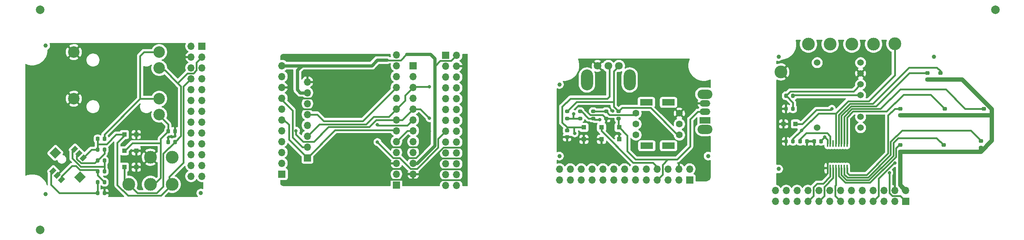
<source format=gtl>
G04 #@! TF.GenerationSoftware,KiCad,Pcbnew,7.0.9*
G04 #@! TF.CreationDate,2024-12-23T13:01:38-05:00*
G04 #@! TF.ProjectId,pods_panel,706f6473-5f70-4616-9e65-6c2e6b696361,rev?*
G04 #@! TF.SameCoordinates,Original*
G04 #@! TF.FileFunction,Copper,L1,Top*
G04 #@! TF.FilePolarity,Positive*
%FSLAX46Y46*%
G04 Gerber Fmt 4.6, Leading zero omitted, Abs format (unit mm)*
G04 Created by KiCad (PCBNEW 7.0.9) date 2024-12-23 13:01:38*
%MOMM*%
%LPD*%
G01*
G04 APERTURE LIST*
G04 Aperture macros list*
%AMRoundRect*
0 Rectangle with rounded corners*
0 $1 Rounding radius*
0 $2 $3 $4 $5 $6 $7 $8 $9 X,Y pos of 4 corners*
0 Add a 4 corners polygon primitive as box body*
4,1,4,$2,$3,$4,$5,$6,$7,$8,$9,$2,$3,0*
0 Add four circle primitives for the rounded corners*
1,1,$1+$1,$2,$3*
1,1,$1+$1,$4,$5*
1,1,$1+$1,$6,$7*
1,1,$1+$1,$8,$9*
0 Add four rect primitives between the rounded corners*
20,1,$1+$1,$2,$3,$4,$5,0*
20,1,$1+$1,$4,$5,$6,$7,0*
20,1,$1+$1,$6,$7,$8,$9,0*
20,1,$1+$1,$8,$9,$2,$3,0*%
%AMRotRect*
0 Rectangle, with rotation*
0 The origin of the aperture is its center*
0 $1 length*
0 $2 width*
0 $3 Rotation angle, in degrees counterclockwise*
0 Add horizontal line*
21,1,$1,$2,0,0,$3*%
G04 Aperture macros list end*
G04 #@! TA.AperFunction,SMDPad,CuDef*
%ADD10C,1.000000*%
G04 #@! TD*
G04 #@! TA.AperFunction,SMDPad,CuDef*
%ADD11RoundRect,0.218750X-0.256250X0.218750X-0.256250X-0.218750X0.256250X-0.218750X0.256250X0.218750X0*%
G04 #@! TD*
G04 #@! TA.AperFunction,SMDPad,CuDef*
%ADD12C,2.000000*%
G04 #@! TD*
G04 #@! TA.AperFunction,SMDPad,CuDef*
%ADD13R,1.100000X1.100000*%
G04 #@! TD*
G04 #@! TA.AperFunction,ComponentPad*
%ADD14C,3.000000*%
G04 #@! TD*
G04 #@! TA.AperFunction,SMDPad,CuDef*
%ADD15RoundRect,0.200000X-0.200000X-0.275000X0.200000X-0.275000X0.200000X0.275000X-0.200000X0.275000X0*%
G04 #@! TD*
G04 #@! TA.AperFunction,SMDPad,CuDef*
%ADD16RoundRect,0.200000X0.200000X0.275000X-0.200000X0.275000X-0.200000X-0.275000X0.200000X-0.275000X0*%
G04 #@! TD*
G04 #@! TA.AperFunction,ComponentPad*
%ADD17R,1.700000X1.700000*%
G04 #@! TD*
G04 #@! TA.AperFunction,ComponentPad*
%ADD18O,1.700000X1.700000*%
G04 #@! TD*
G04 #@! TA.AperFunction,SMDPad,CuDef*
%ADD19RoundRect,0.225000X0.225000X0.250000X-0.225000X0.250000X-0.225000X-0.250000X0.225000X-0.250000X0*%
G04 #@! TD*
G04 #@! TA.AperFunction,ComponentPad*
%ADD20O,2.800000X4.900000*%
G04 #@! TD*
G04 #@! TA.AperFunction,ComponentPad*
%ADD21C,1.800000*%
G04 #@! TD*
G04 #@! TA.AperFunction,SMDPad,CuDef*
%ADD22RoundRect,0.218750X0.218750X0.256250X-0.218750X0.256250X-0.218750X-0.256250X0.218750X-0.256250X0*%
G04 #@! TD*
G04 #@! TA.AperFunction,ComponentPad*
%ADD23R,3.000000X1.500000*%
G04 #@! TD*
G04 #@! TA.AperFunction,ComponentPad*
%ADD24C,1.600000*%
G04 #@! TD*
G04 #@! TA.AperFunction,SMDPad,CuDef*
%ADD25RoundRect,0.100000X0.100000X-0.675000X0.100000X0.675000X-0.100000X0.675000X-0.100000X-0.675000X0*%
G04 #@! TD*
G04 #@! TA.AperFunction,SMDPad,CuDef*
%ADD26RoundRect,0.249999X1.250001X-1.250001X1.250001X1.250001X-1.250001X1.250001X-1.250001X-1.250001X0*%
G04 #@! TD*
G04 #@! TA.AperFunction,SMDPad,CuDef*
%ADD27RoundRect,0.200000X-0.275000X0.200000X-0.275000X-0.200000X0.275000X-0.200000X0.275000X0.200000X0*%
G04 #@! TD*
G04 #@! TA.AperFunction,ComponentPad*
%ADD28C,2.700000*%
G04 #@! TD*
G04 #@! TA.AperFunction,SMDPad,CuDef*
%ADD29RoundRect,0.200000X0.275000X-0.200000X0.275000X0.200000X-0.275000X0.200000X-0.275000X-0.200000X0*%
G04 #@! TD*
G04 #@! TA.AperFunction,SMDPad,CuDef*
%ADD30RoundRect,0.225000X-0.225000X-0.250000X0.225000X-0.250000X0.225000X0.250000X-0.225000X0.250000X0*%
G04 #@! TD*
G04 #@! TA.AperFunction,SMDPad,CuDef*
%ADD31RoundRect,0.225000X-0.250000X0.225000X-0.250000X-0.225000X0.250000X-0.225000X0.250000X0.225000X0*%
G04 #@! TD*
G04 #@! TA.AperFunction,ComponentPad*
%ADD32O,3.500000X2.200000*%
G04 #@! TD*
G04 #@! TA.AperFunction,ComponentPad*
%ADD33R,2.500000X1.500000*%
G04 #@! TD*
G04 #@! TA.AperFunction,ComponentPad*
%ADD34O,2.500000X1.500000*%
G04 #@! TD*
G04 #@! TA.AperFunction,ComponentPad*
%ADD35C,1.524000*%
G04 #@! TD*
G04 #@! TA.AperFunction,SMDPad,CuDef*
%ADD36RotRect,2.000000X1.800000X225.000000*%
G04 #@! TD*
G04 #@! TA.AperFunction,SMDPad,CuDef*
%ADD37RotRect,1.350000X1.000000X225.000000*%
G04 #@! TD*
G04 #@! TA.AperFunction,ViaPad*
%ADD38C,0.800000*%
G04 #@! TD*
G04 #@! TA.AperFunction,Conductor*
%ADD39C,1.000000*%
G04 #@! TD*
G04 #@! TA.AperFunction,Conductor*
%ADD40C,0.400000*%
G04 #@! TD*
G04 #@! TA.AperFunction,Conductor*
%ADD41C,0.800000*%
G04 #@! TD*
G04 APERTURE END LIST*
D10*
G04 #@! TO.P,FID3,*
G04 #@! TO.N,*
X245874944Y-33461410D03*
G04 #@! TD*
D11*
G04 #@! TO.P,D7,1*
G04 #@! TO.N,Board_0-Net-(D7-Pad1)*
X248160944Y-54136910D03*
G04 #@! TO.P,D7,2*
G04 #@! TO.N,Board_0-+5V*
X248160944Y-55711910D03*
G04 #@! TD*
D12*
G04 #@! TO.P,KiKit_FID_T_1,*
G04 #@! TO.N,*
X36694056Y-22500000D03*
G04 #@! TD*
D13*
G04 #@! TO.P,TVS4,1*
G04 #@! TO.N,Board_3-Wheel*
X163966566Y-50003033D03*
G04 #@! TO.P,TVS4,2*
G04 #@! TO.N,Board_3-GND*
X163966566Y-52803033D03*
G04 #@! TD*
D14*
G04 #@! TO.P,KEY,1*
G04 #@! TO.N,Board_0-Key*
X231777944Y-30540410D03*
G04 #@! TD*
D15*
G04 #@! TO.P,R12,1*
G04 #@! TO.N,Board_0-GND*
X211267944Y-53273410D03*
G04 #@! TO.P,R12,2*
G04 #@! TO.N,Board_0-OE*
X212917944Y-53273410D03*
G04 #@! TD*
D16*
G04 #@! TO.P,R4,1*
G04 #@! TO.N,Board_2-Net-(R3-Pad2)*
X51772056Y-60314033D03*
G04 #@! TO.P,R4,2*
G04 #@! TO.N,Board_2-Net-(R4-Pad2)*
X50122056Y-60314033D03*
G04 #@! TD*
D17*
G04 #@! TO.P,J8,1*
G04 #@! TO.N,Board_0-/3V3_ECU*
X239270944Y-67370410D03*
D18*
G04 #@! TO.P,J8,2*
G04 #@! TO.N,Board_0-+5V*
X239270944Y-64830410D03*
G04 #@! TO.P,J8,3*
G04 #@! TO.N,Board_0-OE*
X236730944Y-67370410D03*
G04 #@! TO.P,J8,4*
G04 #@! TO.N,Board_0-GND*
X236730944Y-64830410D03*
G04 #@! TO.P,J8,5*
G04 #@! TO.N,Board_0-Net-(J8-Pad5)*
X234190944Y-67370410D03*
G04 #@! TO.P,J8,6*
G04 #@! TO.N,Board_0-Net-(J8-Pad6)*
X234190944Y-64830410D03*
G04 #@! TO.P,J8,7*
G04 #@! TO.N,Board_0-Key*
X231650944Y-67370410D03*
G04 #@! TO.P,J8,8*
G04 #@! TO.N,Board_0-Net-(J8-Pad8)*
X231650944Y-64830410D03*
G04 #@! TO.P,J8,9*
G04 #@! TO.N,Board_0-Net-(J8-Pad9)*
X229110944Y-67370410D03*
G04 #@! TO.P,J8,10*
G04 #@! TO.N,Board_0-Net-(J8-Pad10)*
X229110944Y-64830410D03*
G04 #@! TO.P,J8,11*
G04 #@! TO.N,Board_0-Net-(J8-Pad11)*
X226570944Y-67370410D03*
G04 #@! TO.P,J8,12*
G04 #@! TO.N,Board_0-Net-(J8-Pad12)*
X226570944Y-64830410D03*
G04 #@! TO.P,J8,13*
G04 #@! TO.N,Board_0-LE*
X224030944Y-67370410D03*
G04 #@! TO.P,J8,14*
G04 #@! TO.N,Board_0-Net-(J8-Pad14)*
X224030944Y-64830410D03*
G04 #@! TO.P,J8,15*
G04 #@! TO.N,Board_0-Net-(J8-Pad15)*
X221490944Y-67370410D03*
G04 #@! TO.P,J8,16*
G04 #@! TO.N,Board_0-Net-(J8-Pad16)*
X221490944Y-64830410D03*
G04 #@! TO.P,J8,17*
G04 #@! TO.N,Board_0-SCK*
X218950944Y-67370410D03*
G04 #@! TO.P,J8,18*
G04 #@! TO.N,Board_0-Net-(J8-Pad18)*
X218950944Y-64830410D03*
G04 #@! TO.P,J8,19*
G04 #@! TO.N,Board_0-MOSI*
X216410944Y-67370410D03*
G04 #@! TO.P,J8,20*
G04 #@! TO.N,Board_0-Net-(J8-Pad20)*
X216410944Y-64830410D03*
G04 #@! TO.P,J8,21*
G04 #@! TO.N,Board_0-Net-(J8-Pad21)*
X213870944Y-67370410D03*
G04 #@! TO.P,J8,22*
G04 #@! TO.N,Board_0-Net-(J8-Pad22)*
X213870944Y-64830410D03*
G04 #@! TO.P,J8,23*
G04 #@! TO.N,Board_0-Net-(J8-Pad23)*
X211330944Y-67370410D03*
G04 #@! TO.P,J8,24*
G04 #@! TO.N,Board_0-Net-(J8-Pad24)*
X211330944Y-64830410D03*
G04 #@! TO.P,J8,25*
G04 #@! TO.N,Board_0-Net-(J8-Pad25)*
X208790944Y-67370410D03*
G04 #@! TO.P,J8,26*
G04 #@! TO.N,Board_0-Net-(J8-Pad26)*
X208790944Y-64830410D03*
G04 #@! TD*
D17*
G04 #@! TO.P,J5,1*
G04 #@! TO.N,Board_1-Net-(J5-Pad1)*
X93285811Y-60949033D03*
D18*
G04 #@! TO.P,J5,2*
G04 #@! TO.N,Board_1-SD_CS*
X93285811Y-58409033D03*
G04 #@! TO.P,J5,3*
G04 #@! TO.N,Board_1-DC*
X93285811Y-55869033D03*
G04 #@! TO.P,J5,4*
G04 #@! TO.N,Board_1-Net-(J5-Pad4)*
X93285811Y-53329033D03*
G04 #@! TO.P,J5,5*
G04 #@! TO.N,Board_1-LCD_CS*
X93285811Y-50789033D03*
G04 #@! TO.P,J5,6*
G04 #@! TO.N,Board_1-MOSI*
X93285811Y-48249033D03*
G04 #@! TO.P,J5,7*
G04 #@! TO.N,Board_1-MISO*
X93285811Y-45709033D03*
G04 #@! TO.P,J5,8*
G04 #@! TO.N,Board_1-SCK*
X93285811Y-43169033D03*
G04 #@! TO.P,J5,9*
G04 #@! TO.N,Board_1-GND*
X93285811Y-40629033D03*
G04 #@! TO.P,J5,10*
G04 #@! TO.N,Board_1-Net-(J5-Pad10)*
X93285811Y-38089033D03*
G04 #@! TO.P,J5,11*
G04 #@! TO.N,Board_1-+5V*
X93285811Y-35549033D03*
G04 #@! TD*
D14*
G04 #@! TO.P,3V3,1*
G04 #@! TO.N,Board_2-/3V3_ECU*
X67584056Y-57012033D03*
G04 #@! TD*
D16*
G04 #@! TO.P,R5,1*
G04 #@! TO.N,Board_2-Net-(R4-Pad2)*
X51772056Y-62854033D03*
G04 #@! TO.P,R5,2*
G04 #@! TO.N,Board_2-Net-(R5-Pad2)*
X50122056Y-62854033D03*
G04 #@! TD*
D19*
G04 #@! TO.P,C3,1*
G04 #@! TO.N,Board_2-Brake*
X68232056Y-53456033D03*
G04 #@! TO.P,C3,2*
G04 #@! TO.N,Board_2-GND*
X66682056Y-53456033D03*
G04 #@! TD*
D11*
G04 #@! TO.P,D6,1*
G04 #@! TO.N,Board_0-Net-(D6-Pad1)*
X238000944Y-54136910D03*
G04 #@! TO.P,D6,2*
G04 #@! TO.N,Board_0-+5V*
X238000944Y-55711910D03*
G04 #@! TD*
G04 #@! TO.P,D3,1*
G04 #@! TO.N,Board_0-Net-(D3-Pad1)*
X238000944Y-45627910D03*
G04 #@! TO.P,D3,2*
G04 #@! TO.N,Board_0-+5V*
X238000944Y-47202910D03*
G04 #@! TD*
D20*
G04 #@! TO.P,RV3,*
G04 #@! TO.N,*
X164681566Y-38907033D03*
X174681566Y-38907033D03*
D21*
G04 #@! TO.P,RV3,1*
G04 #@! TO.N,Board_3-/3V3_ECU*
X172181566Y-35607033D03*
G04 #@! TO.P,RV3,2*
G04 #@! TO.N,Board_3-Wheel*
X169681566Y-35607033D03*
G04 #@! TO.P,RV3,3*
G04 #@! TO.N,Board_3-GND*
X167181566Y-35607033D03*
G04 #@! TD*
D17*
G04 #@! TO.P,J1,1*
G04 #@! TO.N,Board_1-/3V3_ECU*
X131639811Y-33136033D03*
D18*
G04 #@! TO.P,J1,2*
G04 #@! TO.N,Board_1-+5V*
X134179811Y-33136033D03*
G04 #@! TO.P,J1,3*
G04 #@! TO.N,Board_1-Net-(J1-Pad3)*
X131639811Y-35676033D03*
G04 #@! TO.P,J1,4*
G04 #@! TO.N,Board_1-GND*
X134179811Y-35676033D03*
G04 #@! TO.P,J1,5*
G04 #@! TO.N,Board_1-Net-(J1-Pad5)*
X131639811Y-38216033D03*
G04 #@! TO.P,J1,6*
G04 #@! TO.N,Board_1-Net-(J1-Pad6)*
X134179811Y-38216033D03*
G04 #@! TO.P,J1,7*
G04 #@! TO.N,Board_1-Net-(J1-Pad7)*
X131639811Y-40756033D03*
G04 #@! TO.P,J1,8*
G04 #@! TO.N,Board_1-Net-(J1-Pad8)*
X134179811Y-40756033D03*
G04 #@! TO.P,J1,9*
G04 #@! TO.N,Board_1-Net-(J1-Pad9)*
X131639811Y-43296033D03*
G04 #@! TO.P,J1,10*
G04 #@! TO.N,Board_1-Net-(J1-Pad10)*
X134179811Y-43296033D03*
G04 #@! TO.P,J1,11*
G04 #@! TO.N,Board_1-Net-(J1-Pad11)*
X131639811Y-45836033D03*
G04 #@! TO.P,J1,12*
G04 #@! TO.N,Board_1-Net-(J1-Pad12)*
X134179811Y-45836033D03*
G04 #@! TO.P,J1,13*
G04 #@! TO.N,Board_1-LCD_CS*
X131639811Y-48376033D03*
G04 #@! TO.P,J1,14*
G04 #@! TO.N,Board_1-SD_CS*
X134179811Y-48376033D03*
G04 #@! TO.P,J1,15*
G04 #@! TO.N,Board_1-SRAM_CS*
X131639811Y-50916033D03*
G04 #@! TO.P,J1,16*
G04 #@! TO.N,Board_1-DC*
X134179811Y-50916033D03*
G04 #@! TO.P,J1,17*
G04 #@! TO.N,Board_1-SCK*
X131639811Y-53456033D03*
G04 #@! TO.P,J1,18*
G04 #@! TO.N,Board_1-MISO*
X134179811Y-53456033D03*
G04 #@! TO.P,J1,19*
G04 #@! TO.N,Board_1-MOSI*
X131639811Y-55996033D03*
G04 #@! TO.P,J1,20*
G04 #@! TO.N,Board_1-Net-(J1-Pad20)*
X134179811Y-55996033D03*
G04 #@! TO.P,J1,21*
G04 #@! TO.N,Board_1-Net-(J1-Pad21)*
X131639811Y-58536033D03*
G04 #@! TO.P,J1,22*
G04 #@! TO.N,Board_1-Net-(J1-Pad22)*
X134179811Y-58536033D03*
G04 #@! TO.P,J1,23*
G04 #@! TO.N,Board_1-Net-(J1-Pad23)*
X131639811Y-61076033D03*
G04 #@! TO.P,J1,24*
G04 #@! TO.N,Board_1-Net-(J1-Pad24)*
X134179811Y-61076033D03*
G04 #@! TO.P,J1,25*
G04 #@! TO.N,Board_1-Net-(J1-Pad25)*
X131639811Y-63616033D03*
G04 #@! TO.P,J1,26*
G04 #@! TO.N,Board_1-Net-(J1-Pad26)*
X134179811Y-63616033D03*
G04 #@! TD*
D10*
G04 #@! TO.P,FID1,*
G04 #@! TO.N,*
X74315056Y-65394033D03*
G04 #@! TD*
D14*
G04 #@! TO.P,BRAKE,1*
G04 #@! TO.N,Board_2-Brake*
X57424056Y-63362033D03*
G04 #@! TD*
D22*
G04 #@! TO.P,R1,1*
G04 #@! TO.N,Board_2-/3V3_ECU*
X51734556Y-52694033D03*
G04 #@! TO.P,R1,2*
G04 #@! TO.N,Board_2-JOYSTICK*
X50159556Y-52694033D03*
G04 #@! TD*
D23*
G04 #@! TO.P,SW3,*
G04 #@! TO.N,*
X183778566Y-54324033D03*
X183778566Y-44164033D03*
X178698566Y-54324033D03*
X178588566Y-44164033D03*
D24*
G04 #@! TO.P,SW3,1*
G04 #@! TO.N,Board_3-/3V3_ECU*
X186318566Y-51784033D03*
G04 #@! TO.P,SW3,2*
G04 #@! TO.N,Board_3-Net-(R7-Pad2)*
X176158566Y-51784033D03*
G04 #@! TO.P,SW3,3*
G04 #@! TO.N,Board_3-Lamp*
X186318566Y-49244033D03*
G04 #@! TO.P,SW3,4*
G04 #@! TO.N,Board_3-Net-(R8-Pad2)*
X176158566Y-49244033D03*
G04 #@! TO.P,SW3,5*
G04 #@! TO.N,Board_3-GND*
X186318566Y-46704033D03*
G04 #@! TO.P,SW3,6*
G04 #@! TO.N,Board_3-Net-(R10-Pad1)*
X176158566Y-46704033D03*
G04 #@! TD*
D11*
G04 #@! TO.P,D8,1*
G04 #@! TO.N,Board_0-Net-(D8-Pad1)*
X256923944Y-53197110D03*
G04 #@! TO.P,D8,2*
G04 #@! TO.N,Board_0-+5V*
X256923944Y-54772110D03*
G04 #@! TD*
D10*
G04 #@! TO.P,FID2,*
G04 #@! TO.N,*
X209552944Y-33461410D03*
G04 #@! TD*
D11*
G04 #@! TO.P,D4,1*
G04 #@! TO.N,Board_0-Net-(D4-Pad1)*
X248414944Y-45627910D03*
G04 #@! TO.P,D4,2*
G04 #@! TO.N,Board_0-+5V*
X248414944Y-47202910D03*
G04 #@! TD*
D14*
G04 #@! TO.P,OE,1*
G04 #@! TO.N,Board_0-OE*
X236730944Y-30413410D03*
G04 #@! TD*
D25*
G04 #@! TO.P,U1,1*
G04 #@! TO.N,Board_0-GND*
X220993944Y-59577410D03*
G04 #@! TO.P,U1,2*
G04 #@! TO.N,Board_0-MOSI*
X221643944Y-59577410D03*
G04 #@! TO.P,U1,3*
G04 #@! TO.N,Board_0-SCK*
X222293944Y-59577410D03*
G04 #@! TO.P,U1,4*
G04 #@! TO.N,Board_0-LE*
X222943944Y-59577410D03*
G04 #@! TO.P,U1,5*
G04 #@! TO.N,Board_0-Net-(D6-Pad1)*
X223593944Y-59577410D03*
G04 #@! TO.P,U1,6*
G04 #@! TO.N,Board_0-Net-(D7-Pad1)*
X224243944Y-59577410D03*
G04 #@! TO.P,U1,7*
G04 #@! TO.N,Board_0-Net-(D8-Pad1)*
X224893944Y-59577410D03*
G04 #@! TO.P,U1,8*
G04 #@! TO.N,Board_0-Net-(D3-Pad1)*
X225543944Y-59577410D03*
G04 #@! TO.P,U1,9*
G04 #@! TO.N,Board_0-Net-(D4-Pad1)*
X225543944Y-53827410D03*
G04 #@! TO.P,U1,10*
G04 #@! TO.N,Board_0-Net-(D5-Pad1)*
X224893944Y-53827410D03*
G04 #@! TO.P,U1,11*
G04 #@! TO.N,Board_0-Net-(D1-Pad1)*
X224243944Y-53827410D03*
G04 #@! TO.P,U1,12*
G04 #@! TO.N,Board_0-Net-(D2-Pad1)*
X223593944Y-53827410D03*
G04 #@! TO.P,U1,13*
G04 #@! TO.N,Board_0-OE*
X222943944Y-53827410D03*
G04 #@! TO.P,U1,14*
G04 #@! TO.N,Board_0-Net-(U1-Pad14)*
X222293944Y-53827410D03*
G04 #@! TO.P,U1,15*
G04 #@! TO.N,Board_0-Net-(R15-Pad2)*
X221643944Y-53827410D03*
G04 #@! TO.P,U1,16*
G04 #@! TO.N,Board_0-/3V3_ECU*
X220993944Y-53827410D03*
D26*
G04 #@! TO.P,U1,17*
G04 #@! TO.N,Board_0-GND*
X223268944Y-56702410D03*
G04 #@! TD*
D14*
G04 #@! TO.P,ACCEL,1*
G04 #@! TO.N,Board_2-Accel*
X62504056Y-63362033D03*
G04 #@! TD*
D15*
G04 #@! TO.P,R14,1*
G04 #@! TO.N,Board_0-GND*
X211267944Y-45653410D03*
G04 #@! TO.P,R14,2*
G04 #@! TO.N,Board_0-Net-(R13-Pad1)*
X212917944Y-45653410D03*
G04 #@! TD*
D14*
G04 #@! TO.P,LE,1*
G04 #@! TO.N,Board_0-LE*
X226697944Y-30540410D03*
G04 #@! TD*
D27*
G04 #@! TO.P,R10,1*
G04 #@! TO.N,Board_3-Net-(R10-Pad1)*
X169173566Y-46260033D03*
G04 #@! TO.P,R10,2*
G04 #@! TO.N,Board_3-GND*
X169173566Y-47910033D03*
G04 #@! TD*
D11*
G04 #@! TO.P,D2,1*
G04 #@! TO.N,Board_0-Net-(D2-Pad1)*
X247398944Y-37245910D03*
G04 #@! TO.P,D2,2*
G04 #@! TO.N,Board_0-+5V*
X247398944Y-38820910D03*
G04 #@! TD*
D17*
G04 #@! TO.P,J2,1*
G04 #@! TO.N,Board_1-MOSI*
X124019811Y-35549033D03*
D18*
G04 #@! TO.P,J2,2*
G04 #@! TO.N,Board_1-SCK*
X124019811Y-38089033D03*
G04 #@! TO.P,J2,3*
G04 #@! TO.N,Board_1-DC*
X124019811Y-40629033D03*
G04 #@! TO.P,J2,4*
G04 #@! TO.N,Board_1-Net-(J2-Pad4)*
X124019811Y-43169033D03*
G04 #@! TO.P,J2,5*
G04 #@! TO.N,Board_1-LCD_CS*
X124019811Y-45709033D03*
G04 #@! TO.P,J2,6*
G04 #@! TO.N,Board_1-SD_CS*
X124019811Y-48249033D03*
G04 #@! TO.P,J2,7*
G04 #@! TO.N,Board_1-MISO*
X124019811Y-50789033D03*
G04 #@! TO.P,J2,8*
G04 #@! TO.N,Board_1-Net-(J2-Pad8)*
X124019811Y-53329033D03*
G04 #@! TO.P,J2,9*
G04 #@! TO.N,Board_1-Net-(J2-Pad9)*
X124019811Y-55869033D03*
G04 #@! TO.P,J2,10*
G04 #@! TO.N,Board_1-+5V*
X124019811Y-58409033D03*
G04 #@! TO.P,J2,11*
G04 #@! TO.N,Board_1-GND*
X124019811Y-60949033D03*
G04 #@! TD*
D14*
G04 #@! TO.P,GND,1*
G04 #@! TO.N,Board_0-GND*
X210060944Y-37017410D03*
G04 #@! TD*
D28*
G04 #@! TO.P,RV2,1*
G04 #@! TO.N,Board_2-/3V3_ECU*
X64567056Y-32374033D03*
G04 #@! TO.P,RV2,2*
G04 #@! TO.N,Board_2-Brake*
X64567056Y-36124033D03*
G04 #@! TO.P,RV2,3*
G04 #@! TO.N,Board_2-GND*
X44567056Y-32374033D03*
G04 #@! TD*
D15*
G04 #@! TO.P,R13,1*
G04 #@! TO.N,Board_0-Net-(R13-Pad1)*
X211267944Y-42605410D03*
G04 #@! TO.P,R13,2*
G04 #@! TO.N,Board_0-/3V3_ECU*
X212917944Y-42605410D03*
G04 #@! TD*
D13*
G04 #@! TO.P,TVS5,1*
G04 #@! TO.N,Board_3-Lamp*
X168094066Y-50003033D03*
G04 #@! TO.P,TVS5,2*
G04 #@! TO.N,Board_3-GND*
X168094066Y-52803033D03*
G04 #@! TD*
D29*
G04 #@! TO.P,R8,1*
G04 #@! TO.N,Board_3-Net-(R7-Pad2)*
X163077566Y-47910033D03*
G04 #@! TO.P,R8,2*
G04 #@! TO.N,Board_3-Net-(R8-Pad2)*
X163077566Y-46260033D03*
G04 #@! TD*
D13*
G04 #@! TO.P,TVS7,1*
G04 #@! TO.N,Board_0-Key*
X213492944Y-49209410D03*
G04 #@! TO.P,TVS7,2*
G04 #@! TO.N,Board_0-GND*
X210692944Y-49209410D03*
G04 #@! TD*
D28*
G04 #@! TO.P,RV1,1*
G04 #@! TO.N,Board_2-/3V3_ECU*
X64567056Y-43296033D03*
G04 #@! TO.P,RV1,2*
G04 #@! TO.N,Board_2-Accel*
X64567056Y-47046033D03*
G04 #@! TO.P,RV1,3*
G04 #@! TO.N,Board_2-GND*
X44567056Y-43296033D03*
G04 #@! TD*
D30*
G04 #@! TO.P,C2,1*
G04 #@! TO.N,Board_2-Accel*
X66682056Y-50916033D03*
G04 #@! TO.P,C2,2*
G04 #@! TO.N,Board_2-GND*
X68232056Y-50916033D03*
G04 #@! TD*
D31*
G04 #@! TO.P,C4,1*
G04 #@! TO.N,Board_3-Wheel*
X160029566Y-50755033D03*
G04 #@! TO.P,C4,2*
G04 #@! TO.N,Board_3-GND*
X160029566Y-52305033D03*
G04 #@! TD*
D11*
G04 #@! TO.P,D1,1*
G04 #@! TO.N,Board_0-Net-(D1-Pad1)*
X244350944Y-37245910D03*
G04 #@! TO.P,D1,2*
G04 #@! TO.N,Board_0-+5V*
X244350944Y-38820910D03*
G04 #@! TD*
D14*
G04 #@! TO.P,MOSI,1*
G04 #@! TO.N,Board_0-MOSI*
X216537944Y-30540410D03*
G04 #@! TD*
D13*
G04 #@! TO.P,TVS2,1*
G04 #@! TO.N,Board_2-Brake*
X56405056Y-59298033D03*
G04 #@! TO.P,TVS2,2*
G04 #@! TO.N,Board_2-GND*
X59205056Y-59298033D03*
G04 #@! TD*
D14*
G04 #@! TO.P,SCK,1*
G04 #@! TO.N,Board_0-SCK*
X221617944Y-30540410D03*
G04 #@! TD*
D13*
G04 #@! TO.P,TVS1,1*
G04 #@! TO.N,Board_2-Accel*
X56405056Y-55488033D03*
G04 #@! TO.P,TVS1,2*
G04 #@! TO.N,Board_2-GND*
X59205056Y-55488033D03*
G04 #@! TD*
D14*
G04 #@! TO.P,GND,1*
G04 #@! TO.N,Board_2-GND*
X62504056Y-57012033D03*
G04 #@! TD*
D12*
G04 #@! TO.P,KiKit_FID_T_2,*
G04 #@! TO.N,*
X260305944Y-22500000D03*
G04 #@! TD*
D32*
G04 #@! TO.P,SW2,*
G04 #@! TO.N,*
X192287566Y-50455033D03*
X192287566Y-42255033D03*
D33*
G04 #@! TO.P,SW2,1*
G04 #@! TO.N,Board_3-Net-(SW2-Pad1)*
X192287566Y-48355033D03*
D34*
G04 #@! TO.P,SW2,2*
G04 #@! TO.N,Board_3-SW1*
X192287566Y-46355033D03*
G04 #@! TO.P,SW2,3*
G04 #@! TO.N,Board_3-GND*
X192287566Y-44355033D03*
G04 #@! TD*
D10*
G04 #@! TO.P,FID3,*
G04 #@! TO.N,*
X37993056Y-30850033D03*
G04 #@! TD*
G04 #@! TO.P,FID3,*
G04 #@! TO.N,*
X158251566Y-56737033D03*
G04 #@! TD*
D15*
G04 #@! TO.P,R2,1*
G04 #@! TO.N,Board_2-JOYSTICK*
X50122056Y-55234033D03*
G04 #@! TO.P,R2,2*
G04 #@! TO.N,Board_2-Net-(R2-Pad2)*
X51772056Y-55234033D03*
G04 #@! TD*
D17*
G04 #@! TO.P,J3,1*
G04 #@! TO.N,Board_1-/3V3_ECU*
X120082811Y-63489033D03*
D18*
G04 #@! TO.P,J3,2*
G04 #@! TO.N,Board_1-Net-(J3-Pad2)*
X120082811Y-60949033D03*
G04 #@! TO.P,J3,3*
G04 #@! TO.N,Board_1-GND*
X120082811Y-58409033D03*
G04 #@! TO.P,J3,4*
G04 #@! TO.N,Board_1-SCK*
X120082811Y-55869033D03*
G04 #@! TO.P,J3,5*
G04 #@! TO.N,Board_1-MISO*
X120082811Y-53329033D03*
G04 #@! TO.P,J3,6*
G04 #@! TO.N,Board_1-MOSI*
X120082811Y-50789033D03*
G04 #@! TO.P,J3,7*
G04 #@! TO.N,Board_1-LCD_CS*
X120082811Y-48249033D03*
G04 #@! TO.P,J3,8*
G04 #@! TO.N,Board_1-DC*
X120082811Y-45709033D03*
G04 #@! TO.P,J3,9*
G04 #@! TO.N,Board_1-SRAM_CS*
X120082811Y-43169033D03*
G04 #@! TO.P,J3,10*
G04 #@! TO.N,Board_1-SD_CS*
X120082811Y-40629033D03*
G04 #@! TO.P,J3,11*
G04 #@! TO.N,Board_1-Net-(J3-Pad11)*
X120082811Y-38089033D03*
G04 #@! TO.P,J3,12*
G04 #@! TO.N,Board_1-Net-(J3-Pad12)*
X120082811Y-35549033D03*
G04 #@! TO.P,J3,13*
G04 #@! TO.N,Board_1-Net-(J3-Pad13)*
X120082811Y-33009033D03*
G04 #@! TD*
D13*
G04 #@! TO.P,TVS6,1*
G04 #@! TO.N,Board_3-SW1*
X172221566Y-50003033D03*
G04 #@! TO.P,TVS6,2*
G04 #@! TO.N,Board_3-GND*
X172221566Y-52803033D03*
G04 #@! TD*
D15*
G04 #@! TO.P,R3,1*
G04 #@! TO.N,Board_2-Net-(R2-Pad2)*
X50122056Y-57774033D03*
G04 #@! TO.P,R3,2*
G04 #@! TO.N,Board_2-Net-(R3-Pad2)*
X51772056Y-57774033D03*
G04 #@! TD*
D17*
G04 #@! TO.P,J6,1*
G04 #@! TO.N,Board_2-/3V3_ECU*
X74569056Y-30977033D03*
D18*
G04 #@! TO.P,J6,2*
G04 #@! TO.N,Board_2-+5V*
X72029056Y-30977033D03*
G04 #@! TO.P,J6,3*
G04 #@! TO.N,Board_2-Brake*
X74569056Y-33517033D03*
G04 #@! TO.P,J6,4*
G04 #@! TO.N,Board_2-GND*
X72029056Y-33517033D03*
G04 #@! TO.P,J6,5*
G04 #@! TO.N,Board_2-Net-(J6-Pad5)*
X74569056Y-36057033D03*
G04 #@! TO.P,J6,6*
G04 #@! TO.N,Board_2-Net-(J6-Pad6)*
X72029056Y-36057033D03*
G04 #@! TO.P,J6,7*
G04 #@! TO.N,Board_2-Accel*
X74569056Y-38597033D03*
G04 #@! TO.P,J6,8*
G04 #@! TO.N,Board_2-JOYSTICK*
X72029056Y-38597033D03*
G04 #@! TO.P,J6,9*
G04 #@! TO.N,Board_2-Net-(J6-Pad9)*
X74569056Y-41137033D03*
G04 #@! TO.P,J6,10*
G04 #@! TO.N,Board_2-Net-(J6-Pad10)*
X72029056Y-41137033D03*
G04 #@! TO.P,J6,11*
G04 #@! TO.N,Board_2-Net-(J6-Pad11)*
X74569056Y-43677033D03*
G04 #@! TO.P,J6,12*
G04 #@! TO.N,Board_2-Net-(J6-Pad12)*
X72029056Y-43677033D03*
G04 #@! TO.P,J6,13*
G04 #@! TO.N,Board_2-Net-(J6-Pad13)*
X74569056Y-46217033D03*
G04 #@! TO.P,J6,14*
G04 #@! TO.N,Board_2-Net-(J6-Pad14)*
X72029056Y-46217033D03*
G04 #@! TO.P,J6,15*
G04 #@! TO.N,Board_2-Net-(J6-Pad15)*
X74569056Y-48757033D03*
G04 #@! TO.P,J6,16*
G04 #@! TO.N,Board_2-Net-(J6-Pad16)*
X72029056Y-48757033D03*
G04 #@! TO.P,J6,17*
G04 #@! TO.N,Board_2-Net-(J6-Pad17)*
X74569056Y-51297033D03*
G04 #@! TO.P,J6,18*
G04 #@! TO.N,Board_2-Net-(J6-Pad18)*
X72029056Y-51297033D03*
G04 #@! TO.P,J6,19*
G04 #@! TO.N,Board_2-Net-(J6-Pad19)*
X74569056Y-53837033D03*
G04 #@! TO.P,J6,20*
G04 #@! TO.N,Board_2-Net-(J6-Pad20)*
X72029056Y-53837033D03*
G04 #@! TO.P,J6,21*
G04 #@! TO.N,Board_2-Net-(J6-Pad21)*
X74569056Y-56377033D03*
G04 #@! TO.P,J6,22*
G04 #@! TO.N,Board_2-Net-(J6-Pad22)*
X72029056Y-56377033D03*
G04 #@! TO.P,J6,23*
G04 #@! TO.N,Board_2-Net-(J6-Pad23)*
X74569056Y-58917033D03*
G04 #@! TO.P,J6,24*
G04 #@! TO.N,Board_2-Net-(J6-Pad24)*
X72029056Y-58917033D03*
G04 #@! TO.P,J6,25*
G04 #@! TO.N,Board_2-Net-(J6-Pad25)*
X74569056Y-61457033D03*
G04 #@! TO.P,J6,26*
G04 #@! TO.N,Board_2-Net-(J6-Pad26)*
X72029056Y-61457033D03*
G04 #@! TD*
D29*
G04 #@! TO.P,R9,1*
G04 #@! TO.N,Board_3-Net-(R8-Pad2)*
X166125566Y-47910033D03*
G04 #@! TO.P,R9,2*
G04 #@! TO.N,Board_3-Net-(R10-Pad1)*
X166125566Y-46260033D03*
G04 #@! TD*
D27*
G04 #@! TO.P,R7,1*
G04 #@! TO.N,Board_3-/3V3_ECU*
X160029566Y-46260033D03*
G04 #@! TO.P,R7,2*
G04 #@! TO.N,Board_3-Net-(R7-Pad2)*
X160029566Y-47910033D03*
G04 #@! TD*
D10*
G04 #@! TO.P,FID1,*
G04 #@! TO.N,*
X158251566Y-39973033D03*
G04 #@! TD*
D14*
G04 #@! TO.P,SHIFT,1*
G04 #@! TO.N,Board_2-JOYSTICK*
X67584056Y-63362033D03*
G04 #@! TD*
D13*
G04 #@! TO.P,TVS3,1*
G04 #@! TO.N,Board_2-JOYSTICK*
X56405056Y-51678033D03*
G04 #@! TO.P,TVS3,2*
G04 #@! TO.N,Board_2-GND*
X59205056Y-51678033D03*
G04 #@! TD*
D35*
G04 #@! TO.P,SW4,*
G04 #@! TO.N,*
X218569944Y-34858410D03*
X218569944Y-50098410D03*
X228729944Y-34858410D03*
X228729944Y-50098410D03*
G04 #@! TO.P,SW4,1*
G04 #@! TO.N,Board_0-GND*
X228729944Y-37398410D03*
G04 #@! TO.P,SW4,2*
G04 #@! TO.N,Board_0-Net-(R13-Pad1)*
X228729944Y-39938410D03*
G04 #@! TO.P,SW4,3*
G04 #@! TO.N,Board_0-/3V3_ECU*
X228729944Y-42478410D03*
G04 #@! TO.P,SW4,C1*
G04 #@! TO.N,Board_0-Key*
X228729944Y-47558410D03*
G04 #@! TD*
D10*
G04 #@! TO.P,FID2,*
G04 #@! TO.N,*
X193049566Y-56737033D03*
G04 #@! TD*
D29*
G04 #@! TO.P,R11,1*
G04 #@! TO.N,Board_3-SW1*
X172094566Y-47910033D03*
G04 #@! TO.P,R11,2*
G04 #@! TO.N,Board_3-/3V3_ECU*
X172094566Y-46260033D03*
G04 #@! TD*
D12*
G04 #@! TO.P,KiKit_FID_T_3,*
G04 #@! TO.N,*
X36694056Y-74055410D03*
G04 #@! TD*
D17*
G04 #@! TO.P,J4,1*
G04 #@! TO.N,Board_1-MOSI*
X99254811Y-57139033D03*
D18*
G04 #@! TO.P,J4,2*
G04 #@! TO.N,Board_1-SCK*
X99254811Y-54599033D03*
G04 #@! TO.P,J4,3*
G04 #@! TO.N,Board_1-DC*
X99254811Y-52059033D03*
G04 #@! TO.P,J4,4*
G04 #@! TO.N,Board_1-Net-(J4-Pad4)*
X99254811Y-49519033D03*
G04 #@! TO.P,J4,5*
G04 #@! TO.N,Board_1-SD_CS*
X99254811Y-46979033D03*
G04 #@! TO.P,J4,6*
G04 #@! TO.N,Board_1-Net-(J4-Pad6)*
X99254811Y-44439033D03*
G04 #@! TO.P,J4,7*
G04 #@! TO.N,Board_1-+5V*
X99254811Y-41899033D03*
G04 #@! TO.P,J4,8*
G04 #@! TO.N,Board_1-GND*
X99254811Y-39359033D03*
G04 #@! TD*
D17*
G04 #@! TO.P,J7,1*
G04 #@! TO.N,Board_3-/3V3_ECU*
X188731566Y-62325033D03*
D18*
G04 #@! TO.P,J7,2*
G04 #@! TO.N,Board_3-+5V*
X188731566Y-59785033D03*
G04 #@! TO.P,J7,3*
G04 #@! TO.N,Board_3-Wheel*
X186191566Y-62325033D03*
G04 #@! TO.P,J7,4*
G04 #@! TO.N,Board_3-GND*
X186191566Y-59785033D03*
G04 #@! TO.P,J7,5*
G04 #@! TO.N,Board_3-Net-(J7-Pad5)*
X183651566Y-62325033D03*
G04 #@! TO.P,J7,6*
G04 #@! TO.N,Board_3-Net-(J7-Pad6)*
X183651566Y-59785033D03*
G04 #@! TO.P,J7,7*
G04 #@! TO.N,Board_3-SW1*
X181111566Y-62325033D03*
G04 #@! TO.P,J7,8*
G04 #@! TO.N,Board_3-Lamp*
X181111566Y-59785033D03*
G04 #@! TO.P,J7,9*
G04 #@! TO.N,Board_3-Net-(J7-Pad9)*
X178571566Y-62325033D03*
G04 #@! TO.P,J7,10*
G04 #@! TO.N,Board_3-Net-(J7-Pad10)*
X178571566Y-59785033D03*
G04 #@! TO.P,J7,11*
G04 #@! TO.N,Board_3-Net-(J7-Pad11)*
X176031566Y-62325033D03*
G04 #@! TO.P,J7,12*
G04 #@! TO.N,Board_3-Net-(J7-Pad12)*
X176031566Y-59785033D03*
G04 #@! TO.P,J7,13*
G04 #@! TO.N,Board_3-Net-(J7-Pad13)*
X173491566Y-62325033D03*
G04 #@! TO.P,J7,14*
G04 #@! TO.N,Board_3-Net-(J7-Pad14)*
X173491566Y-59785033D03*
G04 #@! TO.P,J7,15*
G04 #@! TO.N,Board_3-Net-(J7-Pad15)*
X170951566Y-62325033D03*
G04 #@! TO.P,J7,16*
G04 #@! TO.N,Board_3-Net-(J7-Pad16)*
X170951566Y-59785033D03*
G04 #@! TO.P,J7,17*
G04 #@! TO.N,Board_3-Net-(J7-Pad17)*
X168411566Y-62325033D03*
G04 #@! TO.P,J7,18*
G04 #@! TO.N,Board_3-Net-(J7-Pad18)*
X168411566Y-59785033D03*
G04 #@! TO.P,J7,19*
G04 #@! TO.N,Board_3-Net-(J7-Pad19)*
X165871566Y-62325033D03*
G04 #@! TO.P,J7,20*
G04 #@! TO.N,Board_3-Net-(J7-Pad20)*
X165871566Y-59785033D03*
G04 #@! TO.P,J7,21*
G04 #@! TO.N,Board_3-Net-(J7-Pad21)*
X163331566Y-62325033D03*
G04 #@! TO.P,J7,22*
G04 #@! TO.N,Board_3-Net-(J7-Pad22)*
X163331566Y-59785033D03*
G04 #@! TO.P,J7,23*
G04 #@! TO.N,Board_3-Net-(J7-Pad23)*
X160791566Y-62325033D03*
G04 #@! TO.P,J7,24*
G04 #@! TO.N,Board_3-Net-(J7-Pad24)*
X160791566Y-59785033D03*
G04 #@! TO.P,J7,25*
G04 #@! TO.N,Board_3-Net-(J7-Pad25)*
X158251566Y-62325033D03*
G04 #@! TO.P,J7,26*
G04 #@! TO.N,Board_3-Net-(J7-Pad26)*
X158251566Y-59785033D03*
G04 #@! TD*
D36*
G04 #@! TO.P,SW1,*
G04 #@! TO.N,*
X45972194Y-61689171D03*
X40244629Y-55961606D03*
D37*
G04 #@! TO.P,SW1,1*
G04 #@! TO.N,Board_2-JOYSTICK*
X46750011Y-57163687D03*
G04 #@! TO.P,SW1,2*
G04 #@! TO.N,Board_2-Net-(R2-Pad2)*
X45742384Y-56156060D03*
G04 #@! TO.P,SW1,3*
G04 #@! TO.N,Board_2-Net-(R3-Pad2)*
X44734757Y-55148433D03*
G04 #@! TO.P,SW1,4*
G04 #@! TO.N,Board_2-Net-(R4-Pad2)*
X41694198Y-62219501D03*
G04 #@! TO.P,SW1,5*
G04 #@! TO.N,Board_2-GND*
X40686571Y-61211874D03*
G04 #@! TO.P,SW1,6*
G04 #@! TO.N,Board_2-Net-(R5-Pad2)*
X39678943Y-60204247D03*
G04 #@! TD*
D10*
G04 #@! TO.P,FID2,*
G04 #@! TO.N,*
X37993056Y-65648033D03*
G04 #@! TD*
D22*
G04 #@! TO.P,C1,1*
G04 #@! TO.N,Board_0-/3V3_ECU*
X219484444Y-53273410D03*
G04 #@! TO.P,C1,2*
G04 #@! TO.N,Board_0-GND*
X217909444Y-53273410D03*
G04 #@! TD*
G04 #@! TO.P,R15,1*
G04 #@! TO.N,Board_0-GND*
X216182444Y-53273410D03*
G04 #@! TO.P,R15,2*
G04 #@! TO.N,Board_0-Net-(R15-Pad2)*
X214607444Y-53273410D03*
G04 #@! TD*
D10*
G04 #@! TO.P,FID1,*
G04 #@! TO.N,*
X209552944Y-59750410D03*
G04 #@! TD*
D11*
G04 #@! TO.P,D5,1*
G04 #@! TO.N,Board_0-Net-(D5-Pad1)*
X257558944Y-45627910D03*
G04 #@! TO.P,D5,2*
G04 #@! TO.N,Board_0-+5V*
X257558944Y-47202910D03*
G04 #@! TD*
D15*
G04 #@! TO.P,R6,1*
G04 #@! TO.N,Board_2-Net-(R5-Pad2)*
X50122056Y-65394033D03*
G04 #@! TO.P,R6,2*
G04 #@! TO.N,Board_2-GND*
X51772056Y-65394033D03*
G04 #@! TD*
D38*
G04 #@! TO.N,Board_0-/3V3_ECU*
X235460944Y-60639386D03*
X220347944Y-52257410D03*
G04 #@! TO.N,Board_0-GND*
X228602944Y-58099410D03*
X228602944Y-56829410D03*
X232412944Y-50479410D03*
X214632944Y-39049410D03*
X233936944Y-34731410D03*
X227332944Y-58099410D03*
X223776944Y-43875410D03*
X218442944Y-56829410D03*
X220982944Y-40319410D03*
X218442944Y-55559410D03*
X209679944Y-47431410D03*
X227332944Y-55559410D03*
X219712944Y-56829410D03*
X224284944Y-31937410D03*
X219712944Y-58099410D03*
X227332944Y-56829410D03*
X218442944Y-58099410D03*
X228602944Y-55559410D03*
X219712944Y-55559410D03*
G04 #@! TO.N,Board_0-Key*
X236730944Y-58353410D03*
X221998944Y-45653410D03*
G04 #@! TO.N,Board_0-OE*
X214886944Y-50733410D03*
G04 #@! TO.N,Board_1-DC*
X127829811Y-40502033D03*
G04 #@! TO.N,Board_1-GND*
X104207811Y-33898033D03*
X112335811Y-33898033D03*
X112335811Y-37962033D03*
X104207811Y-54599033D03*
X127829811Y-59806033D03*
X112335811Y-61330033D03*
X127829811Y-61584033D03*
X104207811Y-61330033D03*
X127829811Y-50916033D03*
X104207811Y-37962033D03*
G04 #@! TO.N,Board_1-LCD_CS*
X127829811Y-47868033D03*
X96587811Y-50789033D03*
G04 #@! TO.N,Board_1-SD_CS*
X115637811Y-49392033D03*
G04 #@! TO.N,Board_1-SRAM_CS*
X115637811Y-53456033D03*
G04 #@! TO.N,Board_2-GND*
X72029056Y-65394033D03*
X33929056Y-36692033D03*
X54503056Y-64886033D03*
X33929056Y-59552033D03*
X44343056Y-49900033D03*
X56535056Y-49900033D03*
X64409056Y-39740033D03*
X63647056Y-50154033D03*
G04 #@! TO.N,Board_3-GND*
X158759566Y-55213033D03*
X166252566Y-51403033D03*
X170316566Y-51403033D03*
X192287566Y-59785033D03*
X185175566Y-38449033D03*
X158759566Y-42386033D03*
X179968566Y-49752033D03*
X164474566Y-45932577D03*
X170697566Y-46196033D03*
G04 #@! TO.N,Board_3-Net-(R7-Pad2)*
X161553566Y-46831033D03*
G04 #@! TO.N,Board_3-Net-(R8-Pad2)*
X167649566Y-48228033D03*
G04 #@! TO.N,Board_3-Wheel*
X161807566Y-51403033D03*
G04 #@! TD*
D39*
G04 #@! TO.N,Board_0-+5V*
X259438444Y-47202910D02*
X257558944Y-47202910D01*
X252526270Y-38820910D02*
X259463944Y-45758584D01*
X238840934Y-64400400D02*
X238840934Y-64830410D01*
X238000944Y-63560410D02*
X238635944Y-64195410D01*
X255374444Y-55711910D02*
X255984144Y-55711910D01*
X259463944Y-53146410D02*
X259463944Y-45758584D01*
X244350944Y-38820910D02*
X247398944Y-38820910D01*
X256949444Y-55711910D02*
X256898444Y-55711910D01*
X238000944Y-63560410D02*
X238840934Y-64400400D01*
X255374444Y-55711910D02*
X256949444Y-55711910D01*
X256898444Y-55711910D02*
X259463944Y-53146410D01*
X248160944Y-55711910D02*
X255374444Y-55711910D01*
X238000944Y-55711910D02*
X248160944Y-55711910D01*
X256923944Y-54772110D02*
X256923944Y-55686410D01*
X247398944Y-38820910D02*
X252526270Y-38820910D01*
X238000944Y-55711910D02*
X238000944Y-63560410D01*
X259463944Y-45758584D02*
X259463944Y-47177410D01*
X259463944Y-47177410D02*
X259438444Y-47202910D01*
X248414944Y-47202910D02*
X238000944Y-47202910D01*
X256923944Y-55686410D02*
X256949444Y-55711910D01*
X257558944Y-47202910D02*
X248414944Y-47202910D01*
D40*
G04 #@! TO.N,Board_0-/3V3_ECU*
X239270944Y-67370410D02*
X238000944Y-66100410D01*
X235460944Y-65410412D02*
X235460944Y-60639386D01*
X220993944Y-53827410D02*
X220993944Y-53665410D01*
X228729944Y-42478410D02*
X213044944Y-42478410D01*
X236150942Y-66100410D02*
X235460944Y-65410412D01*
X220982944Y-53816410D02*
X220993944Y-53827410D01*
X213044944Y-42478410D02*
X212917944Y-42605410D01*
X220993944Y-52903410D02*
X220347944Y-52257410D01*
X219484444Y-53273410D02*
X219484444Y-53120910D01*
X220993944Y-53827410D02*
X220993944Y-52903410D01*
X219611444Y-53400410D02*
X219484444Y-53273410D01*
X219484444Y-53120910D02*
X220347944Y-52257410D01*
X238000944Y-66100410D02*
X236150942Y-66100410D01*
G04 #@! TO.N,Board_0-GND*
X220982944Y-60766410D02*
X220347944Y-61401410D01*
X223141944Y-56829410D02*
X223268944Y-56702410D01*
X220993944Y-59577410D02*
X220993944Y-58364410D01*
X220993944Y-59577410D02*
X220993944Y-59634410D01*
X220347944Y-61401410D02*
X218823944Y-61401410D01*
X220982944Y-59645410D02*
X220982944Y-60766410D01*
X220993944Y-59634410D02*
X220982944Y-59645410D01*
G04 #@! TO.N,Board_0-Key*
X232920944Y-66100410D02*
X232920944Y-61995384D01*
X215111944Y-49209410D02*
X218413944Y-45907410D01*
X232920944Y-61995384D02*
X236562918Y-58353410D01*
X231650944Y-67370410D02*
X232920944Y-66100410D01*
X213492944Y-49209410D02*
X215111944Y-49209410D01*
X221744944Y-45907410D02*
X221998944Y-45653410D01*
X236562918Y-58353410D02*
X236730944Y-58353410D01*
X218413944Y-45907410D02*
X221744944Y-45907410D01*
G04 #@! TO.N,Board_0-LE*
X222943944Y-59577410D02*
X222943944Y-63504410D01*
X222760944Y-66100410D02*
X222760944Y-63687410D01*
X222943944Y-63504410D02*
X222760944Y-63687410D01*
X222760944Y-66100410D02*
X224030944Y-67370410D01*
G04 #@! TO.N,Board_0-MOSI*
X221643944Y-59577410D02*
X221643944Y-61502410D01*
X218569944Y-63179410D02*
X217680944Y-64068410D01*
X221643944Y-61502410D02*
X219966944Y-63179410D01*
X217680944Y-64068410D02*
X217680944Y-66100410D01*
X219966944Y-63179410D02*
X218569944Y-63179410D01*
X217680944Y-66100410D02*
X216410944Y-67370410D01*
G04 #@! TO.N,Board_0-Net-(D1-Pad1)*
X226473464Y-45075432D02*
X224243944Y-47304952D01*
X240185444Y-37245910D02*
X232355922Y-45075432D01*
X244350944Y-37245910D02*
X240185444Y-37245910D01*
X232355922Y-45075432D02*
X226473464Y-45075432D01*
X224243944Y-47304952D02*
X224243944Y-53827410D01*
G04 #@! TO.N,Board_0-Net-(D2-Pad1)*
X231558933Y-44475421D02*
X240032944Y-36001410D01*
X246591944Y-36001410D02*
X247398944Y-36808410D01*
X226224931Y-44475421D02*
X231558933Y-44475421D01*
X223593944Y-47106408D02*
X226224931Y-44475421D01*
X223593944Y-53827410D02*
X223593944Y-47106408D01*
X247398944Y-36808410D02*
X247398944Y-37245910D01*
X240032944Y-36001410D02*
X246591944Y-36001410D01*
G04 #@! TO.N,Board_0-Net-(D3-Pad1)*
X225543944Y-59577410D02*
X225543944Y-60628410D01*
X225543944Y-60628410D02*
X226062944Y-61147410D01*
X226062944Y-61147410D02*
X230126944Y-61147410D01*
X236756444Y-45627910D02*
X238000944Y-45627910D01*
X235184914Y-47199440D02*
X236756444Y-45627910D01*
X230126944Y-61147410D02*
X235184914Y-56089440D01*
X235184914Y-56089440D02*
X235184914Y-47199440D01*
G04 #@! TO.N,Board_0-Net-(D4-Pad1)*
X234838900Y-46275454D02*
X238762944Y-42351410D01*
X225543944Y-47702036D02*
X226970526Y-46275454D01*
X226970526Y-46275454D02*
X234838900Y-46275454D01*
X245138444Y-42351410D02*
X248414944Y-45627910D01*
X225543944Y-53827410D02*
X225543944Y-47702036D01*
X238762944Y-42351410D02*
X245138444Y-42351410D01*
G04 #@! TO.N,Board_0-Net-(D5-Pad1)*
X226721995Y-45675443D02*
X233406911Y-45675443D01*
X224893944Y-53827410D02*
X224893944Y-47503494D01*
X253215444Y-45627910D02*
X257558944Y-45627910D01*
X248668944Y-41081410D02*
X253215444Y-45627910D01*
X224893944Y-47503494D02*
X226721995Y-45675443D01*
X233406911Y-45675443D02*
X238000944Y-41081410D01*
X238000944Y-41081410D02*
X248668944Y-41081410D01*
G04 #@! TO.N,Board_0-Net-(D6-Pad1)*
X237772444Y-54136910D02*
X238000944Y-54136910D01*
X236984944Y-56915408D02*
X236984944Y-54924410D01*
X223593944Y-61391494D02*
X225149890Y-62947440D01*
X223593944Y-59577410D02*
X223593944Y-61391494D01*
X225149890Y-62947440D02*
X230952912Y-62947440D01*
X230952912Y-62947440D02*
X236984944Y-56915408D01*
X236984944Y-54924410D02*
X237772444Y-54136910D01*
G04 #@! TO.N,Board_0-Net-(D7-Pad1)*
X236384934Y-53619420D02*
X237492944Y-52511410D01*
X246535444Y-52511410D02*
X248160944Y-54136910D01*
X224243944Y-59577410D02*
X224243944Y-61192952D01*
X224243944Y-61192952D02*
X225398422Y-62347430D01*
X230704380Y-62347430D02*
X236384934Y-56666876D01*
X225398422Y-62347430D02*
X230704380Y-62347430D01*
X237492944Y-52511410D02*
X246535444Y-52511410D01*
X236384934Y-56666876D02*
X236384934Y-53619420D01*
G04 #@! TO.N,Board_0-Net-(D8-Pad1)*
X235784924Y-56418344D02*
X230455848Y-61747420D01*
X224893944Y-59776410D02*
X224893944Y-59577410D01*
X224943934Y-59826400D02*
X224893944Y-59776410D01*
X254510944Y-50733410D02*
X238422402Y-50733410D01*
X230455848Y-61747420D02*
X225646954Y-61747420D01*
X225646954Y-61747420D02*
X224943934Y-61044400D01*
X238422402Y-50733410D02*
X235784924Y-53370888D01*
X256923944Y-53146410D02*
X254510944Y-50733410D01*
X235784924Y-53370888D02*
X235784924Y-56418344D01*
X224943934Y-61044400D02*
X224943934Y-59826400D01*
X256923944Y-53197110D02*
X256923944Y-53146410D01*
G04 #@! TO.N,Board_0-Net-(R13-Pad1)*
X212917944Y-45653410D02*
X212917944Y-44192410D01*
X212283944Y-41589410D02*
X211267944Y-42605410D01*
X227078944Y-41589410D02*
X212283944Y-41589410D01*
X212917944Y-44192410D02*
X211330944Y-42605410D01*
X228729944Y-39938410D02*
X227078944Y-41589410D01*
X211330944Y-42605410D02*
X211267944Y-42605410D01*
G04 #@! TO.N,Board_0-Net-(R15-Pad2)*
X216037444Y-51368410D02*
X214607444Y-52798410D01*
X221643944Y-53827410D02*
X221643944Y-52115406D01*
X221643944Y-52115406D02*
X220896948Y-51368410D01*
X220896948Y-51368410D02*
X216037444Y-51368410D01*
X214607444Y-52798410D02*
X214607444Y-53273410D01*
G04 #@! TO.N,Board_0-OE*
X225808944Y-43875410D02*
X230634944Y-43875410D01*
X222943944Y-46740410D02*
X225808944Y-43875410D01*
X230634944Y-43875410D02*
X236730944Y-37779410D01*
X236730944Y-37779410D02*
X236730944Y-37525410D01*
X212917944Y-52702410D02*
X214886944Y-50733410D01*
X214886944Y-50860410D02*
X214886944Y-50733410D01*
X215286943Y-50333411D02*
X214886944Y-50733410D01*
X236730944Y-37525410D02*
X236730944Y-30413410D01*
X212917944Y-53273410D02*
X212917944Y-52702410D01*
X222943944Y-46740410D02*
X218879944Y-46740410D01*
X222943944Y-53827410D02*
X222943944Y-46740410D01*
X218879944Y-46740410D02*
X215286943Y-50333411D01*
G04 #@! TO.N,Board_0-SCK*
X220220944Y-66100410D02*
X220220944Y-63941410D01*
X220220944Y-63941410D02*
X222293944Y-61868410D01*
X218950944Y-67370410D02*
X220220944Y-66100410D01*
X222293944Y-61868410D02*
X222293944Y-59577410D01*
G04 #@! TO.N,Board_1-+5V*
X134179811Y-33136033D02*
X132909811Y-34406033D01*
D41*
X129061800Y-33860022D02*
X128083811Y-32882033D01*
D40*
X129061800Y-35714044D02*
X129061800Y-36476044D01*
X132909811Y-34406033D02*
X130369811Y-34406033D01*
D41*
X97984811Y-35549033D02*
X101667811Y-35549033D01*
X96899503Y-41194725D02*
X96899503Y-36634341D01*
X128083811Y-32882033D02*
X122495811Y-32882033D01*
X97603811Y-41899033D02*
X96899503Y-41194725D01*
X129061800Y-54256044D02*
X129061800Y-33860022D01*
X115617812Y-34259034D02*
X117923811Y-34259034D01*
X93285811Y-35549033D02*
X97984811Y-35549033D01*
D40*
X117943810Y-34279033D02*
X117923811Y-34259034D01*
D41*
X114327813Y-35549033D02*
X115617812Y-34259034D01*
X124908811Y-58409033D02*
X129061800Y-54256044D01*
D40*
X129061800Y-36476044D02*
X128972811Y-36565033D01*
D41*
X101667811Y-35549033D02*
X114327813Y-35549033D01*
D40*
X121098811Y-34279033D02*
X117943810Y-34279033D01*
X130369811Y-34406033D02*
X129061800Y-35714044D01*
D41*
X99254811Y-41899033D02*
X97603811Y-41899033D01*
X96899503Y-36634341D02*
X97984811Y-35549033D01*
D40*
X122495811Y-32882033D02*
X121098811Y-34279033D01*
D41*
X124019811Y-58409033D02*
X124908811Y-58409033D01*
D40*
G04 #@! TO.N,Board_1-DC*
X118304811Y-47487033D02*
X114748811Y-47487033D01*
X122114811Y-42534033D02*
X122114811Y-43677033D01*
X99635811Y-52059033D02*
X99254811Y-52059033D01*
X124019811Y-40629033D02*
X122114811Y-42534033D01*
X124019811Y-40629033D02*
X124146811Y-40502033D01*
X112970811Y-49265033D02*
X102048811Y-49265033D01*
X114748811Y-47487033D02*
X112970811Y-49265033D01*
X120082811Y-45709033D02*
X118304811Y-47487033D01*
X102048811Y-49265033D02*
X99254811Y-52059033D01*
X124146811Y-40502033D02*
X127829811Y-40502033D01*
X122114811Y-43677033D02*
X120082811Y-45709033D01*
G04 #@! TO.N,Board_1-GND*
X94936811Y-40629033D02*
X93285811Y-40629033D01*
X135663813Y-57266033D02*
X130750811Y-57266033D01*
X127829811Y-53964033D02*
X124654811Y-57139033D01*
X104207811Y-37962033D02*
X104207811Y-39486033D01*
X130115811Y-59552033D02*
X130369811Y-59806033D01*
X96079811Y-43169033D02*
X95190811Y-42280033D01*
X130014211Y-55792833D02*
X130014211Y-56123033D01*
X95063811Y-43042033D02*
X95063811Y-40756033D01*
X128210811Y-59552033D02*
X130115811Y-59552033D01*
X104207811Y-39486033D02*
X100524811Y-43169033D01*
X121098811Y-59679033D02*
X122348812Y-60929034D01*
X130014211Y-56123033D02*
X125239011Y-60898233D01*
X124096011Y-60898233D02*
X124019811Y-60822033D01*
X124019811Y-60822033D02*
X122495811Y-60822033D01*
X127093211Y-60923633D02*
X125467611Y-60923633D01*
X100778811Y-45709033D02*
X97730811Y-45709033D01*
X129734811Y-62346033D02*
X128210811Y-60822033D01*
X135409813Y-59806033D02*
X135429812Y-59786034D01*
X116653811Y-62219033D02*
X119193811Y-59679033D01*
X135683812Y-57246034D02*
X135663813Y-57266033D01*
X119193811Y-59679033D02*
X121098811Y-59679033D01*
X130750811Y-57266033D02*
X127093211Y-60923633D01*
X131081011Y-54726033D02*
X130014211Y-55792833D01*
X100524811Y-43169033D02*
X96079811Y-43169033D01*
X117923811Y-52694033D02*
X117923811Y-53259718D01*
X135449811Y-62346033D02*
X129734811Y-62346033D01*
X122328813Y-62219033D02*
X116653811Y-62219033D01*
X127829811Y-50916033D02*
X127829811Y-53964033D01*
X125239011Y-60898233D02*
X124096011Y-60898233D01*
X122348812Y-62199034D02*
X122328813Y-62219033D01*
X117923811Y-53259718D02*
X119263126Y-54599033D01*
X95190811Y-40883033D02*
X95063811Y-40756033D01*
X135449811Y-54726033D02*
X131081011Y-54726033D01*
X97730811Y-45709033D02*
X95063811Y-43042033D01*
X95063811Y-40756033D02*
X94936811Y-40629033D01*
X104207811Y-37962033D02*
X104207811Y-42280033D01*
X125162811Y-54599033D02*
X125797811Y-53964033D01*
X104207811Y-42280033D02*
X100778811Y-45709033D01*
X119263126Y-54599033D02*
X125162811Y-54599033D01*
X122348812Y-60929034D02*
X122348812Y-62199034D01*
X130369811Y-59806033D02*
X135409813Y-59806033D01*
X95190811Y-42280033D02*
X95190811Y-40883033D01*
X136465811Y-63362033D02*
X135449811Y-62346033D01*
X122622811Y-57139033D02*
X121987811Y-56504033D01*
X124654811Y-57139033D02*
X122622811Y-57139033D01*
X122348812Y-62199034D02*
X127809812Y-62199034D01*
G04 #@! TO.N,Board_1-LCD_CS*
X113732811Y-49900033D02*
X104207811Y-49900033D01*
X115383811Y-48249033D02*
X113732811Y-49900033D01*
X124146811Y-45709033D02*
X125670811Y-45709033D01*
X120082811Y-48249033D02*
X115383811Y-48249033D01*
X96587811Y-51678033D02*
X96587811Y-50789033D01*
X100778811Y-53329033D02*
X98238811Y-53329033D01*
X125670811Y-45709033D02*
X127829811Y-47868033D01*
X121479811Y-48249033D02*
X120082811Y-48249033D01*
X98238811Y-53329033D02*
X96587811Y-51678033D01*
X104207811Y-49900033D02*
X100778811Y-53329033D01*
X124019811Y-45709033D02*
X121479811Y-48249033D01*
G04 #@! TO.N,Board_1-MISO*
X122622811Y-50789033D02*
X120082811Y-53329033D01*
X124019811Y-50789033D02*
X122622811Y-50789033D01*
X124019811Y-50789033D02*
X124019811Y-50662033D01*
G04 #@! TO.N,Board_1-MOSI*
X93793811Y-48249033D02*
X93285811Y-48249033D01*
X119955811Y-50662033D02*
X105731811Y-50662033D01*
X94936811Y-49392033D02*
X93793811Y-48249033D01*
X99254811Y-57139033D02*
X94936811Y-52821033D01*
X94936811Y-52821033D02*
X94936811Y-49392033D01*
X105731811Y-50662033D02*
X99254811Y-57139033D01*
X120082811Y-50789033D02*
X119955811Y-50662033D01*
G04 #@! TO.N,Board_1-SCK*
X93285811Y-43550033D02*
X93285811Y-43169033D01*
X99254811Y-54599033D02*
X98052730Y-54599033D01*
X95787810Y-52334113D02*
X95787810Y-46052032D01*
X95787810Y-46052032D02*
X93285811Y-43550033D01*
X98052730Y-54599033D02*
X95787810Y-52334113D01*
G04 #@! TO.N,Board_1-SD_CS*
X101540811Y-46979033D02*
X99254811Y-46979033D01*
X122622811Y-49519033D02*
X115764811Y-49519033D01*
X103064811Y-48503033D02*
X101540811Y-46979033D01*
X115764811Y-49519033D02*
X115637811Y-49392033D01*
X120082811Y-40629033D02*
X112208811Y-48503033D01*
X124019811Y-48122033D02*
X122622811Y-49519033D01*
X112208811Y-48503033D02*
X103064811Y-48503033D01*
G04 #@! TO.N,Board_1-SRAM_CS*
X129861811Y-52694033D02*
X129861811Y-54726033D01*
X123384811Y-59679033D02*
X120844811Y-57139033D01*
X124908811Y-59679033D02*
X123384811Y-59679033D01*
X131639811Y-50916033D02*
X129861811Y-52694033D01*
X129861811Y-54726033D02*
X124908811Y-59679033D01*
X119320811Y-57139033D02*
X115637811Y-53456033D01*
X120844811Y-57139033D02*
X119320811Y-57139033D01*
G04 #@! TO.N,Board_2-/3V3_ECU*
X60091056Y-33263033D02*
X60091056Y-43206035D01*
X64567056Y-43296033D02*
X60181054Y-43296033D01*
X51734556Y-51652533D02*
X51734556Y-52694033D01*
X60980056Y-32374033D02*
X60091056Y-33263033D01*
X60091056Y-43206035D02*
X60181054Y-43296033D01*
X64567056Y-32374033D02*
X60980056Y-32374033D01*
X60091056Y-43296033D02*
X51734556Y-51652533D01*
X60181054Y-43296033D02*
X60091056Y-43296033D01*
G04 #@! TO.N,Board_2-Accel*
X66682056Y-50916033D02*
X64917056Y-52681033D01*
X64917056Y-52681033D02*
X64917056Y-53710033D01*
X64917056Y-53710033D02*
X64917056Y-61838033D01*
X56535056Y-55488033D02*
X58313056Y-53710033D01*
X64917056Y-61838033D02*
X63393056Y-63362033D01*
X58313056Y-53710033D02*
X64917056Y-53710033D01*
X56405056Y-55488033D02*
X56535056Y-55488033D01*
X64409056Y-47046033D02*
X66682056Y-49319033D01*
X66682056Y-49319033D02*
X66682056Y-50916033D01*
X63393056Y-63362033D02*
X62504056Y-63362033D01*
G04 #@! TO.N,Board_2-Brake*
X74569056Y-33517033D02*
X73299056Y-34787033D01*
X56405056Y-62343033D02*
X57424056Y-63362033D01*
X68232056Y-53456033D02*
X65517066Y-56171023D01*
X65517066Y-63850524D02*
X63973557Y-65394033D01*
X72609058Y-37327033D02*
X71140056Y-37327033D01*
X69651045Y-40410022D02*
X69651045Y-52037044D01*
X64409056Y-36632033D02*
X65873056Y-36632033D01*
X59456056Y-65394033D02*
X57424056Y-63362033D01*
X63973557Y-65394033D02*
X59456056Y-65394033D01*
X56405056Y-59298033D02*
X56405056Y-62343033D01*
X68727056Y-39486033D02*
X69651045Y-40410022D01*
X73299056Y-34787033D02*
X73299056Y-36637035D01*
X73299056Y-36637035D02*
X72609058Y-37327033D01*
X65517066Y-56171023D02*
X65517066Y-63850524D01*
X68854056Y-39613033D02*
X68727056Y-39486033D01*
X65873056Y-36632033D02*
X68727056Y-39486033D01*
X69651045Y-52037044D02*
X68232056Y-53456033D01*
X71140056Y-37327033D02*
X68854056Y-39613033D01*
G04 #@! TO.N,Board_2-JOYSTICK*
X66949056Y-62727033D02*
X67584056Y-63362033D01*
X52242556Y-53938533D02*
X50159556Y-53938533D01*
X54757056Y-53580033D02*
X56659056Y-51678033D01*
X64952047Y-65994042D02*
X57244063Y-65994042D01*
X54757056Y-63507035D02*
X54757056Y-53580033D01*
X48679665Y-55234033D02*
X46750011Y-57163687D01*
X54503056Y-51678033D02*
X52242556Y-53938533D01*
X50122056Y-55234033D02*
X48679665Y-55234033D01*
X70251056Y-40375033D02*
X70251056Y-58282033D01*
X70251056Y-58282033D02*
X66949056Y-61584033D01*
X72029056Y-38597033D02*
X70251056Y-40375033D01*
X67584056Y-63362033D02*
X64952047Y-65994042D01*
X50159556Y-55196533D02*
X50122056Y-55234033D01*
X56659056Y-51678033D02*
X54503056Y-51678033D01*
X50159556Y-53938533D02*
X50159556Y-55196533D01*
X50159556Y-52694033D02*
X50159556Y-53938533D01*
X57244063Y-65994042D02*
X54757056Y-63507035D01*
X66949056Y-61584033D02*
X66949056Y-62727033D01*
G04 #@! TO.N,Board_2-Net-(R2-Pad2)*
X49501542Y-58394547D02*
X46233570Y-58394547D01*
X45265087Y-56633357D02*
X45742384Y-56156060D01*
X51772056Y-56124033D02*
X50122056Y-57774033D01*
X46233570Y-58394547D02*
X45265087Y-57426064D01*
X50122056Y-57774033D02*
X49501542Y-58394547D01*
X45265087Y-57426064D02*
X45265087Y-56633357D01*
X51772056Y-55234033D02*
X51772056Y-56124033D01*
G04 #@! TO.N,Board_2-Net-(R3-Pad2)*
X46161513Y-59171033D02*
X44257460Y-57266980D01*
X51772056Y-59235033D02*
X51708056Y-59171033D01*
X51708056Y-59171033D02*
X46161513Y-59171033D01*
X51772056Y-59235033D02*
X51772056Y-60314033D01*
X51772056Y-57774033D02*
X51772056Y-59235033D01*
X44257460Y-57266980D02*
X44257460Y-55625730D01*
X44257460Y-55625730D02*
X44734757Y-55148433D01*
G04 #@! TO.N,Board_2-Net-(R4-Pad2)*
X44127220Y-59044033D02*
X41694198Y-61477055D01*
X50122056Y-60314033D02*
X49741056Y-59933033D01*
X45994056Y-59933033D02*
X45105056Y-59044033D01*
X50122056Y-60314033D02*
X50122056Y-61204033D01*
X50122056Y-61204033D02*
X51772056Y-62854033D01*
X49741056Y-59933033D02*
X45994056Y-59933033D01*
X45105056Y-59044033D02*
X44127220Y-59044033D01*
X41694198Y-61477055D02*
X41694198Y-62219501D01*
G04 #@! TO.N,Board_2-Net-(R5-Pad2)*
X50122056Y-62854033D02*
X50122056Y-65394033D01*
X39678943Y-60204247D02*
X39201646Y-60681544D01*
X39201646Y-60681544D02*
X39201646Y-63427623D01*
X39201646Y-63427623D02*
X41168056Y-65394033D01*
X41168056Y-65394033D02*
X50122056Y-65394033D01*
G04 #@! TO.N,Board_3-/3V3_ECU*
X170697566Y-44037033D02*
X170951566Y-44037033D01*
X172181566Y-35607033D02*
X170951566Y-36837033D01*
X170951566Y-37433033D02*
X170951566Y-44037033D01*
X170951566Y-44037033D02*
X170951566Y-44545033D01*
X160029566Y-46260033D02*
X162252566Y-44037033D01*
X170951566Y-44545033D02*
X170951566Y-45117033D01*
X172920566Y-45434033D02*
X179587566Y-45434033D01*
X179587566Y-45434033D02*
X186318566Y-52165033D01*
X170951566Y-36837033D02*
X170951566Y-37433033D01*
X162252566Y-44037033D02*
X170697566Y-44037033D01*
X172094566Y-46260033D02*
X172920566Y-45434033D01*
X170951566Y-45117033D02*
X172094566Y-46260033D01*
G04 #@! TO.N,Board_3-GND*
X165503266Y-47085033D02*
X164474566Y-46056333D01*
X164474566Y-46056333D02*
X164474566Y-45932577D01*
X169173566Y-47910033D02*
X170887566Y-47910033D01*
X170887566Y-47910033D02*
X170900766Y-47923233D01*
X169173566Y-47910033D02*
X168348566Y-47085033D01*
X168348566Y-47085033D02*
X165503266Y-47085033D01*
G04 #@! TO.N,Board_3-Lamp*
X175494566Y-58261033D02*
X180095566Y-58261033D01*
X181111566Y-59277033D02*
X181111566Y-59785033D01*
X180095566Y-58261033D02*
X181111566Y-59277033D01*
X168094066Y-50003033D02*
X168094066Y-50860533D01*
X168094066Y-50860533D02*
X175494566Y-58261033D01*
G04 #@! TO.N,Board_3-Net-(R10-Pad1)*
X166125566Y-46260033D02*
X169173566Y-46260033D01*
X176158566Y-47085033D02*
X169998566Y-47085033D01*
X169998566Y-47085033D02*
X169173566Y-46260033D01*
G04 #@! TO.N,Board_3-Net-(R7-Pad2)*
X160029566Y-47910033D02*
X161489566Y-47910033D01*
X161489566Y-47910033D02*
X161489566Y-46895033D01*
X161489566Y-46895033D02*
X161553566Y-46831033D01*
X161489566Y-47910033D02*
X163077566Y-47910033D01*
G04 #@! TO.N,Board_3-Net-(R8-Pad2)*
X165045566Y-47910033D02*
X166125566Y-47910033D01*
X163077566Y-46260033D02*
X163395566Y-46260033D01*
X167649566Y-48228033D02*
X166443566Y-48228033D01*
X163395566Y-46260033D02*
X165045566Y-47910033D01*
X166443566Y-48228033D02*
X166125566Y-47910033D01*
G04 #@! TO.N,Board_3-SW1*
X184060065Y-57526532D02*
X176059065Y-57526532D01*
X172094566Y-49876033D02*
X172221566Y-50003033D01*
X174126566Y-51908033D02*
X172221566Y-50003033D01*
X174126566Y-55594033D02*
X174126566Y-51908033D01*
X172094566Y-47910033D02*
X172094566Y-49876033D01*
X192287566Y-46355033D02*
X190604566Y-46355033D01*
X184060065Y-57526532D02*
X185783067Y-57526532D01*
X184060065Y-57526532D02*
X183624067Y-57526532D01*
X183624067Y-57526532D02*
X182361567Y-58789032D01*
X190604566Y-46355033D02*
X188858566Y-48101033D01*
X182361567Y-58789032D02*
X182361567Y-61075032D01*
X188858566Y-48101033D02*
X188858566Y-54451033D01*
X185783067Y-57526532D02*
X188858566Y-54451033D01*
X182361567Y-61075032D02*
X181111566Y-62325033D01*
X176059065Y-57526532D02*
X174126566Y-55594033D01*
G04 #@! TO.N,Board_3-Wheel*
X169935566Y-42767033D02*
X169935566Y-37179033D01*
X169935566Y-37179033D02*
X169935566Y-36115033D01*
X161683566Y-50003033D02*
X160026566Y-50003033D01*
X160791566Y-43275033D02*
X169427566Y-43275033D01*
X164093566Y-50003033D02*
X161683566Y-50003033D01*
X161683566Y-51279033D02*
X161807566Y-51403033D01*
X169935566Y-37179033D02*
X169935566Y-35861033D01*
X160026566Y-50003033D02*
X158886566Y-48863033D01*
X161683566Y-50003033D02*
X161683566Y-51279033D01*
X169935566Y-36115033D02*
X169681566Y-35861033D01*
X169935566Y-35861033D02*
X169681566Y-35607033D01*
X169427566Y-43275033D02*
X169935566Y-42767033D01*
X164093566Y-50003033D02*
X160029566Y-50003033D01*
X158886566Y-45180033D02*
X160791566Y-43275033D01*
X158886566Y-48863033D02*
X158886566Y-45180033D01*
X160029566Y-50003033D02*
X160029566Y-50755033D01*
G04 #@! TD*
G04 #@! TA.AperFunction,Conductor*
G04 #@! TO.N,Board_0-GND*
G36*
X236936502Y-59276238D02*
G01*
X236971541Y-59311277D01*
X236990504Y-59357058D01*
X236992944Y-59381834D01*
X236992945Y-63507773D01*
X236992638Y-63514014D01*
X236992187Y-63518582D01*
X236984944Y-63542441D01*
X236984944Y-64639344D01*
X236995277Y-64654809D01*
X237004944Y-64703410D01*
X237004944Y-64957410D01*
X236995277Y-65006011D01*
X236967747Y-65047213D01*
X236955757Y-65055223D01*
X236947747Y-65067213D01*
X236906545Y-65094743D01*
X236857944Y-65104410D01*
X236603944Y-65104410D01*
X236555343Y-65094743D01*
X236514141Y-65067213D01*
X236506130Y-65055223D01*
X236494141Y-65047213D01*
X236466611Y-65006011D01*
X236456944Y-64957410D01*
X236456944Y-64703410D01*
X236466611Y-64654809D01*
X236476944Y-64639344D01*
X236476944Y-63586833D01*
X236360953Y-63525620D01*
X236332807Y-63534158D01*
X236283492Y-63539014D01*
X236236073Y-63524628D01*
X236197769Y-63493191D01*
X236174412Y-63449489D01*
X236168944Y-63412626D01*
X236168944Y-61252671D01*
X236178611Y-61204070D01*
X236190347Y-61182114D01*
X236265602Y-61069486D01*
X236334050Y-60904238D01*
X236368944Y-60728815D01*
X236368944Y-60549956D01*
X236334050Y-60374533D01*
X236265602Y-60209285D01*
X236166235Y-60060572D01*
X236101429Y-59995766D01*
X236073899Y-59954564D01*
X236064232Y-59905963D01*
X236073899Y-59857362D01*
X236101429Y-59816160D01*
X236101430Y-59816160D01*
X236618984Y-59298607D01*
X236660185Y-59271077D01*
X236708786Y-59261410D01*
X236820374Y-59261410D01*
X236841168Y-59257274D01*
X236890721Y-59257274D01*
X236936502Y-59276238D01*
G37*
G04 #@! TD.AperFunction*
G04 #@! TA.AperFunction,Conductor*
G36*
X234791064Y-29517668D02*
G01*
X234832266Y-29545197D01*
X234859797Y-29586398D01*
X234869465Y-29634999D01*
X234859798Y-29683600D01*
X234859798Y-29683602D01*
X234800110Y-29827698D01*
X234722944Y-30215641D01*
X234722944Y-30611178D01*
X234800110Y-30999121D01*
X234951478Y-31364556D01*
X235171226Y-31693432D01*
X235450921Y-31973127D01*
X235779797Y-32192875D01*
X235944546Y-32261116D01*
X235985748Y-32288646D01*
X236013278Y-32329848D01*
X236022945Y-32378449D01*
X236022944Y-37433541D01*
X236013277Y-37482142D01*
X235985747Y-37523344D01*
X230378880Y-43130213D01*
X230337678Y-43157743D01*
X230289077Y-43167410D01*
X230009258Y-43167410D01*
X229960657Y-43157743D01*
X229919455Y-43130213D01*
X229891925Y-43089011D01*
X229882258Y-43040410D01*
X229891925Y-42991809D01*
X229951138Y-42848854D01*
X229999944Y-42603492D01*
X229999944Y-42353327D01*
X229951138Y-42107965D01*
X229855403Y-41876841D01*
X229716416Y-41668833D01*
X229539520Y-41491937D01*
X229331512Y-41352950D01*
X229265828Y-41325743D01*
X229224626Y-41298212D01*
X229197096Y-41257010D01*
X229187429Y-41208410D01*
X229197096Y-41159809D01*
X229224627Y-41118607D01*
X229265828Y-41091077D01*
X229331512Y-41063869D01*
X229539520Y-40924882D01*
X229716416Y-40747986D01*
X229855403Y-40539978D01*
X229951138Y-40308854D01*
X229999944Y-40063492D01*
X229999944Y-39813327D01*
X229951138Y-39567965D01*
X229855403Y-39336841D01*
X229716416Y-39128833D01*
X229539520Y-38951937D01*
X229331512Y-38812950D01*
X229271400Y-38788051D01*
X229230198Y-38760520D01*
X229202668Y-38719318D01*
X229193001Y-38670718D01*
X229202668Y-38622117D01*
X229230199Y-38580915D01*
X229271401Y-38553385D01*
X229276949Y-38551238D01*
X229281235Y-38549693D01*
X229341182Y-38517651D01*
X229373637Y-38401314D01*
X228729944Y-37757621D01*
X228086250Y-38401314D01*
X228117658Y-38513896D01*
X228200747Y-38552967D01*
X228240614Y-38582397D01*
X228266184Y-38624843D01*
X228273565Y-38673843D01*
X228261632Y-38721938D01*
X228232202Y-38761805D01*
X228195304Y-38785228D01*
X228128376Y-38812949D01*
X227920367Y-38951937D01*
X227743471Y-39128833D01*
X227604484Y-39336841D01*
X227508749Y-39567965D01*
X227459944Y-39813327D01*
X227459944Y-40063491D01*
X227470535Y-40116734D01*
X227470535Y-40166287D01*
X227451572Y-40212068D01*
X227435778Y-40231313D01*
X226822880Y-40844212D01*
X226781678Y-40871743D01*
X226733077Y-40881410D01*
X212321844Y-40881410D01*
X212315616Y-40881104D01*
X212283943Y-40877984D01*
X212145151Y-40891653D01*
X212011696Y-40932136D01*
X211888694Y-40997883D01*
X211780890Y-41086355D01*
X211760700Y-41110958D01*
X211756512Y-41115579D01*
X211289951Y-41582141D01*
X211248749Y-41609671D01*
X211200148Y-41619338D01*
X211074178Y-41619338D01*
X210929340Y-41633602D01*
X210796067Y-41674030D01*
X210673232Y-41739687D01*
X210565574Y-41828040D01*
X210477221Y-41935698D01*
X210411564Y-42058533D01*
X210371136Y-42191806D01*
X210356872Y-42336644D01*
X210356872Y-42874175D01*
X210371136Y-43019013D01*
X210411564Y-43152286D01*
X210477221Y-43275121D01*
X210565574Y-43382779D01*
X210673232Y-43471132D01*
X210796067Y-43536789D01*
X210929340Y-43577217D01*
X211074178Y-43591482D01*
X211263148Y-43591482D01*
X211311749Y-43601149D01*
X211352951Y-43628679D01*
X212172748Y-44448476D01*
X212200278Y-44489678D01*
X212209945Y-44538279D01*
X212209945Y-44697529D01*
X212200278Y-44746130D01*
X212172748Y-44787332D01*
X212131546Y-44814862D01*
X212082945Y-44824529D01*
X212034344Y-44814862D01*
X212002378Y-44795702D01*
X211951540Y-44753981D01*
X211863284Y-44706806D01*
X211767534Y-44677761D01*
X211663404Y-44667505D01*
X211607706Y-44669003D01*
X211521944Y-44754766D01*
X211521944Y-45462344D01*
X211532277Y-45477809D01*
X211541944Y-45526410D01*
X211541944Y-45780410D01*
X211532277Y-45829011D01*
X211521944Y-45844475D01*
X211521944Y-46552054D01*
X211607706Y-46637816D01*
X211663404Y-46639314D01*
X211767534Y-46629058D01*
X211863284Y-46600013D01*
X211951541Y-46552838D01*
X212028888Y-46489360D01*
X212052181Y-46460979D01*
X212090486Y-46429543D01*
X212137905Y-46415159D01*
X212187220Y-46420015D01*
X212230922Y-46443374D01*
X212323236Y-46519133D01*
X212446067Y-46584789D01*
X212579340Y-46625217D01*
X212724178Y-46639482D01*
X213111710Y-46639482D01*
X213256547Y-46625217D01*
X213389820Y-46584789D01*
X213512655Y-46519132D01*
X213620313Y-46430779D01*
X213708666Y-46323121D01*
X213774323Y-46200286D01*
X213814751Y-46067013D01*
X213829016Y-45922175D01*
X213829016Y-45384644D01*
X213814751Y-45239806D01*
X213774323Y-45106533D01*
X213708666Y-44983698D01*
X213654772Y-44918029D01*
X213631413Y-44874327D01*
X213625944Y-44837461D01*
X213625944Y-44230310D01*
X213626250Y-44224082D01*
X213629369Y-44192409D01*
X213615700Y-44053617D01*
X213575217Y-43920162D01*
X213509470Y-43797160D01*
X213422633Y-43691348D01*
X213399274Y-43647646D01*
X213394417Y-43598332D01*
X213408801Y-43550912D01*
X213440237Y-43512608D01*
X213460938Y-43498776D01*
X213512653Y-43471133D01*
X213620313Y-43382779D01*
X213708668Y-43275117D01*
X213720200Y-43253544D01*
X213751635Y-43215238D01*
X213795337Y-43191879D01*
X213832204Y-43186410D01*
X225189973Y-43186410D01*
X225238574Y-43196077D01*
X225279776Y-43223607D01*
X225307306Y-43264809D01*
X225316973Y-43313410D01*
X225307306Y-43362011D01*
X225288158Y-43393963D01*
X225285711Y-43396945D01*
X225281518Y-43401573D01*
X223110154Y-45572938D01*
X223068952Y-45600468D01*
X223020351Y-45610135D01*
X222971750Y-45600468D01*
X222930548Y-45572938D01*
X222903018Y-45531736D01*
X222895791Y-45507911D01*
X222872050Y-45388557D01*
X222803602Y-45223309D01*
X222704235Y-45074596D01*
X222577757Y-44948118D01*
X222429044Y-44848751D01*
X222263796Y-44780303D01*
X222088374Y-44745410D01*
X221909514Y-44745410D01*
X221734091Y-44780303D01*
X221568843Y-44848751D01*
X221420130Y-44948118D01*
X221293652Y-45074596D01*
X221247969Y-45142967D01*
X221212930Y-45178007D01*
X221167149Y-45196970D01*
X221142372Y-45199410D01*
X218451844Y-45199410D01*
X218445617Y-45199104D01*
X218413942Y-45195984D01*
X218275151Y-45209653D01*
X218141696Y-45250136D01*
X218018694Y-45315883D01*
X217910890Y-45404355D01*
X217890700Y-45428958D01*
X217886512Y-45433579D01*
X214855880Y-48464213D01*
X214814678Y-48491743D01*
X214766077Y-48501410D01*
X214610627Y-48501410D01*
X214562026Y-48491743D01*
X214520824Y-48464213D01*
X214498623Y-48434278D01*
X214467372Y-48375812D01*
X214403892Y-48298461D01*
X214326541Y-48234981D01*
X214238284Y-48187806D01*
X214142534Y-48158761D01*
X214036700Y-48148338D01*
X212949188Y-48148338D01*
X212843353Y-48158761D01*
X212747603Y-48187806D01*
X212659346Y-48234981D01*
X212581995Y-48298461D01*
X212518515Y-48375812D01*
X212471340Y-48464069D01*
X212442295Y-48559819D01*
X212431872Y-48665654D01*
X212431872Y-49753165D01*
X212442295Y-49859000D01*
X212471340Y-49954750D01*
X212518515Y-50043007D01*
X212581995Y-50120358D01*
X212659346Y-50183838D01*
X212747603Y-50231013D01*
X212843353Y-50260058D01*
X212949188Y-50270482D01*
X213905814Y-50270482D01*
X213954415Y-50280149D01*
X213995617Y-50307679D01*
X214023147Y-50348881D01*
X214032814Y-50397482D01*
X214023147Y-50446083D01*
X214023146Y-50446084D01*
X214013838Y-50468554D01*
X213987412Y-50601411D01*
X213968449Y-50647192D01*
X213952655Y-50666438D01*
X212444116Y-52174976D01*
X212439496Y-52179164D01*
X212414890Y-52199356D01*
X212326416Y-52307161D01*
X212256488Y-52437988D01*
X212225051Y-52476293D01*
X212181350Y-52499652D01*
X212132035Y-52504508D01*
X212084616Y-52490124D01*
X212046312Y-52458688D01*
X212028892Y-52437462D01*
X211951541Y-52373981D01*
X211863284Y-52326806D01*
X211767534Y-52297761D01*
X211663404Y-52287505D01*
X211607706Y-52289003D01*
X211521944Y-52374766D01*
X211521944Y-53082344D01*
X211532277Y-53097809D01*
X211541944Y-53146410D01*
X211541944Y-53400410D01*
X211532277Y-53449011D01*
X211521944Y-53464475D01*
X211521944Y-54172054D01*
X211607706Y-54257816D01*
X211663404Y-54259314D01*
X211767534Y-54249058D01*
X211863284Y-54220013D01*
X211951541Y-54172838D01*
X212028888Y-54109360D01*
X212052181Y-54080979D01*
X212090486Y-54049543D01*
X212137905Y-54035159D01*
X212187220Y-54040015D01*
X212230922Y-54063374D01*
X212323236Y-54139133D01*
X212446067Y-54204789D01*
X212579340Y-54245217D01*
X212724178Y-54259482D01*
X213111710Y-54259482D01*
X213256547Y-54245217D01*
X213389820Y-54204789D01*
X213512655Y-54139132D01*
X213620312Y-54050779D01*
X213650771Y-54013666D01*
X213689076Y-53982230D01*
X213736495Y-53967846D01*
X213785809Y-53972703D01*
X213829511Y-53996062D01*
X213847116Y-54013667D01*
X213873064Y-54045285D01*
X213983568Y-54135973D01*
X214109641Y-54203361D01*
X214246432Y-54244856D01*
X214394928Y-54259482D01*
X214819960Y-54259482D01*
X214968455Y-54244856D01*
X215105246Y-54203361D01*
X215231322Y-54135972D01*
X215243308Y-54126136D01*
X215287011Y-54102778D01*
X215336325Y-54097922D01*
X215383744Y-54112307D01*
X215404441Y-54126137D01*
X215461347Y-54172838D01*
X215549603Y-54220013D01*
X215645353Y-54249058D01*
X215749904Y-54259355D01*
X215843027Y-54257470D01*
X215928444Y-54172054D01*
X215928444Y-53527410D01*
X216436444Y-53527410D01*
X216436444Y-54172054D01*
X216521860Y-54257470D01*
X216614983Y-54259355D01*
X216719534Y-54249058D01*
X216815284Y-54220013D01*
X216903537Y-54172839D01*
X216965376Y-54122091D01*
X217009078Y-54098732D01*
X217058393Y-54093876D01*
X217105812Y-54108260D01*
X217126512Y-54122091D01*
X217188350Y-54172839D01*
X217276603Y-54220013D01*
X217372353Y-54249058D01*
X217476904Y-54259355D01*
X217570027Y-54257470D01*
X217655444Y-54172054D01*
X217655444Y-53527410D01*
X216436444Y-53527410D01*
X215928444Y-53527410D01*
X215928444Y-53464475D01*
X215918111Y-53449011D01*
X215908444Y-53400410D01*
X215908444Y-53146410D01*
X215918111Y-53097809D01*
X215945641Y-53056607D01*
X215957630Y-53048596D01*
X215965641Y-53036607D01*
X216006843Y-53009077D01*
X216055444Y-52999410D01*
X216309444Y-52999410D01*
X216358045Y-53009077D01*
X216373510Y-53019410D01*
X217718378Y-53019410D01*
X217733843Y-53009077D01*
X217782444Y-52999410D01*
X218036444Y-52999410D01*
X218085045Y-53009077D01*
X218126247Y-53036607D01*
X218134257Y-53048596D01*
X218146247Y-53056607D01*
X218173777Y-53097809D01*
X218183444Y-53146410D01*
X218183444Y-53400410D01*
X218173777Y-53449011D01*
X218163444Y-53464475D01*
X218163444Y-54172054D01*
X218248860Y-54257470D01*
X218341983Y-54259355D01*
X218446534Y-54249058D01*
X218542284Y-54220013D01*
X218630540Y-54172838D01*
X218687447Y-54126137D01*
X218731148Y-54102778D01*
X218780463Y-54097922D01*
X218827882Y-54112306D01*
X218848580Y-54126136D01*
X218860565Y-54135972D01*
X218986641Y-54203361D01*
X219123432Y-54244856D01*
X219271928Y-54259482D01*
X219696960Y-54259482D01*
X219845455Y-54244856D01*
X219982246Y-54203361D01*
X220096004Y-54142556D01*
X220143423Y-54128172D01*
X220192738Y-54133028D01*
X220236440Y-54156387D01*
X220267876Y-54194692D01*
X220282260Y-54242111D01*
X220282872Y-54254560D01*
X220282872Y-54496175D01*
X220295215Y-54621499D01*
X220329955Y-54736022D01*
X220386367Y-54841560D01*
X220462285Y-54934068D01*
X220554793Y-55009986D01*
X220660331Y-55066398D01*
X220774854Y-55101138D01*
X220900178Y-55113482D01*
X221087708Y-55113482D01*
X221118510Y-55110448D01*
X221167824Y-55115304D01*
X221211526Y-55138663D01*
X221242962Y-55176968D01*
X221257347Y-55224387D01*
X221257959Y-55236515D01*
X221260811Y-56363921D01*
X221345300Y-56448410D01*
X223077878Y-56448410D01*
X223093343Y-56438077D01*
X223141944Y-56428410D01*
X223395944Y-56428410D01*
X223444545Y-56438077D01*
X223460010Y-56448410D01*
X225192588Y-56448410D01*
X225277076Y-56363921D01*
X225279929Y-55236515D01*
X225289720Y-55187939D01*
X225317354Y-55146807D01*
X225358625Y-55119381D01*
X225407250Y-55109836D01*
X225419378Y-55110448D01*
X225450180Y-55113482D01*
X225637710Y-55113482D01*
X225763033Y-55101138D01*
X225877556Y-55066398D01*
X225983094Y-55009986D01*
X226075602Y-54934068D01*
X226151520Y-54841560D01*
X226207932Y-54736022D01*
X226242672Y-54621499D01*
X226255016Y-54496175D01*
X226255016Y-53158645D01*
X226252250Y-53130566D01*
X226251944Y-53124338D01*
X226251944Y-48047903D01*
X226261611Y-47999302D01*
X226289141Y-47958100D01*
X226289142Y-47958100D01*
X227226593Y-47020651D01*
X227267794Y-46993121D01*
X227316395Y-46983454D01*
X227403392Y-46983454D01*
X227451993Y-46993121D01*
X227493195Y-47020651D01*
X227520725Y-47061853D01*
X227530392Y-47110454D01*
X227520725Y-47159055D01*
X227520724Y-47159056D01*
X227508749Y-47187963D01*
X227459944Y-47433327D01*
X227459944Y-47683492D01*
X227508749Y-47928854D01*
X227604484Y-48159978D01*
X227743471Y-48367986D01*
X227920367Y-48544882D01*
X228128375Y-48683869D01*
X228194060Y-48711077D01*
X228235262Y-48738608D01*
X228262792Y-48779810D01*
X228272459Y-48828410D01*
X228262792Y-48877011D01*
X228235261Y-48918213D01*
X228194060Y-48945743D01*
X228128375Y-48972950D01*
X227920367Y-49111937D01*
X227743471Y-49288833D01*
X227604484Y-49496841D01*
X227508749Y-49727965D01*
X227459944Y-49973327D01*
X227459944Y-50223492D01*
X227508749Y-50468854D01*
X227604484Y-50699978D01*
X227743471Y-50907986D01*
X227920367Y-51084882D01*
X228128375Y-51223869D01*
X228359499Y-51319604D01*
X228604861Y-51368410D01*
X228855027Y-51368410D01*
X229100388Y-51319604D01*
X229331512Y-51223869D01*
X229539520Y-51084882D01*
X229716416Y-50907986D01*
X229855403Y-50699978D01*
X229951138Y-50468854D01*
X229999944Y-50223492D01*
X229999944Y-49973327D01*
X229951138Y-49727965D01*
X229855403Y-49496841D01*
X229716416Y-49288833D01*
X229539520Y-49111937D01*
X229331512Y-48972950D01*
X229265828Y-48945743D01*
X229224626Y-48918212D01*
X229197096Y-48877010D01*
X229187429Y-48828410D01*
X229197096Y-48779809D01*
X229224627Y-48738607D01*
X229265828Y-48711077D01*
X229331512Y-48683869D01*
X229539520Y-48544882D01*
X229716416Y-48367986D01*
X229855403Y-48159978D01*
X229951138Y-47928854D01*
X229999944Y-47683492D01*
X229999944Y-47433327D01*
X229951138Y-47187963D01*
X229939164Y-47159056D01*
X229929496Y-47110455D01*
X229939163Y-47061854D01*
X229966693Y-47020652D01*
X230007894Y-46993122D01*
X230056495Y-46983454D01*
X234354638Y-46983454D01*
X234403239Y-46993121D01*
X234444441Y-47020651D01*
X234471971Y-47061853D01*
X234481638Y-47110454D01*
X234481027Y-47122902D01*
X234473488Y-47199444D01*
X234476609Y-47231123D01*
X234476915Y-47237351D01*
X234476914Y-55743571D01*
X234467247Y-55792172D01*
X234439717Y-55833374D01*
X229870880Y-60402213D01*
X229829678Y-60429743D01*
X229781077Y-60439410D01*
X226408812Y-60439410D01*
X226360211Y-60429743D01*
X226319009Y-60402213D01*
X226289236Y-60372440D01*
X226261706Y-60331238D01*
X226252039Y-60282637D01*
X226252650Y-60270189D01*
X226255016Y-60246165D01*
X226255016Y-58908644D01*
X226242672Y-58783320D01*
X226207932Y-58668797D01*
X226151520Y-58563259D01*
X226075602Y-58470751D01*
X225983094Y-58394833D01*
X225877556Y-58338421D01*
X225763033Y-58303681D01*
X225637710Y-58291338D01*
X225450180Y-58291338D01*
X225419378Y-58294372D01*
X225370064Y-58289516D01*
X225326362Y-58266157D01*
X225294926Y-58227852D01*
X225280541Y-58180433D01*
X225279929Y-58168305D01*
X225277076Y-57040898D01*
X225192588Y-56956410D01*
X223460010Y-56956410D01*
X223444545Y-56966743D01*
X223395944Y-56976410D01*
X223141944Y-56976410D01*
X223093343Y-56966743D01*
X223077878Y-56956410D01*
X221345300Y-56956410D01*
X221260811Y-57040898D01*
X221257888Y-58196338D01*
X221262624Y-58244419D01*
X221257768Y-58293733D01*
X221234409Y-58337435D01*
X221226039Y-58346671D01*
X221185229Y-58387480D01*
X221184277Y-58392270D01*
X221156747Y-58433472D01*
X221147512Y-58441842D01*
X221112285Y-58470751D01*
X221036365Y-58563260D01*
X221032948Y-58569655D01*
X221001512Y-58607960D01*
X220957810Y-58631319D01*
X220908496Y-58636176D01*
X220861077Y-58621792D01*
X220822772Y-58590356D01*
X220799413Y-58546654D01*
X220793944Y-58509788D01*
X220793944Y-58378766D01*
X220715418Y-58300240D01*
X220686821Y-58303347D01*
X220591768Y-58333696D01*
X220504211Y-58382145D01*
X220427791Y-58446742D01*
X220365438Y-58525012D01*
X220319553Y-58613940D01*
X220291901Y-58710107D01*
X220282972Y-58816594D01*
X220285615Y-59238725D01*
X220370300Y-59323410D01*
X220805872Y-59323410D01*
X220854473Y-59333077D01*
X220895675Y-59360607D01*
X220923205Y-59401809D01*
X220932872Y-59450410D01*
X220932872Y-59704410D01*
X220923205Y-59753011D01*
X220895675Y-59794213D01*
X220854473Y-59821743D01*
X220805872Y-59831410D01*
X220370300Y-59831410D01*
X220285615Y-59916094D01*
X220282972Y-60338225D01*
X220291901Y-60444712D01*
X220319553Y-60540879D01*
X220365438Y-60629807D01*
X220427791Y-60708077D01*
X220504211Y-60772674D01*
X220591768Y-60821123D01*
X220686821Y-60851472D01*
X220715418Y-60854579D01*
X220719142Y-60850856D01*
X220760344Y-60823326D01*
X220808945Y-60813659D01*
X220857546Y-60823326D01*
X220898748Y-60850856D01*
X220926278Y-60892058D01*
X220935945Y-60940659D01*
X220935945Y-61156541D01*
X220926278Y-61205142D01*
X220898748Y-61246344D01*
X219710880Y-62434213D01*
X219669678Y-62461743D01*
X219621077Y-62471410D01*
X218607844Y-62471410D01*
X218601616Y-62471104D01*
X218569943Y-62467984D01*
X218431151Y-62481653D01*
X218297696Y-62522136D01*
X218174694Y-62587883D01*
X218066890Y-62676355D01*
X218046702Y-62700956D01*
X218042514Y-62705576D01*
X217207120Y-63540972D01*
X217202500Y-63545160D01*
X217177886Y-63565359D01*
X217168527Y-63576764D01*
X217130222Y-63608200D01*
X217082803Y-63622584D01*
X217033489Y-63617726D01*
X217021755Y-63613528D01*
X216807057Y-63524597D01*
X216544694Y-63472410D01*
X216277194Y-63472410D01*
X216014830Y-63524597D01*
X215767688Y-63626966D01*
X215545272Y-63775580D01*
X215356114Y-63964738D01*
X215246541Y-64128727D01*
X215211501Y-64163767D01*
X215165720Y-64182730D01*
X215116168Y-64182730D01*
X215070387Y-64163767D01*
X215035347Y-64128727D01*
X214925773Y-63964738D01*
X214736615Y-63775580D01*
X214514199Y-63626966D01*
X214267057Y-63524597D01*
X214004694Y-63472410D01*
X213737194Y-63472410D01*
X213474830Y-63524597D01*
X213227688Y-63626966D01*
X213005272Y-63775580D01*
X212816114Y-63964738D01*
X212706541Y-64128727D01*
X212671501Y-64163767D01*
X212625720Y-64182730D01*
X212576168Y-64182730D01*
X212530387Y-64163767D01*
X212495347Y-64128727D01*
X212385773Y-63964738D01*
X212196615Y-63775580D01*
X211974199Y-63626966D01*
X211727057Y-63524597D01*
X211464694Y-63472410D01*
X211197194Y-63472410D01*
X210934830Y-63524597D01*
X210687688Y-63626966D01*
X210465272Y-63775580D01*
X210276114Y-63964738D01*
X210166541Y-64128727D01*
X210131501Y-64163767D01*
X210085720Y-64182730D01*
X210036168Y-64182730D01*
X209990387Y-64163767D01*
X209955347Y-64128727D01*
X209845773Y-63964738D01*
X209656615Y-63775580D01*
X209434199Y-63626966D01*
X209187057Y-63524597D01*
X209131167Y-63513480D01*
X209085386Y-63494516D01*
X209050347Y-63459477D01*
X209031384Y-63413696D01*
X209028944Y-63388920D01*
X209028944Y-60814483D01*
X209038611Y-60765882D01*
X209066141Y-60724680D01*
X209107343Y-60697150D01*
X209155944Y-60687483D01*
X209204544Y-60697150D01*
X209258920Y-60719673D01*
X209453665Y-60758410D01*
X209652223Y-60758410D01*
X209846965Y-60719673D01*
X210030409Y-60643688D01*
X210195505Y-60533374D01*
X210335908Y-60392971D01*
X210446222Y-60227875D01*
X210522207Y-60044431D01*
X210560944Y-59849688D01*
X210560944Y-59651131D01*
X210522207Y-59456388D01*
X210446222Y-59272944D01*
X210335908Y-59107848D01*
X210195505Y-58967445D01*
X210030409Y-58857131D01*
X209846965Y-58781146D01*
X209652223Y-58742410D01*
X209453665Y-58742410D01*
X209258920Y-58781146D01*
X209204544Y-58803670D01*
X209155943Y-58813337D01*
X209107343Y-58803669D01*
X209066141Y-58776139D01*
X209038611Y-58734937D01*
X209028944Y-58686337D01*
X209028944Y-53743192D01*
X210356973Y-53743192D01*
X210367295Y-53848000D01*
X210396340Y-53943750D01*
X210443515Y-54032007D01*
X210506995Y-54109358D01*
X210584346Y-54172838D01*
X210672603Y-54220013D01*
X210768353Y-54249058D01*
X210872483Y-54259314D01*
X210928181Y-54257816D01*
X211013944Y-54172054D01*
X211013944Y-53527410D01*
X210444300Y-53527410D01*
X210359092Y-53612617D01*
X210356973Y-53743192D01*
X209028944Y-53743192D01*
X209028944Y-52803627D01*
X210356973Y-52803627D01*
X210359092Y-52934202D01*
X210444300Y-53019410D01*
X211013944Y-53019410D01*
X211013944Y-52374766D01*
X210928181Y-52289003D01*
X210872483Y-52287505D01*
X210768353Y-52297761D01*
X210672603Y-52326806D01*
X210584346Y-52373981D01*
X210506995Y-52437461D01*
X210443515Y-52514812D01*
X210396340Y-52603069D01*
X210367295Y-52698819D01*
X210356973Y-52803627D01*
X209028944Y-52803627D01*
X209028944Y-49753899D01*
X209631944Y-49753899D01*
X209642295Y-49859000D01*
X209671340Y-49954750D01*
X209718515Y-50043007D01*
X209781995Y-50120358D01*
X209859346Y-50183838D01*
X209947603Y-50231013D01*
X210043353Y-50260058D01*
X210148454Y-50270409D01*
X210353977Y-50268020D01*
X210438944Y-50183054D01*
X210438944Y-49463410D01*
X210946944Y-49463410D01*
X210946944Y-50183054D01*
X211031910Y-50268020D01*
X211237433Y-50270409D01*
X211342534Y-50260058D01*
X211438284Y-50231013D01*
X211526541Y-50183838D01*
X211603892Y-50120358D01*
X211667372Y-50043007D01*
X211714547Y-49954750D01*
X211743592Y-49859000D01*
X211753943Y-49753899D01*
X211751554Y-49548376D01*
X211666588Y-49463410D01*
X210946944Y-49463410D01*
X210438944Y-49463410D01*
X209719300Y-49463410D01*
X209634333Y-49548376D01*
X209631944Y-49753899D01*
X209028944Y-49753899D01*
X209028944Y-48664920D01*
X209631944Y-48664920D01*
X209634333Y-48870443D01*
X209719300Y-48955410D01*
X210438944Y-48955410D01*
X210946944Y-48955410D01*
X211666588Y-48955410D01*
X211751554Y-48870443D01*
X211753943Y-48664920D01*
X211743592Y-48559819D01*
X211714547Y-48464069D01*
X211667372Y-48375812D01*
X211603892Y-48298461D01*
X211526541Y-48234981D01*
X211438284Y-48187806D01*
X211342534Y-48158761D01*
X211237433Y-48148410D01*
X211031910Y-48150799D01*
X210946944Y-48235766D01*
X210946944Y-48955410D01*
X210438944Y-48955410D01*
X210438944Y-48235766D01*
X210353977Y-48150799D01*
X210148454Y-48148410D01*
X210043353Y-48158761D01*
X209947603Y-48187806D01*
X209859346Y-48234981D01*
X209781995Y-48298461D01*
X209718515Y-48375812D01*
X209671340Y-48464069D01*
X209642295Y-48559819D01*
X209631944Y-48664920D01*
X209028944Y-48664920D01*
X209028944Y-46123192D01*
X210356973Y-46123192D01*
X210367295Y-46228000D01*
X210396340Y-46323750D01*
X210443515Y-46412007D01*
X210506995Y-46489358D01*
X210584346Y-46552838D01*
X210672603Y-46600013D01*
X210768353Y-46629058D01*
X210872483Y-46639314D01*
X210928181Y-46637816D01*
X211013944Y-46552054D01*
X211013944Y-45907410D01*
X210444300Y-45907410D01*
X210359092Y-45992617D01*
X210356973Y-46123192D01*
X209028944Y-46123192D01*
X209028944Y-45183627D01*
X210356973Y-45183627D01*
X210359092Y-45314202D01*
X210444300Y-45399410D01*
X211013944Y-45399410D01*
X211013944Y-44754766D01*
X210928181Y-44669003D01*
X210872483Y-44667505D01*
X210768353Y-44677761D01*
X210672603Y-44706806D01*
X210584346Y-44753981D01*
X210506995Y-44817461D01*
X210443515Y-44894812D01*
X210396340Y-44983069D01*
X210367295Y-45078819D01*
X210356973Y-45183627D01*
X209028944Y-45183627D01*
X209028944Y-38952430D01*
X209038611Y-38903829D01*
X209066141Y-38862627D01*
X209107343Y-38835097D01*
X209155944Y-38825430D01*
X209204545Y-38835097D01*
X209213564Y-38839253D01*
X209326163Y-38896578D01*
X209706886Y-39003819D01*
X210101220Y-39034722D01*
X210494007Y-38988102D01*
X210871363Y-38865355D01*
X211121188Y-38731823D01*
X211218769Y-38534446D01*
X210016442Y-37332119D01*
X209998205Y-37328492D01*
X209957003Y-37300964D01*
X209956999Y-37300961D01*
X209777394Y-37121356D01*
X209749864Y-37080154D01*
X209740197Y-37031553D01*
X209743010Y-37017410D01*
X210420155Y-37017410D01*
X211577980Y-38175235D01*
X211774099Y-38078276D01*
X211940112Y-37752190D01*
X212021321Y-37463883D01*
X227455480Y-37463883D01*
X227492741Y-37711257D01*
X227578660Y-37949701D01*
X227610702Y-38009648D01*
X227727039Y-38042103D01*
X228370733Y-37398410D01*
X229089155Y-37398410D01*
X229732848Y-38042103D01*
X229845430Y-38010695D01*
X229932448Y-37825640D01*
X229992691Y-37582832D01*
X230004407Y-37332936D01*
X229967146Y-37085562D01*
X229881227Y-36847118D01*
X229849185Y-36787171D01*
X229732848Y-36754716D01*
X229089155Y-37398410D01*
X228370733Y-37398410D01*
X227727039Y-36754716D01*
X227614457Y-36786124D01*
X227527439Y-36971179D01*
X227467196Y-37213987D01*
X227455480Y-37463883D01*
X212021321Y-37463883D01*
X212029177Y-37435994D01*
X212047353Y-37371465D01*
X212078256Y-36977133D01*
X212031636Y-36584346D01*
X211908889Y-36206990D01*
X211775357Y-35957165D01*
X211577980Y-35859584D01*
X210420155Y-37017410D01*
X209743010Y-37017410D01*
X209740197Y-37003268D01*
X209749864Y-36954667D01*
X209777394Y-36913465D01*
X209956999Y-36733860D01*
X209998201Y-36706330D01*
X210016441Y-36702701D01*
X211218769Y-35500373D01*
X211121810Y-35304254D01*
X210795724Y-35138241D01*
X210415001Y-35031000D01*
X210020667Y-35000097D01*
X209627880Y-35046717D01*
X209250524Y-35169464D01*
X209215811Y-35188019D01*
X209168392Y-35202404D01*
X209119077Y-35197546D01*
X209075376Y-35174187D01*
X209043940Y-35135882D01*
X209029555Y-35088463D01*
X209028944Y-35076015D01*
X209028944Y-34983492D01*
X217299944Y-34983492D01*
X217348749Y-35228854D01*
X217444484Y-35459978D01*
X217583471Y-35667986D01*
X217760367Y-35844882D01*
X217968375Y-35983869D01*
X218199499Y-36079604D01*
X218444861Y-36128410D01*
X218695027Y-36128410D01*
X218940388Y-36079604D01*
X219171512Y-35983869D01*
X219379520Y-35844882D01*
X219556416Y-35667986D01*
X219695403Y-35459978D01*
X219791138Y-35228854D01*
X219839944Y-34983492D01*
X227459944Y-34983492D01*
X227508749Y-35228854D01*
X227604484Y-35459978D01*
X227743471Y-35667986D01*
X227920367Y-35844882D01*
X228128375Y-35983869D01*
X228188488Y-36008769D01*
X228229690Y-36036300D01*
X228257220Y-36077502D01*
X228266887Y-36126102D01*
X228257220Y-36174703D01*
X228229689Y-36215905D01*
X228188487Y-36243435D01*
X228182939Y-36245582D01*
X228178652Y-36247126D01*
X228118705Y-36279168D01*
X228086250Y-36395505D01*
X228729944Y-37039199D01*
X229373637Y-36395505D01*
X229342229Y-36282923D01*
X229259141Y-36243853D01*
X229219274Y-36214423D01*
X229193704Y-36171977D01*
X229186323Y-36122977D01*
X229198256Y-36074882D01*
X229227686Y-36035015D01*
X229264584Y-36011592D01*
X229331511Y-35983870D01*
X229539520Y-35844882D01*
X229716416Y-35667986D01*
X229855403Y-35459978D01*
X229951138Y-35228854D01*
X229999944Y-34983492D01*
X229999944Y-34733327D01*
X229951138Y-34487965D01*
X229855403Y-34256841D01*
X229716416Y-34048833D01*
X229539520Y-33871937D01*
X229331512Y-33732950D01*
X229100388Y-33637215D01*
X228855027Y-33588410D01*
X228604861Y-33588410D01*
X228359499Y-33637215D01*
X228128375Y-33732950D01*
X227920367Y-33871937D01*
X227743471Y-34048833D01*
X227604484Y-34256841D01*
X227508749Y-34487965D01*
X227459944Y-34733327D01*
X227459944Y-34983492D01*
X219839944Y-34983492D01*
X219839944Y-34733327D01*
X219791138Y-34487965D01*
X219695403Y-34256841D01*
X219556416Y-34048833D01*
X219379520Y-33871937D01*
X219171512Y-33732950D01*
X218940388Y-33637215D01*
X218695027Y-33588410D01*
X218444861Y-33588410D01*
X218199499Y-33637215D01*
X217968375Y-33732950D01*
X217760367Y-33871937D01*
X217583471Y-34048833D01*
X217444484Y-34256841D01*
X217348749Y-34487965D01*
X217299944Y-34733327D01*
X217299944Y-34983492D01*
X209028944Y-34983492D01*
X209028944Y-34525483D01*
X209038611Y-34476882D01*
X209066141Y-34435680D01*
X209107343Y-34408150D01*
X209155944Y-34398483D01*
X209204544Y-34408150D01*
X209258920Y-34430673D01*
X209453665Y-34469410D01*
X209652223Y-34469410D01*
X209846965Y-34430673D01*
X210030409Y-34354688D01*
X210195505Y-34244374D01*
X210262273Y-34177607D01*
X210303475Y-34150077D01*
X210352076Y-34140410D01*
X210415511Y-34140410D01*
X211111025Y-34002063D01*
X211766184Y-33730687D01*
X212355807Y-33336714D01*
X212857248Y-32835273D01*
X213251221Y-32245650D01*
X213522597Y-31590491D01*
X213660944Y-30894976D01*
X213660944Y-30185843D01*
X213556369Y-29660110D01*
X213556369Y-29610557D01*
X213575332Y-29564776D01*
X213610372Y-29529736D01*
X213656152Y-29510773D01*
X213680927Y-29508333D01*
X214601936Y-29508318D01*
X214650537Y-29517985D01*
X214691739Y-29545514D01*
X214719270Y-29586715D01*
X214728938Y-29635316D01*
X214719271Y-29683917D01*
X214719271Y-29683919D01*
X214607110Y-29954698D01*
X214529944Y-30342641D01*
X214529944Y-30738178D01*
X214607110Y-31126121D01*
X214758478Y-31491556D01*
X214978226Y-31820432D01*
X215257921Y-32100127D01*
X215586797Y-32319875D01*
X215952232Y-32471243D01*
X216340175Y-32548410D01*
X216735713Y-32548410D01*
X217123655Y-32471243D01*
X217489090Y-32319875D01*
X217817966Y-32100127D01*
X218097661Y-31820432D01*
X218317409Y-31491556D01*
X218468777Y-31126121D01*
X218545944Y-30738178D01*
X218545944Y-30342641D01*
X218468777Y-29954698D01*
X218356591Y-29683858D01*
X218346924Y-29635257D01*
X218356591Y-29586656D01*
X218384121Y-29545455D01*
X218425323Y-29517924D01*
X218473922Y-29508257D01*
X219681969Y-29508238D01*
X219730570Y-29517905D01*
X219771772Y-29545434D01*
X219799303Y-29586635D01*
X219808971Y-29635236D01*
X219799304Y-29683837D01*
X219799304Y-29683839D01*
X219687110Y-29954698D01*
X219609944Y-30342641D01*
X219609944Y-30738178D01*
X219687110Y-31126121D01*
X219838478Y-31491556D01*
X220058226Y-31820432D01*
X220337921Y-32100127D01*
X220666797Y-32319875D01*
X221032232Y-32471243D01*
X221420175Y-32548410D01*
X221815713Y-32548410D01*
X222203655Y-32471243D01*
X222569090Y-32319875D01*
X222897966Y-32100127D01*
X223177661Y-31820432D01*
X223397409Y-31491556D01*
X223548777Y-31126121D01*
X223625944Y-30738178D01*
X223625944Y-30342641D01*
X223548777Y-29954698D01*
X223436558Y-29683778D01*
X223426891Y-29635177D01*
X223436558Y-29586576D01*
X223464088Y-29545374D01*
X223505290Y-29517844D01*
X223553889Y-29508177D01*
X224762003Y-29508158D01*
X224810604Y-29517825D01*
X224851806Y-29545354D01*
X224879337Y-29586555D01*
X224889005Y-29635156D01*
X224879338Y-29683757D01*
X224879338Y-29683759D01*
X224767110Y-29954698D01*
X224689944Y-30342641D01*
X224689944Y-30738178D01*
X224767110Y-31126121D01*
X224918478Y-31491556D01*
X225138226Y-31820432D01*
X225417921Y-32100127D01*
X225746797Y-32319875D01*
X226112232Y-32471243D01*
X226500175Y-32548410D01*
X226895713Y-32548410D01*
X227283655Y-32471243D01*
X227649090Y-32319875D01*
X227977966Y-32100127D01*
X228257661Y-31820432D01*
X228477409Y-31491556D01*
X228628777Y-31126121D01*
X228705944Y-30738178D01*
X228705944Y-30342641D01*
X228628777Y-29954698D01*
X228516525Y-29683698D01*
X228506858Y-29635097D01*
X228516525Y-29586496D01*
X228544055Y-29545294D01*
X228585257Y-29517764D01*
X228633856Y-29508097D01*
X229842036Y-29508078D01*
X229890637Y-29517745D01*
X229931839Y-29545274D01*
X229959370Y-29586475D01*
X229969038Y-29635076D01*
X229959371Y-29683677D01*
X229959371Y-29683679D01*
X229847110Y-29954698D01*
X229769944Y-30342641D01*
X229769944Y-30738178D01*
X229847110Y-31126121D01*
X229998478Y-31491556D01*
X230218226Y-31820432D01*
X230497921Y-32100127D01*
X230826797Y-32319875D01*
X231192232Y-32471243D01*
X231580175Y-32548410D01*
X231975713Y-32548410D01*
X232363655Y-32471243D01*
X232729090Y-32319875D01*
X233057966Y-32100127D01*
X233337661Y-31820432D01*
X233557409Y-31491556D01*
X233708777Y-31126121D01*
X233785944Y-30738178D01*
X233785944Y-30342641D01*
X233708777Y-29954698D01*
X233596492Y-29683618D01*
X233586825Y-29635017D01*
X233596492Y-29586416D01*
X233624022Y-29545214D01*
X233665224Y-29517684D01*
X233713823Y-29508017D01*
X234742463Y-29508001D01*
X234791064Y-29517668D01*
G37*
G04 #@! TD.AperFunction*
G04 #@! TD*
G04 #@! TA.AperFunction,Conductor*
G04 #@! TO.N,Board_0-GND*
G36*
X225255810Y-55080195D02*
G01*
X225324849Y-55101138D01*
X225440392Y-55112518D01*
X225487811Y-55126902D01*
X225526116Y-55158338D01*
X225549475Y-55202040D01*
X225554944Y-55238906D01*
X225554944Y-58165914D01*
X225545277Y-58214515D01*
X225517747Y-58255717D01*
X225476545Y-58283247D01*
X225440392Y-58292302D01*
X225324849Y-58303681D01*
X225255810Y-58324625D01*
X225206496Y-58329482D01*
X225182078Y-58324625D01*
X225113038Y-58303681D01*
X224987710Y-58291338D01*
X224800178Y-58291338D01*
X224674849Y-58303681D01*
X224605810Y-58324625D01*
X224556496Y-58329482D01*
X224532078Y-58324625D01*
X224463038Y-58303681D01*
X224337710Y-58291338D01*
X224150178Y-58291338D01*
X224024849Y-58303681D01*
X223955810Y-58324625D01*
X223906496Y-58329482D01*
X223882078Y-58324625D01*
X223813038Y-58303681D01*
X223687710Y-58291338D01*
X223500178Y-58291338D01*
X223374849Y-58303681D01*
X223305810Y-58324625D01*
X223256496Y-58329482D01*
X223232078Y-58324625D01*
X223163038Y-58303681D01*
X223037710Y-58291338D01*
X222850178Y-58291338D01*
X222724849Y-58303681D01*
X222655810Y-58324625D01*
X222606496Y-58329482D01*
X222582078Y-58324625D01*
X222513038Y-58303681D01*
X222387710Y-58291338D01*
X222200178Y-58291338D01*
X222074849Y-58303681D01*
X222005810Y-58324625D01*
X221956496Y-58329482D01*
X221932078Y-58324625D01*
X221863038Y-58303681D01*
X221737710Y-58291338D01*
X221550178Y-58291338D01*
X221424854Y-58303681D01*
X221298362Y-58342052D01*
X221298361Y-58342048D01*
X221262927Y-58352798D01*
X221250477Y-58353410D01*
X220855944Y-58353410D01*
X220807343Y-58343743D01*
X220766141Y-58316213D01*
X220738611Y-58275011D01*
X220728944Y-58226410D01*
X220728944Y-55236739D01*
X220738611Y-55188138D01*
X220766141Y-55146936D01*
X220807343Y-55119406D01*
X220855944Y-55109739D01*
X220868393Y-55110351D01*
X220900180Y-55113482D01*
X221087710Y-55113482D01*
X221213038Y-55101138D01*
X221282078Y-55080195D01*
X221331392Y-55075338D01*
X221355810Y-55080195D01*
X221424849Y-55101138D01*
X221550178Y-55113482D01*
X221737710Y-55113482D01*
X221863038Y-55101138D01*
X221932078Y-55080195D01*
X221981392Y-55075338D01*
X222005810Y-55080195D01*
X222074849Y-55101138D01*
X222200178Y-55113482D01*
X222387710Y-55113482D01*
X222513038Y-55101138D01*
X222582078Y-55080195D01*
X222631392Y-55075338D01*
X222655810Y-55080195D01*
X222724849Y-55101138D01*
X222850178Y-55113482D01*
X223037710Y-55113482D01*
X223163038Y-55101138D01*
X223232078Y-55080195D01*
X223281392Y-55075338D01*
X223305810Y-55080195D01*
X223374849Y-55101138D01*
X223500178Y-55113482D01*
X223687710Y-55113482D01*
X223813038Y-55101138D01*
X223882078Y-55080195D01*
X223931392Y-55075338D01*
X223955810Y-55080195D01*
X224024849Y-55101138D01*
X224150178Y-55113482D01*
X224337710Y-55113482D01*
X224463038Y-55101138D01*
X224532078Y-55080195D01*
X224581392Y-55075338D01*
X224605810Y-55080195D01*
X224674849Y-55101138D01*
X224800178Y-55113482D01*
X224987710Y-55113482D01*
X225113038Y-55101138D01*
X225182078Y-55080195D01*
X225231392Y-55075338D01*
X225255810Y-55080195D01*
G37*
G04 #@! TD.AperFunction*
G04 #@! TD*
G04 #@! TA.AperFunction,Conductor*
G04 #@! TO.N,Board_1-GND*
G36*
X133915478Y-35500432D02*
G01*
X133943008Y-35459230D01*
X133954997Y-35451220D01*
X133963008Y-35439230D01*
X134004210Y-35411700D01*
X134052811Y-35402033D01*
X134306811Y-35402033D01*
X134355412Y-35411700D01*
X134370876Y-35422033D01*
X135423387Y-35422033D01*
X135484600Y-35306043D01*
X135457875Y-35217934D01*
X135342171Y-34975017D01*
X135183078Y-34761724D01*
X134985427Y-34583565D01*
X134879284Y-34520338D01*
X134842477Y-34487160D01*
X134821168Y-34442423D01*
X134818601Y-34392937D01*
X134835167Y-34346235D01*
X134868345Y-34309428D01*
X134873719Y-34305632D01*
X135045481Y-34190864D01*
X135234640Y-34001705D01*
X135383254Y-33779289D01*
X135485623Y-33532147D01*
X135537811Y-33269783D01*
X135537811Y-33002282D01*
X135525782Y-32941808D01*
X135525782Y-32892255D01*
X135544745Y-32846474D01*
X135579785Y-32811435D01*
X135625566Y-32792472D01*
X135650342Y-32790032D01*
X136650811Y-32790032D01*
X136699412Y-32799699D01*
X136740614Y-32827229D01*
X136768144Y-32868431D01*
X136777811Y-32917032D01*
X136777811Y-63632033D01*
X136768144Y-63680634D01*
X136740614Y-63721836D01*
X136699412Y-63749366D01*
X136650811Y-63759033D01*
X135664811Y-63759033D01*
X135616210Y-63749366D01*
X135575008Y-63721836D01*
X135547478Y-63680634D01*
X135537811Y-63632033D01*
X135537811Y-63482283D01*
X135485623Y-63219920D01*
X135383254Y-62972778D01*
X135234640Y-62750362D01*
X135045482Y-62561204D01*
X134881494Y-62451630D01*
X134846454Y-62416590D01*
X134827491Y-62370809D01*
X134827491Y-62321257D01*
X134846454Y-62275476D01*
X134881494Y-62240436D01*
X135045482Y-62130863D01*
X135234640Y-61941705D01*
X135383254Y-61719289D01*
X135485623Y-61472147D01*
X135537811Y-61209783D01*
X135537811Y-60942283D01*
X135485623Y-60679920D01*
X135383254Y-60432778D01*
X135234640Y-60210362D01*
X135045482Y-60021204D01*
X134881494Y-59911630D01*
X134846454Y-59876590D01*
X134827491Y-59830809D01*
X134827491Y-59781257D01*
X134846454Y-59735476D01*
X134881494Y-59700436D01*
X135045482Y-59590863D01*
X135234640Y-59401705D01*
X135383254Y-59179289D01*
X135485623Y-58932147D01*
X135537811Y-58669783D01*
X135537811Y-58402283D01*
X135485623Y-58139920D01*
X135383254Y-57892778D01*
X135234640Y-57670362D01*
X135045482Y-57481204D01*
X134881494Y-57371630D01*
X134846454Y-57336590D01*
X134827491Y-57290809D01*
X134827491Y-57241257D01*
X134846454Y-57195476D01*
X134881494Y-57160436D01*
X135045482Y-57050863D01*
X135234640Y-56861705D01*
X135383254Y-56639289D01*
X135485623Y-56392147D01*
X135537811Y-56129783D01*
X135537811Y-55862283D01*
X135485623Y-55599920D01*
X135383254Y-55352778D01*
X135234640Y-55130362D01*
X135045482Y-54941204D01*
X134881494Y-54831630D01*
X134846454Y-54796590D01*
X134827491Y-54750809D01*
X134827491Y-54701257D01*
X134846454Y-54655476D01*
X134881494Y-54620436D01*
X135045482Y-54510863D01*
X135234640Y-54321705D01*
X135383254Y-54099289D01*
X135485623Y-53852147D01*
X135537811Y-53589783D01*
X135537811Y-53322283D01*
X135485623Y-53059920D01*
X135383254Y-52812778D01*
X135234640Y-52590362D01*
X135045482Y-52401204D01*
X134881494Y-52291630D01*
X134846454Y-52256590D01*
X134827491Y-52210809D01*
X134827491Y-52161257D01*
X134846454Y-52115476D01*
X134881494Y-52080436D01*
X135045482Y-51970863D01*
X135234640Y-51781705D01*
X135383254Y-51559289D01*
X135485623Y-51312147D01*
X135537811Y-51049783D01*
X135537811Y-50782283D01*
X135485623Y-50519920D01*
X135383254Y-50272778D01*
X135234640Y-50050362D01*
X135045482Y-49861204D01*
X134881494Y-49751630D01*
X134846454Y-49716590D01*
X134827491Y-49670809D01*
X134827491Y-49621257D01*
X134846454Y-49575476D01*
X134881494Y-49540436D01*
X135045482Y-49430863D01*
X135234640Y-49241705D01*
X135383254Y-49019289D01*
X135485623Y-48772147D01*
X135537811Y-48509783D01*
X135537811Y-48242283D01*
X135485623Y-47979920D01*
X135383254Y-47732778D01*
X135234640Y-47510362D01*
X135045482Y-47321204D01*
X134881494Y-47211630D01*
X134846454Y-47176590D01*
X134827491Y-47130809D01*
X134827491Y-47081257D01*
X134846454Y-47035476D01*
X134881494Y-47000436D01*
X135045482Y-46890863D01*
X135234640Y-46701705D01*
X135383254Y-46479289D01*
X135485623Y-46232147D01*
X135537811Y-45969783D01*
X135537811Y-45702283D01*
X135485623Y-45439920D01*
X135383254Y-45192778D01*
X135234640Y-44970362D01*
X135045482Y-44781204D01*
X134881494Y-44671630D01*
X134846454Y-44636590D01*
X134827491Y-44590809D01*
X134827491Y-44541257D01*
X134846454Y-44495476D01*
X134881494Y-44460436D01*
X135045482Y-44350863D01*
X135234640Y-44161705D01*
X135383254Y-43939289D01*
X135485623Y-43692147D01*
X135537811Y-43429783D01*
X135537811Y-43162283D01*
X135485623Y-42899920D01*
X135383254Y-42652778D01*
X135234640Y-42430362D01*
X135045482Y-42241204D01*
X134881494Y-42131630D01*
X134846454Y-42096590D01*
X134827491Y-42050809D01*
X134827491Y-42001257D01*
X134846454Y-41955476D01*
X134881494Y-41920436D01*
X135045482Y-41810863D01*
X135234640Y-41621705D01*
X135383254Y-41399289D01*
X135485623Y-41152147D01*
X135537811Y-40889783D01*
X135537811Y-40622283D01*
X135485623Y-40359920D01*
X135383254Y-40112778D01*
X135234640Y-39890362D01*
X135045482Y-39701204D01*
X134881494Y-39591630D01*
X134846454Y-39556590D01*
X134827491Y-39510809D01*
X134827491Y-39461257D01*
X134846454Y-39415476D01*
X134881494Y-39380436D01*
X135045482Y-39270863D01*
X135234640Y-39081705D01*
X135383254Y-38859289D01*
X135485623Y-38612147D01*
X135537811Y-38349783D01*
X135537811Y-38082283D01*
X135485623Y-37819920D01*
X135383254Y-37572778D01*
X135234640Y-37350362D01*
X135045481Y-37161203D01*
X134873719Y-37046434D01*
X134838680Y-37011395D01*
X134819717Y-36965614D01*
X134819717Y-36916061D01*
X134838681Y-36870280D01*
X134873720Y-36835241D01*
X134879284Y-36831728D01*
X134985427Y-36768502D01*
X135183078Y-36590343D01*
X135342171Y-36377050D01*
X135457875Y-36134133D01*
X135484600Y-36046024D01*
X135423387Y-35930033D01*
X134370876Y-35930033D01*
X134355412Y-35940366D01*
X134306811Y-35950033D01*
X134052811Y-35950033D01*
X134004210Y-35940366D01*
X133963008Y-35912836D01*
X133954997Y-35900847D01*
X133943008Y-35892836D01*
X133915478Y-35851634D01*
X133905811Y-35803033D01*
X133905811Y-35549033D01*
X133915478Y-35500432D01*
G37*
G04 #@! TD.AperFunction*
G04 #@! TA.AperFunction,Conductor*
G36*
X120741681Y-59603280D02*
G01*
X120776720Y-59568241D01*
X120782284Y-59564728D01*
X120888427Y-59501502D01*
X121086078Y-59323343D01*
X121245172Y-59110049D01*
X121351558Y-58886694D01*
X121381185Y-58846973D01*
X121423757Y-58821614D01*
X121472794Y-58814476D01*
X121520828Y-58826648D01*
X121556019Y-58851503D01*
X122824698Y-60120181D01*
X122852228Y-60161383D01*
X122861895Y-60209984D01*
X122852228Y-60258585D01*
X122849553Y-60264597D01*
X122741746Y-60490934D01*
X122715021Y-60579043D01*
X122776234Y-60695033D01*
X123828745Y-60695033D01*
X123844210Y-60684700D01*
X123892811Y-60675033D01*
X124146811Y-60675033D01*
X124195412Y-60684700D01*
X124210876Y-60695033D01*
X125263387Y-60695033D01*
X125324600Y-60579043D01*
X125297874Y-60490931D01*
X125266887Y-60425873D01*
X125254715Y-60377839D01*
X125261853Y-60328802D01*
X125287212Y-60286230D01*
X125300978Y-60273088D01*
X125411865Y-60182087D01*
X125432062Y-60157476D01*
X125436250Y-60152856D01*
X130126348Y-55462759D01*
X130167550Y-55435229D01*
X130216151Y-55425562D01*
X130264752Y-55435229D01*
X130305954Y-55462759D01*
X130333484Y-55503961D01*
X130343151Y-55552562D01*
X130336181Y-55587601D01*
X130336439Y-55587652D01*
X130281811Y-55862283D01*
X130281811Y-56129783D01*
X130333998Y-56392147D01*
X130436367Y-56639289D01*
X130584981Y-56861705D01*
X130774139Y-57050863D01*
X130938128Y-57160436D01*
X130973168Y-57195476D01*
X130992131Y-57241257D01*
X130992131Y-57290809D01*
X130973168Y-57336590D01*
X130938128Y-57371630D01*
X130774139Y-57481204D01*
X130584981Y-57670362D01*
X130436367Y-57892778D01*
X130333998Y-58139920D01*
X130281811Y-58402283D01*
X130281811Y-58669783D01*
X130333998Y-58932147D01*
X130436367Y-59179289D01*
X130584981Y-59401705D01*
X130774139Y-59590863D01*
X130938128Y-59700436D01*
X130973168Y-59735476D01*
X130992131Y-59781257D01*
X130992131Y-59830809D01*
X130973168Y-59876590D01*
X130938128Y-59911630D01*
X130774139Y-60021204D01*
X130584981Y-60210362D01*
X130436367Y-60432778D01*
X130333998Y-60679920D01*
X130281811Y-60942283D01*
X130281811Y-61209783D01*
X130333998Y-61472147D01*
X130436367Y-61719289D01*
X130584981Y-61941705D01*
X130774139Y-62130863D01*
X130938128Y-62240436D01*
X130973168Y-62275476D01*
X130992131Y-62321257D01*
X130992131Y-62370809D01*
X130973168Y-62416590D01*
X130938128Y-62451630D01*
X130774139Y-62561204D01*
X130584981Y-62750362D01*
X130436367Y-62972778D01*
X130333998Y-63219920D01*
X130281811Y-63482283D01*
X130281811Y-63632033D01*
X130272144Y-63680634D01*
X130244614Y-63721836D01*
X130203412Y-63749366D01*
X130154811Y-63759033D01*
X124386568Y-63759033D01*
X124386568Y-62252261D01*
X124596816Y-62177680D01*
X124825424Y-62041505D01*
X125023078Y-61863343D01*
X125182171Y-61650050D01*
X125297875Y-61407133D01*
X125324600Y-61319024D01*
X125263387Y-61203033D01*
X124273811Y-61203033D01*
X124273811Y-62193076D01*
X124386568Y-62252261D01*
X124386568Y-63759033D01*
X123653053Y-63759033D01*
X123653053Y-62252261D01*
X123765811Y-62193076D01*
X123765811Y-61203033D01*
X122776234Y-61203033D01*
X122715021Y-61319024D01*
X122741746Y-61407133D01*
X122857450Y-61650050D01*
X123016543Y-61863343D01*
X123214197Y-62041505D01*
X123442805Y-62177680D01*
X123653053Y-62252261D01*
X123653053Y-63759033D01*
X121570883Y-63759033D01*
X121522282Y-63749366D01*
X121481080Y-63721836D01*
X121453550Y-63680634D01*
X121443883Y-63632033D01*
X121443883Y-62645277D01*
X121433459Y-62539443D01*
X121404414Y-62443693D01*
X121357239Y-62355436D01*
X121293759Y-62278085D01*
X121216408Y-62214605D01*
X121128151Y-62167430D01*
X121067565Y-62149051D01*
X121023863Y-62125692D01*
X120992427Y-62087387D01*
X120978043Y-62039968D01*
X120982900Y-61990654D01*
X121006259Y-61946952D01*
X121014628Y-61937717D01*
X121137640Y-61814705D01*
X121286254Y-61592289D01*
X121388623Y-61345147D01*
X121440811Y-61082783D01*
X121440811Y-60815283D01*
X121388623Y-60552920D01*
X121286254Y-60305778D01*
X121137640Y-60083362D01*
X120948481Y-59894203D01*
X120776719Y-59779434D01*
X120741680Y-59744395D01*
X120722717Y-59698614D01*
X120722717Y-59649061D01*
X120741681Y-59603280D01*
G37*
G04 #@! TD.AperFunction*
G04 #@! TA.AperFunction,Conductor*
G36*
X124686454Y-54528476D02*
G01*
X124721494Y-54493436D01*
X124885482Y-54383863D01*
X125074640Y-54194705D01*
X125223254Y-53972289D01*
X125325623Y-53725147D01*
X125377811Y-53462783D01*
X125377811Y-53195283D01*
X125325623Y-52932920D01*
X125223254Y-52685778D01*
X125074640Y-52463362D01*
X124885482Y-52274204D01*
X124721494Y-52164630D01*
X124686454Y-52129590D01*
X124667491Y-52083809D01*
X124667491Y-52034257D01*
X124686454Y-51988476D01*
X124721494Y-51953436D01*
X124885482Y-51843863D01*
X125074640Y-51654705D01*
X125223254Y-51432289D01*
X125325623Y-51185147D01*
X125377811Y-50922783D01*
X125377811Y-50655283D01*
X125325623Y-50392920D01*
X125223254Y-50145778D01*
X125074640Y-49923362D01*
X124885482Y-49734204D01*
X124721494Y-49624630D01*
X124686454Y-49589590D01*
X124667491Y-49543809D01*
X124667491Y-49494257D01*
X124686454Y-49448476D01*
X124721494Y-49413436D01*
X124885482Y-49303863D01*
X125074640Y-49114705D01*
X125223254Y-48892289D01*
X125325623Y-48645147D01*
X125377811Y-48382783D01*
X125377811Y-48115283D01*
X125325623Y-47852920D01*
X125223254Y-47605778D01*
X125074640Y-47383362D01*
X124885482Y-47194204D01*
X124721494Y-47084630D01*
X124686454Y-47049590D01*
X124667491Y-47003809D01*
X124667491Y-46954257D01*
X124686454Y-46908476D01*
X124721494Y-46873436D01*
X124885482Y-46763863D01*
X125074638Y-46574707D01*
X125142280Y-46473474D01*
X125177320Y-46438435D01*
X125223101Y-46419472D01*
X125247877Y-46417032D01*
X125324942Y-46417032D01*
X125373543Y-46426699D01*
X125414745Y-46454229D01*
X126895521Y-47935005D01*
X126923051Y-47976207D01*
X126930278Y-48000031D01*
X126956704Y-48132887D01*
X127025152Y-48298134D01*
X127124519Y-48446847D01*
X127250997Y-48573325D01*
X127399710Y-48672692D01*
X127564958Y-48741140D01*
X127740381Y-48776033D01*
X127919241Y-48776033D01*
X128002024Y-48759567D01*
X128051577Y-48759567D01*
X128097358Y-48778531D01*
X128132397Y-48813570D01*
X128151360Y-48859351D01*
X128153800Y-48884127D01*
X128153800Y-53827333D01*
X128144133Y-53875934D01*
X128116603Y-53917136D01*
X125463866Y-56569874D01*
X125422664Y-56597404D01*
X125374063Y-56607071D01*
X125325462Y-56597404D01*
X125284260Y-56569874D01*
X125256730Y-56528672D01*
X125247063Y-56480071D01*
X125256730Y-56431470D01*
X125325623Y-56265147D01*
X125377811Y-56002783D01*
X125377811Y-55735283D01*
X125325623Y-55472920D01*
X125223254Y-55225778D01*
X125074640Y-55003362D01*
X124885482Y-54814204D01*
X124721494Y-54704630D01*
X124686454Y-54669590D01*
X124667491Y-54623809D01*
X124667491Y-54574257D01*
X124686454Y-54528476D01*
G37*
G04 #@! TD.AperFunction*
G04 #@! TA.AperFunction,Conductor*
G36*
X120749454Y-54528476D02*
G01*
X120784494Y-54493436D01*
X120948482Y-54383863D01*
X121137640Y-54194705D01*
X121286254Y-53972289D01*
X121388623Y-53725147D01*
X121440811Y-53462783D01*
X121440811Y-53195283D01*
X121417058Y-53075870D01*
X121417058Y-53026317D01*
X121436021Y-52980536D01*
X121451815Y-52961290D01*
X122772812Y-51640294D01*
X122814014Y-51612764D01*
X122862615Y-51603097D01*
X122911216Y-51612764D01*
X122952418Y-51640294D01*
X122960873Y-51650597D01*
X123154139Y-51843863D01*
X123318128Y-51953436D01*
X123353168Y-51988476D01*
X123372131Y-52034257D01*
X123372131Y-52083809D01*
X123353168Y-52129590D01*
X123318128Y-52164630D01*
X123154139Y-52274204D01*
X122964981Y-52463362D01*
X122816367Y-52685778D01*
X122713998Y-52932920D01*
X122661811Y-53195283D01*
X122661811Y-53462783D01*
X122713998Y-53725147D01*
X122816367Y-53972289D01*
X122964981Y-54194705D01*
X123154139Y-54383863D01*
X123318128Y-54493436D01*
X123353168Y-54528476D01*
X123372131Y-54574257D01*
X123372131Y-54623809D01*
X123353168Y-54669590D01*
X123318128Y-54704630D01*
X123154139Y-54814204D01*
X122964981Y-55003362D01*
X122816367Y-55225778D01*
X122713998Y-55472920D01*
X122661811Y-55735283D01*
X122661811Y-56002783D01*
X122713998Y-56265147D01*
X122816367Y-56512289D01*
X122964981Y-56734705D01*
X123154139Y-56923863D01*
X123318128Y-57033436D01*
X123353168Y-57068476D01*
X123372131Y-57114257D01*
X123372131Y-57163809D01*
X123353168Y-57209590D01*
X123318128Y-57244630D01*
X123154139Y-57354204D01*
X122964981Y-57543362D01*
X122816367Y-57765778D01*
X122788481Y-57833103D01*
X122760951Y-57874304D01*
X122719749Y-57901835D01*
X122671148Y-57911502D01*
X122622547Y-57901835D01*
X122581346Y-57874305D01*
X122581345Y-57874305D01*
X121372244Y-56665203D01*
X121368056Y-56660583D01*
X121347862Y-56635977D01*
X121336457Y-56626616D01*
X121305021Y-56588311D01*
X121290637Y-56540892D01*
X121295495Y-56491578D01*
X121299693Y-56479844D01*
X121388623Y-56265147D01*
X121440811Y-56002783D01*
X121440811Y-55735283D01*
X121388623Y-55472920D01*
X121286254Y-55225778D01*
X121137640Y-55003362D01*
X120948482Y-54814204D01*
X120784494Y-54704630D01*
X120749454Y-54669590D01*
X120730491Y-54623809D01*
X120730491Y-54574257D01*
X120749454Y-54528476D01*
G37*
G04 #@! TD.AperFunction*
G04 #@! TA.AperFunction,Conductor*
G36*
X92898478Y-62388504D02*
G01*
X92926008Y-62347302D01*
X92967210Y-62319772D01*
X93015811Y-62310105D01*
X94129566Y-62310105D01*
X94235401Y-62299682D01*
X94331151Y-62270637D01*
X94419408Y-62223462D01*
X94496759Y-62159982D01*
X94560239Y-62082631D01*
X94607414Y-61994374D01*
X94636459Y-61898624D01*
X94646883Y-61792789D01*
X94646883Y-60105277D01*
X94636459Y-59999443D01*
X94607414Y-59903693D01*
X94560239Y-59815436D01*
X94496759Y-59738085D01*
X94419408Y-59674605D01*
X94331151Y-59627430D01*
X94270565Y-59609051D01*
X94226863Y-59585692D01*
X94195427Y-59547387D01*
X94181043Y-59499968D01*
X94185900Y-59450654D01*
X94209259Y-59406952D01*
X94217628Y-59397717D01*
X94340640Y-59274705D01*
X94489254Y-59052289D01*
X94591623Y-58805147D01*
X94643811Y-58542783D01*
X94643811Y-58275283D01*
X94591623Y-58012920D01*
X94489254Y-57765778D01*
X94340640Y-57543362D01*
X94151482Y-57354204D01*
X93987494Y-57244630D01*
X93952454Y-57209590D01*
X93933491Y-57163809D01*
X93933491Y-57114257D01*
X93952454Y-57068476D01*
X93987494Y-57033436D01*
X94151482Y-56923863D01*
X94340640Y-56734705D01*
X94489254Y-56512289D01*
X94591623Y-56265147D01*
X94643811Y-56002783D01*
X94643811Y-55735283D01*
X94591623Y-55472920D01*
X94489254Y-55225778D01*
X94340640Y-55003362D01*
X94151482Y-54814204D01*
X93987494Y-54704630D01*
X93952454Y-54669590D01*
X93933491Y-54623809D01*
X93933491Y-54574257D01*
X93952454Y-54528476D01*
X93987494Y-54493436D01*
X94151482Y-54383863D01*
X94340640Y-54194705D01*
X94489254Y-53972289D01*
X94591536Y-53725358D01*
X94619066Y-53684156D01*
X94660268Y-53656626D01*
X94708869Y-53646959D01*
X94757470Y-53656626D01*
X94798672Y-53684156D01*
X97856542Y-56742025D01*
X97884072Y-56783227D01*
X97893739Y-56831828D01*
X97893739Y-57982789D01*
X97904162Y-58088624D01*
X97933207Y-58184374D01*
X97980382Y-58272631D01*
X98043862Y-58349982D01*
X98121213Y-58413462D01*
X98209470Y-58460637D01*
X98305220Y-58489682D01*
X98411055Y-58500105D01*
X100098566Y-58500105D01*
X100204401Y-58489682D01*
X100300151Y-58460637D01*
X100388408Y-58413462D01*
X100465759Y-58349982D01*
X100529239Y-58272631D01*
X100576414Y-58184374D01*
X100605459Y-58088624D01*
X100615883Y-57982789D01*
X100615883Y-56831828D01*
X100625550Y-56783227D01*
X100653080Y-56742025D01*
X105987877Y-51407229D01*
X106029079Y-51379699D01*
X106077680Y-51370032D01*
X118769887Y-51370033D01*
X118818488Y-51379700D01*
X118859690Y-51407230D01*
X118875484Y-51426476D01*
X119027981Y-51654705D01*
X119217139Y-51843863D01*
X119381128Y-51953436D01*
X119416168Y-51988476D01*
X119435131Y-52034257D01*
X119435131Y-52083809D01*
X119416168Y-52129590D01*
X119381128Y-52164630D01*
X119217139Y-52274204D01*
X119027981Y-52463362D01*
X118879367Y-52685778D01*
X118776998Y-52932920D01*
X118724811Y-53195283D01*
X118724811Y-53462783D01*
X118776998Y-53725147D01*
X118879367Y-53972289D01*
X119027981Y-54194705D01*
X119217139Y-54383863D01*
X119381128Y-54493436D01*
X119416168Y-54528476D01*
X119435131Y-54574257D01*
X119435131Y-54623809D01*
X119416168Y-54669590D01*
X119381128Y-54704630D01*
X119217139Y-54814204D01*
X119027981Y-55003362D01*
X118879366Y-55225780D01*
X118814284Y-55382905D01*
X118786754Y-55424107D01*
X118745552Y-55451638D01*
X118696952Y-55461305D01*
X118648351Y-55451638D01*
X118607149Y-55424108D01*
X118607148Y-55424108D01*
X116572100Y-53389059D01*
X116544570Y-53347857D01*
X116537343Y-53324032D01*
X116510917Y-53191181D01*
X116442469Y-53025933D01*
X116343102Y-52877220D01*
X116216624Y-52750742D01*
X116067911Y-52651375D01*
X115902663Y-52582927D01*
X115727240Y-52548033D01*
X115548381Y-52548033D01*
X115372958Y-52582927D01*
X115207710Y-52651375D01*
X115058997Y-52750742D01*
X114932519Y-52877220D01*
X114833152Y-53025933D01*
X114764704Y-53191181D01*
X114729811Y-53366603D01*
X114729811Y-53545463D01*
X114764704Y-53720886D01*
X114833152Y-53886134D01*
X114932519Y-54034847D01*
X115058997Y-54161325D01*
X115207710Y-54260692D01*
X115372958Y-54329140D01*
X115505810Y-54355565D01*
X115551591Y-54374528D01*
X115570837Y-54390322D01*
X118793377Y-57612861D01*
X118797565Y-57617481D01*
X118817757Y-57642087D01*
X118837337Y-57658155D01*
X118868773Y-57696460D01*
X118883157Y-57743879D01*
X118878300Y-57793193D01*
X118871427Y-57810940D01*
X118804746Y-57950934D01*
X118778021Y-58039043D01*
X118839234Y-58155033D01*
X119891745Y-58155033D01*
X119907210Y-58144700D01*
X119955811Y-58135033D01*
X120209811Y-58135033D01*
X120258412Y-58144700D01*
X120299614Y-58172230D01*
X120307624Y-58184220D01*
X120319614Y-58192230D01*
X120347144Y-58233432D01*
X120356811Y-58282033D01*
X120356811Y-58536033D01*
X120347144Y-58584634D01*
X120319614Y-58625836D01*
X120307624Y-58633847D01*
X120299614Y-58645836D01*
X120258412Y-58673366D01*
X120209811Y-58683033D01*
X119955811Y-58683033D01*
X119907210Y-58673366D01*
X119891745Y-58663033D01*
X118839234Y-58663033D01*
X118778021Y-58779024D01*
X118804746Y-58867133D01*
X118920450Y-59110050D01*
X119079543Y-59323343D01*
X119277194Y-59501502D01*
X119383338Y-59564728D01*
X119420145Y-59597906D01*
X119441454Y-59642643D01*
X119444021Y-59692129D01*
X119427455Y-59738831D01*
X119394277Y-59775638D01*
X119388903Y-59779434D01*
X119217140Y-59894203D01*
X119027981Y-60083362D01*
X118879367Y-60305778D01*
X118776998Y-60552920D01*
X118724811Y-60815283D01*
X118724811Y-61082783D01*
X118776998Y-61345147D01*
X118879367Y-61592289D01*
X119027981Y-61814705D01*
X119150994Y-61937717D01*
X119178524Y-61978919D01*
X119188191Y-62027520D01*
X119178524Y-62076121D01*
X119150994Y-62117323D01*
X119109792Y-62144853D01*
X119098057Y-62149051D01*
X119037470Y-62167430D01*
X118949213Y-62214605D01*
X118871862Y-62278085D01*
X118808382Y-62355436D01*
X118761207Y-62443693D01*
X118732162Y-62539443D01*
X118721739Y-62645277D01*
X118721739Y-63632033D01*
X118712072Y-63680634D01*
X118684542Y-63721836D01*
X118643340Y-63749366D01*
X118594739Y-63759033D01*
X93692672Y-63759033D01*
X93686472Y-63758730D01*
X93488403Y-63739309D01*
X93464088Y-63734494D01*
X93353447Y-63701089D01*
X93330533Y-63691645D01*
X93228492Y-63637390D01*
X93207846Y-63623673D01*
X93118287Y-63550630D01*
X93100700Y-63533165D01*
X93027035Y-63444120D01*
X93013174Y-63423570D01*
X92958205Y-63321905D01*
X92948601Y-63299057D01*
X92914426Y-63188657D01*
X92909442Y-63164377D01*
X92889159Y-62971405D01*
X92888811Y-62964763D01*
X92888811Y-62437105D01*
X92898478Y-62388504D01*
G37*
G04 #@! TD.AperFunction*
G04 #@! TA.AperFunction,Conductor*
G36*
X97817170Y-37014450D02*
G01*
X97844700Y-36973248D01*
X97844701Y-36973248D01*
X98323720Y-36494230D01*
X98364921Y-36466700D01*
X98413522Y-36457033D01*
X114280093Y-36457032D01*
X114286320Y-36457338D01*
X114327813Y-36461425D01*
X114505810Y-36443895D01*
X114676970Y-36391973D01*
X114834711Y-36307660D01*
X114972968Y-36194194D01*
X114999420Y-36161963D01*
X115003608Y-36157343D01*
X115956720Y-35204231D01*
X115997922Y-35176701D01*
X116046523Y-35167034D01*
X117968414Y-35167034D01*
X118101808Y-35153896D01*
X118272968Y-35101974D01*
X118430709Y-35017660D01*
X118432902Y-35015860D01*
X118476603Y-34992501D01*
X118513470Y-34987032D01*
X118655642Y-34987032D01*
X118704243Y-34996699D01*
X118745445Y-35024229D01*
X118772975Y-35065431D01*
X118782642Y-35114032D01*
X118777429Y-35140253D01*
X118779439Y-35140652D01*
X118724811Y-35415283D01*
X118724811Y-35682783D01*
X118776998Y-35945147D01*
X118879367Y-36192289D01*
X119027981Y-36414705D01*
X119217139Y-36603863D01*
X119381128Y-36713436D01*
X119416168Y-36748476D01*
X119435131Y-36794257D01*
X119435131Y-36843809D01*
X119416168Y-36889590D01*
X119381128Y-36924630D01*
X119217139Y-37034204D01*
X119027981Y-37223362D01*
X118879367Y-37445778D01*
X118776998Y-37692920D01*
X118724811Y-37955283D01*
X118724811Y-38222783D01*
X118776998Y-38485147D01*
X118879367Y-38732289D01*
X119027981Y-38954705D01*
X119217139Y-39143863D01*
X119381128Y-39253436D01*
X119416168Y-39288476D01*
X119435131Y-39334257D01*
X119435131Y-39383809D01*
X119416168Y-39429590D01*
X119381128Y-39464630D01*
X119217139Y-39574204D01*
X119027981Y-39763362D01*
X118879367Y-39985778D01*
X118776998Y-40232920D01*
X118724811Y-40495283D01*
X118724811Y-40762783D01*
X118748564Y-40882195D01*
X118748564Y-40931748D01*
X118729601Y-40977529D01*
X118713807Y-40996775D01*
X111952747Y-47757836D01*
X111911545Y-47785366D01*
X111862944Y-47795033D01*
X103410678Y-47795033D01*
X103362077Y-47785366D01*
X103320875Y-47757836D01*
X102068244Y-46505203D01*
X102064056Y-46500583D01*
X102043863Y-46475978D01*
X101936060Y-46387507D01*
X101813058Y-46321760D01*
X101679608Y-46281279D01*
X101540808Y-46267609D01*
X101509150Y-46270727D01*
X101502922Y-46271033D01*
X100482876Y-46271033D01*
X100434275Y-46261366D01*
X100393073Y-46233836D01*
X100377279Y-46214590D01*
X100309640Y-46113362D01*
X100120482Y-45924204D01*
X99956494Y-45814630D01*
X99921454Y-45779590D01*
X99902491Y-45733809D01*
X99902491Y-45684257D01*
X99921454Y-45638476D01*
X99956494Y-45603436D01*
X100120482Y-45493863D01*
X100309640Y-45304705D01*
X100458254Y-45082289D01*
X100560623Y-44835147D01*
X100612811Y-44572783D01*
X100612811Y-44305283D01*
X100560623Y-44042920D01*
X100458254Y-43795778D01*
X100309640Y-43573362D01*
X100120482Y-43384204D01*
X99956494Y-43274630D01*
X99921454Y-43239590D01*
X99902491Y-43193809D01*
X99902491Y-43144257D01*
X99921454Y-43098476D01*
X99956494Y-43063436D01*
X100120482Y-42953863D01*
X100309640Y-42764705D01*
X100458254Y-42542289D01*
X100560623Y-42295147D01*
X100612811Y-42032783D01*
X100612811Y-41765283D01*
X100560623Y-41502920D01*
X100458254Y-41255778D01*
X100309640Y-41033362D01*
X100120481Y-40844203D01*
X99948719Y-40729434D01*
X99913680Y-40694395D01*
X99894717Y-40648614D01*
X99894717Y-40599061D01*
X99913681Y-40553280D01*
X99948720Y-40518241D01*
X99954284Y-40514728D01*
X100060427Y-40451502D01*
X100258078Y-40273343D01*
X100417171Y-40060050D01*
X100532875Y-39817133D01*
X100559600Y-39729024D01*
X100498387Y-39613033D01*
X99508811Y-39613033D01*
X99508811Y-39105033D01*
X100498387Y-39105033D01*
X100559600Y-38989043D01*
X100532875Y-38900934D01*
X100417171Y-38658017D01*
X100258078Y-38444724D01*
X100060424Y-38266562D01*
X99831816Y-38130387D01*
X99621568Y-38055806D01*
X99508811Y-38114990D01*
X99508811Y-39105033D01*
X99508811Y-39613033D01*
X99445876Y-39613033D01*
X99430412Y-39623366D01*
X99381811Y-39633033D01*
X99127811Y-39633033D01*
X99079210Y-39623366D01*
X99038008Y-39595836D01*
X99029997Y-39583847D01*
X99018008Y-39575836D01*
X98990478Y-39534634D01*
X98980811Y-39486033D01*
X98980811Y-39232033D01*
X98990478Y-39183432D01*
X99000811Y-39167967D01*
X99000811Y-38114990D01*
X98888053Y-38055806D01*
X98677805Y-38130387D01*
X98449197Y-38266562D01*
X98251543Y-38444724D01*
X98092450Y-38658017D01*
X98049161Y-38748901D01*
X98019534Y-38788621D01*
X97976961Y-38813980D01*
X97927925Y-38821118D01*
X97879890Y-38808946D01*
X97840170Y-38779319D01*
X97814811Y-38736746D01*
X97807503Y-38694288D01*
X97807503Y-37063051D01*
X97817170Y-37014450D01*
G37*
G04 #@! TD.AperFunction*
G04 #@! TA.AperFunction,Conductor*
G36*
X92889114Y-33587694D02*
G01*
X92908535Y-33389625D01*
X92913350Y-33365310D01*
X92946755Y-33254669D01*
X92956199Y-33231755D01*
X93010454Y-33129714D01*
X93024171Y-33109068D01*
X93097214Y-33019509D01*
X93114679Y-33001922D01*
X93203724Y-32928257D01*
X93224274Y-32914396D01*
X93325939Y-32859427D01*
X93348787Y-32849823D01*
X93459187Y-32815648D01*
X93483467Y-32810664D01*
X93676439Y-32790381D01*
X93683081Y-32790033D01*
X118597811Y-32790032D01*
X118646412Y-32799699D01*
X118687614Y-32827229D01*
X118715144Y-32868431D01*
X118724811Y-32917032D01*
X118724811Y-33142783D01*
X118779439Y-33417414D01*
X118777426Y-33417815D01*
X118782642Y-33444032D01*
X118772975Y-33492633D01*
X118745445Y-33533835D01*
X118704244Y-33561365D01*
X118655643Y-33571033D01*
X118562208Y-33571033D01*
X118513607Y-33561366D01*
X118481640Y-33542205D01*
X118430709Y-33500408D01*
X118272968Y-33416094D01*
X118101808Y-33364172D01*
X117968414Y-33351034D01*
X115665521Y-33351034D01*
X115659294Y-33350728D01*
X115617814Y-33346643D01*
X115439810Y-33364174D01*
X115268654Y-33416094D01*
X115110912Y-33500408D01*
X114972652Y-33613875D01*
X114946203Y-33646104D01*
X114942016Y-33650724D01*
X113988906Y-34603836D01*
X113947704Y-34631366D01*
X113899103Y-34641033D01*
X98032520Y-34641033D01*
X98026293Y-34640727D01*
X97984810Y-34636642D01*
X97943327Y-34640727D01*
X97937100Y-34641033D01*
X94350918Y-34641033D01*
X94302317Y-34631366D01*
X94261115Y-34603836D01*
X94151482Y-34494204D01*
X93929066Y-34345590D01*
X93681924Y-34243221D01*
X93419560Y-34191033D01*
X93152061Y-34191033D01*
X93040588Y-34213207D01*
X92991035Y-34213207D01*
X92945254Y-34194244D01*
X92910215Y-34159205D01*
X92891251Y-34113424D01*
X92888811Y-34088647D01*
X92888811Y-33593894D01*
X92889114Y-33587694D01*
G37*
G04 #@! TD.AperFunction*
G04 #@! TA.AperFunction,Conductor*
G36*
X93021478Y-40453432D02*
G01*
X93049008Y-40412230D01*
X93060997Y-40404220D01*
X93069008Y-40392230D01*
X93110210Y-40364700D01*
X93158811Y-40355033D01*
X93412811Y-40355033D01*
X93461412Y-40364700D01*
X93476876Y-40375033D01*
X94529387Y-40375033D01*
X94590600Y-40259043D01*
X94563875Y-40170934D01*
X94448171Y-39928017D01*
X94289078Y-39714724D01*
X94091427Y-39536565D01*
X93985284Y-39473338D01*
X93948477Y-39440160D01*
X93927168Y-39395423D01*
X93924601Y-39345937D01*
X93941167Y-39299235D01*
X93974345Y-39262428D01*
X93979719Y-39258632D01*
X94151481Y-39143864D01*
X94340640Y-38954705D01*
X94489254Y-38732289D01*
X94591623Y-38485147D01*
X94643811Y-38222783D01*
X94643811Y-37955283D01*
X94591623Y-37692920D01*
X94489254Y-37445778D01*
X94340640Y-37223362D01*
X94151482Y-37034204D01*
X93987494Y-36924630D01*
X93952454Y-36889590D01*
X93933491Y-36843809D01*
X93933491Y-36794257D01*
X93952454Y-36748476D01*
X93987494Y-36713436D01*
X94151482Y-36603863D01*
X94261115Y-36494230D01*
X94302317Y-36466700D01*
X94350918Y-36457033D01*
X95864452Y-36457032D01*
X95913053Y-36466699D01*
X95954255Y-36494229D01*
X95981785Y-36535431D01*
X95991452Y-36584032D01*
X95990840Y-36596480D01*
X95987111Y-36634341D01*
X95991197Y-36675824D01*
X95991503Y-36682051D01*
X95991503Y-41147008D01*
X95991197Y-41153236D01*
X95987110Y-41194727D01*
X96004640Y-41372723D01*
X96056562Y-41543883D01*
X96140876Y-41701625D01*
X96254343Y-41839885D01*
X96286573Y-41866334D01*
X96291193Y-41870521D01*
X96928016Y-42507343D01*
X96932204Y-42511963D01*
X96958655Y-42544194D01*
X97096912Y-42657660D01*
X97254653Y-42741973D01*
X97425813Y-42793895D01*
X97603810Y-42811425D01*
X97645302Y-42807338D01*
X97651530Y-42807032D01*
X98189703Y-42807032D01*
X98238304Y-42816699D01*
X98279506Y-42844229D01*
X98389139Y-42953863D01*
X98553128Y-43063436D01*
X98588168Y-43098476D01*
X98607131Y-43144257D01*
X98607131Y-43193809D01*
X98588168Y-43239590D01*
X98553128Y-43274630D01*
X98389139Y-43384204D01*
X98199981Y-43573362D01*
X98051367Y-43795778D01*
X97948998Y-44042920D01*
X97896811Y-44305283D01*
X97896811Y-44572783D01*
X97948998Y-44835147D01*
X98051367Y-45082289D01*
X98199981Y-45304705D01*
X98389139Y-45493863D01*
X98553128Y-45603436D01*
X98588168Y-45638476D01*
X98607131Y-45684257D01*
X98607131Y-45733809D01*
X98588168Y-45779590D01*
X98553128Y-45814630D01*
X98389139Y-45924204D01*
X98199981Y-46113362D01*
X98051367Y-46335778D01*
X97948998Y-46582920D01*
X97896811Y-46845283D01*
X97896811Y-47112783D01*
X97948998Y-47375147D01*
X98051367Y-47622289D01*
X98199981Y-47844705D01*
X98389139Y-48033863D01*
X98553128Y-48143436D01*
X98588168Y-48178476D01*
X98607131Y-48224257D01*
X98607131Y-48273809D01*
X98588168Y-48319590D01*
X98553128Y-48354630D01*
X98389139Y-48464204D01*
X98199981Y-48653362D01*
X98051367Y-48875778D01*
X97948998Y-49122920D01*
X97896811Y-49385283D01*
X97896811Y-49652783D01*
X97948998Y-49915147D01*
X98051367Y-50162289D01*
X98199981Y-50384705D01*
X98389139Y-50573863D01*
X98553128Y-50683436D01*
X98588168Y-50718476D01*
X98607131Y-50764257D01*
X98607131Y-50813809D01*
X98588168Y-50859590D01*
X98553128Y-50894630D01*
X98389139Y-51004204D01*
X98199981Y-51193362D01*
X98051367Y-51415778D01*
X97948998Y-51662920D01*
X97933129Y-51742700D01*
X97914165Y-51788481D01*
X97879126Y-51823520D01*
X97833345Y-51842483D01*
X97783792Y-51842483D01*
X97738011Y-51823519D01*
X97718766Y-51807726D01*
X97361107Y-51450067D01*
X97333577Y-51408865D01*
X97323910Y-51360264D01*
X97333577Y-51311663D01*
X97345314Y-51289706D01*
X97392468Y-51219135D01*
X97460917Y-51053886D01*
X97495811Y-50878463D01*
X97495811Y-50699603D01*
X97460917Y-50524181D01*
X97392469Y-50358933D01*
X97293102Y-50210220D01*
X97166624Y-50083742D01*
X97017911Y-49984375D01*
X96852663Y-49915927D01*
X96677240Y-49881033D01*
X96622810Y-49881033D01*
X96574209Y-49871366D01*
X96533007Y-49843836D01*
X96505477Y-49802634D01*
X96495810Y-49754033D01*
X96495810Y-46089932D01*
X96496116Y-46083704D01*
X96499235Y-46052032D01*
X96485566Y-45913240D01*
X96445083Y-45779785D01*
X96379336Y-45656783D01*
X96290864Y-45548979D01*
X96266253Y-45528781D01*
X96261633Y-45524593D01*
X94566854Y-43829813D01*
X94539324Y-43788611D01*
X94529657Y-43740010D01*
X94539324Y-43691410D01*
X94591622Y-43565149D01*
X94643811Y-43302783D01*
X94643811Y-43035283D01*
X94591623Y-42772920D01*
X94489254Y-42525778D01*
X94340640Y-42303362D01*
X94151481Y-42114203D01*
X93979719Y-41999434D01*
X93944680Y-41964395D01*
X93925717Y-41918614D01*
X93925717Y-41869061D01*
X93944681Y-41823280D01*
X93979720Y-41788241D01*
X93985284Y-41784728D01*
X94091427Y-41721502D01*
X94289078Y-41543343D01*
X94448171Y-41330050D01*
X94563875Y-41087133D01*
X94590600Y-40999024D01*
X94529387Y-40883033D01*
X93476876Y-40883033D01*
X93461412Y-40893366D01*
X93412811Y-40903033D01*
X93158811Y-40903033D01*
X93110210Y-40893366D01*
X93069008Y-40865836D01*
X93060997Y-40853847D01*
X93049008Y-40845836D01*
X93021478Y-40804634D01*
X93011811Y-40756033D01*
X93011811Y-40502033D01*
X93021478Y-40453432D01*
G37*
G04 #@! TD.AperFunction*
G04 #@! TD*
G04 #@! TA.AperFunction,Conductor*
G04 #@! TO.N,Board_3-GND*
G36*
X190448095Y-47623640D02*
G01*
X190489297Y-47651171D01*
X190516827Y-47692372D01*
X190526494Y-47740973D01*
X190526494Y-49098798D01*
X190536962Y-49205081D01*
X190532105Y-49254395D01*
X190508746Y-49298097D01*
X190498233Y-49308608D01*
X190294094Y-49557353D01*
X190144779Y-49836702D01*
X190052832Y-50139810D01*
X190021786Y-50455033D01*
X190052832Y-50770255D01*
X190144779Y-51073363D01*
X190294094Y-51352712D01*
X190495036Y-51597562D01*
X190739886Y-51798504D01*
X191019235Y-51947819D01*
X191322343Y-52039766D01*
X191558575Y-52063033D01*
X193016557Y-52063033D01*
X193252788Y-52039766D01*
X193485701Y-51969113D01*
X193535015Y-51964256D01*
X193582434Y-51978640D01*
X193620739Y-52010076D01*
X193644098Y-52053778D01*
X193649567Y-52090644D01*
X193649567Y-55704441D01*
X193639900Y-55753042D01*
X193612370Y-55794244D01*
X193571168Y-55821774D01*
X193522567Y-55831441D01*
X193473966Y-55821774D01*
X193343587Y-55767769D01*
X193148845Y-55729033D01*
X192950287Y-55729033D01*
X192755544Y-55767769D01*
X192572100Y-55843754D01*
X192407004Y-55954068D01*
X192266601Y-56094471D01*
X192156287Y-56259567D01*
X192080302Y-56443011D01*
X192041566Y-56637754D01*
X192041566Y-56836311D01*
X192080302Y-57031054D01*
X192156287Y-57214498D01*
X192266601Y-57379594D01*
X192407004Y-57519997D01*
X192572100Y-57630311D01*
X192755544Y-57706296D01*
X192950287Y-57745033D01*
X193148845Y-57745033D01*
X193343587Y-57706296D01*
X193473966Y-57652292D01*
X193522567Y-57642625D01*
X193571168Y-57652292D01*
X193612370Y-57679822D01*
X193639900Y-57721024D01*
X193649567Y-57769625D01*
X193649567Y-61528159D01*
X193649264Y-61534359D01*
X193624033Y-61791685D01*
X193619219Y-61815999D01*
X193568610Y-61983623D01*
X193559164Y-62006539D01*
X193476963Y-62161137D01*
X193463247Y-62181782D01*
X193352583Y-62317470D01*
X193335118Y-62335057D01*
X193200205Y-62446666D01*
X193179657Y-62460526D01*
X193025635Y-62543806D01*
X193002784Y-62553412D01*
X192835517Y-62605189D01*
X192811238Y-62610172D01*
X192558992Y-62636685D01*
X192552350Y-62637033D01*
X190219638Y-62637033D01*
X190171037Y-62627366D01*
X190129835Y-62599836D01*
X190102305Y-62558634D01*
X190092638Y-62510033D01*
X190092638Y-61481277D01*
X190082214Y-61375442D01*
X190053169Y-61279692D01*
X190005994Y-61191435D01*
X189942514Y-61114084D01*
X189865163Y-61050604D01*
X189776906Y-61003429D01*
X189716320Y-60985051D01*
X189672618Y-60961692D01*
X189641182Y-60923387D01*
X189626798Y-60875968D01*
X189631655Y-60826654D01*
X189655014Y-60782952D01*
X189663383Y-60773717D01*
X189786395Y-60650704D01*
X189935009Y-60428288D01*
X190037378Y-60181146D01*
X190089566Y-59918782D01*
X190089566Y-59651283D01*
X190037378Y-59388919D01*
X189935009Y-59141777D01*
X189786395Y-58919361D01*
X189597237Y-58730203D01*
X189374821Y-58581589D01*
X189127679Y-58479220D01*
X188865316Y-58427033D01*
X188597816Y-58427033D01*
X188335452Y-58479220D01*
X188088310Y-58581589D01*
X187865894Y-58730203D01*
X187676735Y-58919362D01*
X187561967Y-59091125D01*
X187526928Y-59126164D01*
X187481147Y-59145127D01*
X187431594Y-59145127D01*
X187385813Y-59126163D01*
X187350774Y-59091124D01*
X187347261Y-59085560D01*
X187284034Y-58979416D01*
X187105875Y-58781765D01*
X186892582Y-58622672D01*
X186649665Y-58506968D01*
X186561556Y-58480243D01*
X186445566Y-58541456D01*
X186445566Y-59593967D01*
X186455899Y-59609432D01*
X186465566Y-59658033D01*
X186465566Y-59912033D01*
X186455899Y-59960634D01*
X186428369Y-60001836D01*
X186416379Y-60009846D01*
X186408369Y-60021836D01*
X186367167Y-60049366D01*
X186318566Y-60059033D01*
X186064566Y-60059033D01*
X186015965Y-60049366D01*
X185974763Y-60021836D01*
X185966752Y-60009846D01*
X185954763Y-60001836D01*
X185927233Y-59960634D01*
X185917566Y-59912033D01*
X185917566Y-59658033D01*
X185927233Y-59609432D01*
X185937566Y-59593967D01*
X185937566Y-58541456D01*
X185802439Y-58470145D01*
X185763969Y-58438912D01*
X185740379Y-58395334D01*
X185735262Y-58346046D01*
X185749395Y-58298551D01*
X185780628Y-58260081D01*
X185824206Y-58236491D01*
X185849266Y-58231438D01*
X185921859Y-58224288D01*
X186055314Y-58183805D01*
X186178316Y-58118058D01*
X186286120Y-58029586D01*
X186306318Y-58004975D01*
X186310506Y-58000355D01*
X189332395Y-54978467D01*
X189337015Y-54974279D01*
X189361620Y-54954086D01*
X189450092Y-54846282D01*
X189515839Y-54723280D01*
X189556320Y-54589830D01*
X189569990Y-54451030D01*
X189566872Y-54419372D01*
X189566566Y-54413144D01*
X189566566Y-48446900D01*
X189576233Y-48398299D01*
X189603763Y-48357097D01*
X189603764Y-48357097D01*
X190309692Y-47651170D01*
X190350893Y-47623640D01*
X190399494Y-47613973D01*
X190448095Y-47623640D01*
G37*
G04 #@! TD.AperFunction*
G04 #@! TA.AperFunction,Conductor*
G36*
X188664856Y-33921700D02*
G01*
X188706058Y-33949230D01*
X188733588Y-33990432D01*
X188743255Y-34039033D01*
X188733588Y-34087634D01*
X188571912Y-34477951D01*
X188433566Y-35173466D01*
X188433566Y-35882599D01*
X188571912Y-36578114D01*
X188843288Y-37233273D01*
X189237261Y-37822896D01*
X189738702Y-38324337D01*
X190328325Y-38718310D01*
X190983484Y-38989686D01*
X191678999Y-39128033D01*
X192388133Y-39128033D01*
X193083647Y-38989686D01*
X193473965Y-38828011D01*
X193522566Y-38818344D01*
X193571167Y-38828011D01*
X193612368Y-38855541D01*
X193639899Y-38896743D01*
X193649566Y-38945344D01*
X193649566Y-40619422D01*
X193639899Y-40668023D01*
X193612369Y-40709225D01*
X193571167Y-40736755D01*
X193522566Y-40746422D01*
X193485700Y-40740953D01*
X193252788Y-40670299D01*
X193016557Y-40647033D01*
X191558575Y-40647033D01*
X191322343Y-40670299D01*
X191019235Y-40762246D01*
X190739886Y-40911561D01*
X190495036Y-41112503D01*
X190294094Y-41357353D01*
X190144779Y-41636702D01*
X190052832Y-41939810D01*
X190021786Y-42255033D01*
X190052832Y-42570255D01*
X190144779Y-42873363D01*
X190294094Y-43152712D01*
X190495036Y-43397562D01*
X190677157Y-43547024D01*
X190708593Y-43585329D01*
X190722977Y-43632748D01*
X190718120Y-43682062D01*
X190701708Y-43716462D01*
X190677564Y-43752074D01*
X190581453Y-43979759D01*
X190579045Y-43991926D01*
X190641531Y-44101033D01*
X192096500Y-44101033D01*
X192111965Y-44090700D01*
X192160566Y-44081033D01*
X192414566Y-44081033D01*
X192463167Y-44090700D01*
X192504369Y-44118230D01*
X192512379Y-44130219D01*
X192524369Y-44138230D01*
X192551899Y-44179432D01*
X192561566Y-44228033D01*
X192561566Y-44482033D01*
X192551899Y-44530634D01*
X192524369Y-44571836D01*
X192512379Y-44579846D01*
X192504369Y-44591836D01*
X192463167Y-44619366D01*
X192414566Y-44629033D01*
X192160566Y-44629033D01*
X192111965Y-44619366D01*
X192096500Y-44609033D01*
X190641531Y-44609033D01*
X190579045Y-44718139D01*
X190581453Y-44730306D01*
X190677563Y-44957988D01*
X190816520Y-45162952D01*
X190916171Y-45261270D01*
X190943978Y-45302285D01*
X190953972Y-45350820D01*
X190944632Y-45399485D01*
X190917380Y-45440871D01*
X190907541Y-45449849D01*
X190893720Y-45461191D01*
X190779309Y-45600601D01*
X190741004Y-45632037D01*
X190693585Y-45646421D01*
X190681137Y-45647033D01*
X190642466Y-45647033D01*
X190636238Y-45646727D01*
X190604565Y-45643607D01*
X190465773Y-45657276D01*
X190332318Y-45697759D01*
X190209316Y-45763506D01*
X190101512Y-45851978D01*
X190081324Y-45876579D01*
X190077136Y-45881199D01*
X188384743Y-47573594D01*
X188380123Y-47577782D01*
X188355512Y-47597979D01*
X188267038Y-47705785D01*
X188201292Y-47828786D01*
X188160809Y-47962241D01*
X188147140Y-48101032D01*
X188150260Y-48132707D01*
X188150566Y-48138934D01*
X188150567Y-54105164D01*
X188140900Y-54153765D01*
X188113370Y-54194967D01*
X185527003Y-56781335D01*
X185485801Y-56808865D01*
X185437200Y-56818532D01*
X183661967Y-56818532D01*
X183655739Y-56818226D01*
X183624067Y-56815106D01*
X183592395Y-56818226D01*
X183586167Y-56818532D01*
X176404933Y-56818532D01*
X176356332Y-56808865D01*
X176315130Y-56781335D01*
X174871763Y-55337969D01*
X174844233Y-55296767D01*
X174834566Y-55248166D01*
X174834566Y-55067788D01*
X176687494Y-55067788D01*
X176697917Y-55173623D01*
X176726962Y-55269373D01*
X176774137Y-55357630D01*
X176837617Y-55434981D01*
X176914968Y-55498461D01*
X177003225Y-55545636D01*
X177098975Y-55574681D01*
X177204810Y-55585105D01*
X180192322Y-55585105D01*
X180298156Y-55574681D01*
X180393906Y-55545636D01*
X180482163Y-55498461D01*
X180559514Y-55434981D01*
X180622994Y-55357630D01*
X180670169Y-55269373D01*
X180699214Y-55173623D01*
X180709638Y-55067788D01*
X181767494Y-55067788D01*
X181777917Y-55173623D01*
X181806962Y-55269373D01*
X181854137Y-55357630D01*
X181917617Y-55434981D01*
X181994968Y-55498461D01*
X182083225Y-55545636D01*
X182178975Y-55574681D01*
X182284810Y-55585105D01*
X185272322Y-55585105D01*
X185378156Y-55574681D01*
X185473906Y-55545636D01*
X185562163Y-55498461D01*
X185639514Y-55434981D01*
X185702994Y-55357630D01*
X185750169Y-55269373D01*
X185779214Y-55173623D01*
X185789638Y-55067788D01*
X185789638Y-53580277D01*
X185779214Y-53474442D01*
X185750169Y-53378692D01*
X185702994Y-53290435D01*
X185639514Y-53213084D01*
X185576660Y-53161502D01*
X185554615Y-53134640D01*
X185545769Y-53134640D01*
X185510678Y-53122084D01*
X185473909Y-53102430D01*
X185378156Y-53073384D01*
X185272322Y-53062961D01*
X182284810Y-53062961D01*
X182178975Y-53073384D01*
X182083225Y-53102429D01*
X181994968Y-53149604D01*
X181917617Y-53213084D01*
X181854137Y-53290435D01*
X181806962Y-53378692D01*
X181777917Y-53474442D01*
X181767494Y-53580277D01*
X181767494Y-55067788D01*
X180709638Y-55067788D01*
X180709638Y-53580277D01*
X180699214Y-53474442D01*
X180670169Y-53378692D01*
X180622994Y-53290435D01*
X180559514Y-53213084D01*
X180482163Y-53149604D01*
X180393906Y-53102429D01*
X180298156Y-53073384D01*
X180192322Y-53062961D01*
X177204810Y-53062961D01*
X177098975Y-53073384D01*
X177003222Y-53102430D01*
X176966454Y-53122084D01*
X176921301Y-53135780D01*
X176909707Y-53153133D01*
X176900472Y-53161502D01*
X176837617Y-53213084D01*
X176774137Y-53290435D01*
X176726962Y-53378692D01*
X176697917Y-53474442D01*
X176687494Y-53580277D01*
X176687494Y-55067788D01*
X174834566Y-55067788D01*
X174834566Y-52575527D01*
X174844233Y-52526926D01*
X174871763Y-52485724D01*
X174912965Y-52458194D01*
X174961566Y-52448527D01*
X175010167Y-52458194D01*
X175051369Y-52485724D01*
X175067163Y-52504970D01*
X175142574Y-52617831D01*
X175324767Y-52800024D01*
X175538994Y-52943166D01*
X175777036Y-53041766D01*
X176029741Y-53092033D01*
X176287391Y-53092033D01*
X176540095Y-53041766D01*
X176771303Y-52945997D01*
X176802970Y-52939698D01*
X176808415Y-52929512D01*
X176836030Y-52904483D01*
X176992364Y-52800024D01*
X177174557Y-52617831D01*
X177317699Y-52403604D01*
X177416299Y-52165562D01*
X177466566Y-51912857D01*
X177466566Y-51655208D01*
X177416299Y-51402503D01*
X177317699Y-51164461D01*
X177174557Y-50950234D01*
X176992364Y-50768041D01*
X176770250Y-50619630D01*
X176735210Y-50584591D01*
X176716247Y-50538810D01*
X176716247Y-50489257D01*
X176735210Y-50443476D01*
X176770249Y-50408436D01*
X176770250Y-50408436D01*
X176992364Y-50260024D01*
X177174557Y-50077831D01*
X177317699Y-49863604D01*
X177416299Y-49625562D01*
X177466566Y-49372857D01*
X177466566Y-49115208D01*
X177416299Y-48862503D01*
X177317699Y-48624461D01*
X177174557Y-48410234D01*
X176992364Y-48228041D01*
X176770250Y-48079630D01*
X176735210Y-48044591D01*
X176716247Y-47998810D01*
X176716247Y-47949257D01*
X176735210Y-47903476D01*
X176770249Y-47868436D01*
X176770250Y-47868436D01*
X176992364Y-47720024D01*
X177174557Y-47537831D01*
X177317699Y-47323604D01*
X177416299Y-47085562D01*
X177466566Y-46832857D01*
X177466566Y-46575208D01*
X177416298Y-46322501D01*
X177414283Y-46317635D01*
X177404615Y-46269034D01*
X177414282Y-46220433D01*
X177441812Y-46179231D01*
X177483013Y-46151701D01*
X177531614Y-46142033D01*
X179241699Y-46142033D01*
X179290300Y-46151700D01*
X179331502Y-46179230D01*
X184973369Y-51821098D01*
X185000899Y-51862300D01*
X185010566Y-51910901D01*
X185010566Y-51912857D01*
X185060832Y-52165562D01*
X185159432Y-52403604D01*
X185302574Y-52617831D01*
X185484767Y-52800024D01*
X185641102Y-52904483D01*
X185676141Y-52939522D01*
X185676360Y-52940052D01*
X185694094Y-52941799D01*
X185705829Y-52945997D01*
X185937036Y-53041766D01*
X186189741Y-53092033D01*
X186447391Y-53092033D01*
X186700095Y-53041766D01*
X186938137Y-52943166D01*
X187152364Y-52800024D01*
X187334557Y-52617831D01*
X187477699Y-52403604D01*
X187576299Y-52165562D01*
X187626566Y-51912857D01*
X187626566Y-51655208D01*
X187576299Y-51402503D01*
X187477699Y-51164461D01*
X187334557Y-50950234D01*
X187152364Y-50768041D01*
X186930250Y-50619630D01*
X186895210Y-50584591D01*
X186876247Y-50538810D01*
X186876247Y-50489257D01*
X186895210Y-50443476D01*
X186930249Y-50408436D01*
X186930250Y-50408436D01*
X187152364Y-50260024D01*
X187334557Y-50077831D01*
X187477699Y-49863604D01*
X187576299Y-49625562D01*
X187626566Y-49372857D01*
X187626566Y-49115208D01*
X187576299Y-48862503D01*
X187477699Y-48624461D01*
X187334557Y-48410234D01*
X187152364Y-48228041D01*
X186928881Y-48078715D01*
X186893841Y-48043676D01*
X186874878Y-47997895D01*
X186874878Y-47948342D01*
X186893841Y-47902561D01*
X186928880Y-47867521D01*
X186939570Y-47861114D01*
X186953218Y-47853818D01*
X186988589Y-47733267D01*
X186318566Y-47063244D01*
X185648542Y-47733267D01*
X185682873Y-47850276D01*
X185695878Y-47856430D01*
X185735674Y-47885956D01*
X185761142Y-47928463D01*
X185768404Y-47977481D01*
X185756355Y-48025547D01*
X185726829Y-48065343D01*
X185708658Y-48076846D01*
X185709396Y-48077950D01*
X185484767Y-48228041D01*
X185302574Y-48410234D01*
X185159432Y-48624461D01*
X185060832Y-48862503D01*
X185010566Y-49115208D01*
X185010566Y-49372857D01*
X185048798Y-49565060D01*
X185048798Y-49614613D01*
X185029835Y-49660394D01*
X184994796Y-49695433D01*
X184949015Y-49714397D01*
X184899462Y-49714397D01*
X184853681Y-49695434D01*
X184834435Y-49679640D01*
X182019143Y-46864348D01*
X181923097Y-46768302D01*
X185005810Y-46768302D01*
X185043575Y-47023179D01*
X185131387Y-47268728D01*
X185168780Y-47338685D01*
X185289331Y-47374056D01*
X185959355Y-46704033D01*
X186677777Y-46704033D01*
X187347800Y-47374056D01*
X187464809Y-47339725D01*
X187555988Y-47147027D01*
X187618635Y-46897102D01*
X187631321Y-46639763D01*
X187593556Y-46384886D01*
X187505744Y-46139337D01*
X187468351Y-46069380D01*
X187347800Y-46034009D01*
X186677777Y-46704033D01*
X185959355Y-46704033D01*
X185289331Y-46034009D01*
X185172322Y-46068340D01*
X185081143Y-46261038D01*
X185018496Y-46510963D01*
X185005810Y-46768302D01*
X181923097Y-46768302D01*
X180829592Y-45674798D01*
X185648542Y-45674798D01*
X186318566Y-46344822D01*
X186988589Y-45674798D01*
X186954258Y-45557789D01*
X186761560Y-45466610D01*
X186511635Y-45403963D01*
X186254296Y-45391277D01*
X185999419Y-45429042D01*
X185753868Y-45516855D01*
X185717895Y-45536084D01*
X185686443Y-45545625D01*
X185648542Y-45674798D01*
X180829592Y-45674798D01*
X180522009Y-45367215D01*
X180494479Y-45326013D01*
X180484812Y-45277412D01*
X180494479Y-45228811D01*
X180511562Y-45200308D01*
X180560169Y-45109373D01*
X180589214Y-45013623D01*
X180599638Y-44907788D01*
X181767494Y-44907788D01*
X181777917Y-45013623D01*
X181806962Y-45109373D01*
X181854137Y-45197630D01*
X181917617Y-45274981D01*
X181994968Y-45338461D01*
X182083225Y-45385636D01*
X182178975Y-45414681D01*
X182284810Y-45425105D01*
X185272322Y-45425105D01*
X185378156Y-45414681D01*
X185473910Y-45385634D01*
X185514698Y-45363833D01*
X185555630Y-45351415D01*
X185559854Y-45343514D01*
X185577459Y-45325909D01*
X185639513Y-45274981D01*
X185702994Y-45197630D01*
X185750169Y-45109373D01*
X185779214Y-45013623D01*
X185789638Y-44907788D01*
X185789638Y-43420277D01*
X185779214Y-43314442D01*
X185750169Y-43218692D01*
X185702994Y-43130435D01*
X185639514Y-43053084D01*
X185562163Y-42989604D01*
X185473906Y-42942429D01*
X185378156Y-42913384D01*
X185272322Y-42902961D01*
X182284810Y-42902961D01*
X182178975Y-42913384D01*
X182083225Y-42942429D01*
X181994968Y-42989604D01*
X181917617Y-43053084D01*
X181854137Y-43130435D01*
X181806962Y-43218692D01*
X181777917Y-43314442D01*
X181767494Y-43420277D01*
X181767494Y-44907788D01*
X180599638Y-44907788D01*
X180599638Y-43420277D01*
X180589214Y-43314442D01*
X180560169Y-43218692D01*
X180512994Y-43130435D01*
X180449514Y-43053084D01*
X180372163Y-42989604D01*
X180283906Y-42942429D01*
X180188156Y-42913384D01*
X180082322Y-42902961D01*
X177094810Y-42902961D01*
X176988975Y-42913384D01*
X176893225Y-42942429D01*
X176804968Y-42989604D01*
X176727617Y-43053084D01*
X176664137Y-43130435D01*
X176616962Y-43218692D01*
X176587917Y-43314442D01*
X176577494Y-43420277D01*
X176577494Y-44599033D01*
X176567827Y-44647634D01*
X176540297Y-44688836D01*
X176499095Y-44716366D01*
X176450494Y-44726033D01*
X172958455Y-44726033D01*
X172952227Y-44725727D01*
X172920568Y-44722608D01*
X172781768Y-44736278D01*
X172648318Y-44776759D01*
X172525316Y-44842506D01*
X172417511Y-44930979D01*
X172397318Y-44955585D01*
X172393131Y-44960205D01*
X172184369Y-45168968D01*
X172143167Y-45196498D01*
X172094566Y-45206165D01*
X172045965Y-45196498D01*
X172004764Y-45168968D01*
X171696764Y-44860969D01*
X171669233Y-44819767D01*
X171659566Y-44771166D01*
X171659566Y-44074934D01*
X171659872Y-44068707D01*
X171662991Y-44037033D01*
X171659872Y-44005359D01*
X171659566Y-43999132D01*
X171659566Y-37182900D01*
X171669233Y-37134299D01*
X171696763Y-37093097D01*
X171696764Y-37093097D01*
X171771303Y-37018559D01*
X171812505Y-36991029D01*
X171861106Y-36981362D01*
X171885881Y-36983802D01*
X172042891Y-37015033D01*
X172320241Y-37015033D01*
X172592263Y-36960924D01*
X172784281Y-36881388D01*
X172832882Y-36871721D01*
X172881483Y-36881388D01*
X172922684Y-36908918D01*
X172950215Y-36950120D01*
X172959882Y-36998721D01*
X172950215Y-37047322D01*
X172944886Y-37058588D01*
X172910274Y-37123341D01*
X172801172Y-37483000D01*
X172773566Y-37763299D01*
X172773566Y-40050767D01*
X172801173Y-40331066D01*
X172910275Y-40690724D01*
X173087447Y-41022190D01*
X173325879Y-41312720D01*
X173616409Y-41551152D01*
X173947875Y-41728324D01*
X174307533Y-41837426D01*
X174681566Y-41874264D01*
X175055599Y-41837426D01*
X175415257Y-41728324D01*
X175746723Y-41551152D01*
X176037253Y-41312720D01*
X176275685Y-41022190D01*
X176452857Y-40690724D01*
X176561959Y-40331066D01*
X176589566Y-40050767D01*
X176589566Y-37763298D01*
X176561959Y-37482999D01*
X176452857Y-37123341D01*
X176275685Y-36791875D01*
X176037253Y-36501345D01*
X175746723Y-36262913D01*
X175415256Y-36085741D01*
X175055598Y-35976639D01*
X174681565Y-35939801D01*
X174307532Y-35976639D01*
X173947874Y-36085741D01*
X173695031Y-36220889D01*
X173647612Y-36235273D01*
X173598298Y-36230416D01*
X173554596Y-36207057D01*
X173523160Y-36168752D01*
X173508776Y-36121333D01*
X173513633Y-36072019D01*
X173517832Y-36060284D01*
X173535456Y-36017734D01*
X173589566Y-35745707D01*
X173589566Y-35468358D01*
X173535457Y-35196335D01*
X173429318Y-34940093D01*
X173275232Y-34709488D01*
X173079110Y-34513366D01*
X172848505Y-34359280D01*
X172592263Y-34253141D01*
X172320241Y-34199033D01*
X172042891Y-34199033D01*
X171770868Y-34253141D01*
X171514626Y-34359280D01*
X171284021Y-34513366D01*
X171087901Y-34709486D01*
X171037163Y-34785422D01*
X171002123Y-34820461D01*
X170956342Y-34839424D01*
X170906789Y-34839424D01*
X170861008Y-34820461D01*
X170825969Y-34785422D01*
X170775230Y-34709486D01*
X170579110Y-34513366D01*
X170348505Y-34359280D01*
X170092263Y-34253141D01*
X169820241Y-34199033D01*
X169542891Y-34199033D01*
X169270868Y-34253141D01*
X169014626Y-34359280D01*
X168784021Y-34513366D01*
X168587899Y-34709488D01*
X168499425Y-34841900D01*
X168464385Y-34876940D01*
X168418604Y-34895903D01*
X168369051Y-34895903D01*
X168354114Y-34891974D01*
X168280177Y-34867632D01*
X167540777Y-35607033D01*
X168280177Y-36346433D01*
X168354114Y-36322092D01*
X168403300Y-36316077D01*
X168451044Y-36329342D01*
X168490078Y-36359868D01*
X168499425Y-36372166D01*
X168587899Y-36504577D01*
X168784021Y-36700699D01*
X169014627Y-36854785D01*
X169149167Y-36910514D01*
X169190369Y-36938045D01*
X169217899Y-36979247D01*
X169227566Y-37027847D01*
X169227566Y-42421166D01*
X169217899Y-42469767D01*
X169190369Y-42510969D01*
X169171502Y-42529836D01*
X169130300Y-42557366D01*
X169081699Y-42567033D01*
X160829466Y-42567033D01*
X160823238Y-42566727D01*
X160791565Y-42563607D01*
X160652773Y-42577276D01*
X160519318Y-42617759D01*
X160396316Y-42683506D01*
X160288512Y-42771978D01*
X160268324Y-42796579D01*
X160264136Y-42801199D01*
X158412738Y-44652599D01*
X158408118Y-44656787D01*
X158383512Y-44676979D01*
X158295038Y-44784784D01*
X158229292Y-44907786D01*
X158188809Y-45041241D01*
X158175140Y-45180032D01*
X158178261Y-45211715D01*
X158178567Y-45217943D01*
X158178566Y-48825132D01*
X158178260Y-48831359D01*
X158175140Y-48863033D01*
X158188809Y-49001824D01*
X158229292Y-49135279D01*
X158295038Y-49258280D01*
X158383512Y-49366086D01*
X158408123Y-49386284D01*
X158412743Y-49390472D01*
X159092972Y-50070700D01*
X159120502Y-50111902D01*
X159130169Y-50160503D01*
X159120502Y-50209104D01*
X159115173Y-50220370D01*
X159100093Y-50248582D01*
X159058239Y-50386557D01*
X159043494Y-50536267D01*
X159043494Y-50973798D01*
X159058239Y-51123508D01*
X159100093Y-51261483D01*
X159172270Y-51396517D01*
X159186654Y-51443936D01*
X159181797Y-51493250D01*
X159158438Y-51536952D01*
X159130137Y-51571435D01*
X159082962Y-51659692D01*
X159053917Y-51755442D01*
X159043610Y-51860089D01*
X159045586Y-51965697D01*
X159130922Y-52051033D01*
X159838500Y-52051033D01*
X159853965Y-52040700D01*
X159902566Y-52031033D01*
X160156566Y-52031033D01*
X160205167Y-52040700D01*
X160220632Y-52051033D01*
X160928212Y-52051033D01*
X160960034Y-52019211D01*
X161001236Y-51991681D01*
X161049837Y-51982014D01*
X161098438Y-51991682D01*
X161139639Y-52019211D01*
X161228752Y-52108324D01*
X161377465Y-52207691D01*
X161542713Y-52276139D01*
X161718136Y-52311033D01*
X161896996Y-52311033D01*
X162072418Y-52276139D01*
X162114898Y-52258543D01*
X162905566Y-52258543D01*
X162907955Y-52464066D01*
X162992922Y-52549033D01*
X163712566Y-52549033D01*
X164220566Y-52549033D01*
X164940210Y-52549033D01*
X165025176Y-52464066D01*
X165027565Y-52258543D01*
X165017214Y-52153442D01*
X164988169Y-52057692D01*
X164940994Y-51969435D01*
X164877514Y-51892084D01*
X164800163Y-51828604D01*
X164711906Y-51781429D01*
X164616156Y-51752384D01*
X164511055Y-51742033D01*
X164305532Y-51744422D01*
X164220566Y-51829389D01*
X164220566Y-52549033D01*
X163712566Y-52549033D01*
X163712566Y-51829389D01*
X163627599Y-51744422D01*
X163422076Y-51742033D01*
X163316975Y-51752384D01*
X163221225Y-51781429D01*
X163132968Y-51828604D01*
X163055617Y-51892084D01*
X162992137Y-51969435D01*
X162944962Y-52057692D01*
X162915917Y-52153442D01*
X162905566Y-52258543D01*
X162114898Y-52258543D01*
X162237663Y-52207692D01*
X162327844Y-52147436D01*
X162386380Y-52108323D01*
X162512857Y-51981846D01*
X162612224Y-51833133D01*
X162680672Y-51667885D01*
X162715566Y-51492462D01*
X162715566Y-51313603D01*
X162680672Y-51138180D01*
X162612224Y-50972932D01*
X162569232Y-50908590D01*
X162550269Y-50862809D01*
X162550269Y-50813256D01*
X162569233Y-50767475D01*
X162604272Y-50732436D01*
X162650053Y-50713473D01*
X162674829Y-50711033D01*
X162848883Y-50711033D01*
X162897484Y-50720700D01*
X162938686Y-50748230D01*
X162960887Y-50778165D01*
X162992137Y-50836630D01*
X163055617Y-50913981D01*
X163132968Y-50977461D01*
X163221225Y-51024636D01*
X163316975Y-51053681D01*
X163422810Y-51064105D01*
X164510322Y-51064105D01*
X164616156Y-51053681D01*
X164711906Y-51024636D01*
X164800163Y-50977461D01*
X164877514Y-50913981D01*
X164940994Y-50836630D01*
X164988169Y-50748373D01*
X165017214Y-50652623D01*
X165027638Y-50546788D01*
X165027638Y-49459277D01*
X165017214Y-49353442D01*
X164988169Y-49257692D01*
X164940994Y-49169435D01*
X164877514Y-49092084D01*
X164800163Y-49028604D01*
X164711906Y-48981429D01*
X164616156Y-48952384D01*
X164510322Y-48941961D01*
X163803026Y-48941961D01*
X163754425Y-48932294D01*
X163713223Y-48904764D01*
X163685693Y-48863562D01*
X163676026Y-48814961D01*
X163685693Y-48766360D01*
X163713223Y-48725158D01*
X163743157Y-48702958D01*
X163747275Y-48700756D01*
X163854935Y-48612402D01*
X163943288Y-48504744D01*
X164008945Y-48381909D01*
X164049371Y-48248641D01*
X164052957Y-48212234D01*
X164067341Y-48164815D01*
X164098777Y-48126509D01*
X164142479Y-48103150D01*
X164191793Y-48098292D01*
X164239212Y-48112676D01*
X164269148Y-48134878D01*
X164518132Y-48383861D01*
X164522321Y-48388482D01*
X164542514Y-48413089D01*
X164650316Y-48501559D01*
X164773318Y-48567306D01*
X164906768Y-48607787D01*
X165045568Y-48621457D01*
X165077227Y-48618339D01*
X165083455Y-48618033D01*
X165309617Y-48618033D01*
X165358218Y-48627700D01*
X165390185Y-48646861D01*
X165455854Y-48700755D01*
X165578689Y-48766412D01*
X165711962Y-48806840D01*
X165856800Y-48821105D01*
X166019395Y-48821105D01*
X166067996Y-48830772D01*
X166079263Y-48836101D01*
X166171318Y-48885306D01*
X166304773Y-48925789D01*
X166443565Y-48939458D01*
X166475238Y-48936339D01*
X166481466Y-48936033D01*
X167036281Y-48936033D01*
X167084882Y-48945700D01*
X167106834Y-48957434D01*
X167110959Y-48960190D01*
X167146000Y-48995227D01*
X167164965Y-49041008D01*
X167164967Y-49090561D01*
X167146005Y-49136342D01*
X167138579Y-49146357D01*
X167119636Y-49169439D01*
X167072462Y-49257692D01*
X167043417Y-49353442D01*
X167032994Y-49459277D01*
X167032994Y-50546788D01*
X167043417Y-50652623D01*
X167072462Y-50748373D01*
X167119637Y-50836630D01*
X167183117Y-50913981D01*
X167260468Y-50977461D01*
X167359754Y-51030531D01*
X167359360Y-51031267D01*
X167388326Y-51046747D01*
X167419764Y-51085051D01*
X167429295Y-51108059D01*
X167436794Y-51132782D01*
X167502539Y-51255782D01*
X167591012Y-51363586D01*
X167615618Y-51383779D01*
X167620238Y-51387967D01*
X167758883Y-51526611D01*
X167786413Y-51567813D01*
X167796080Y-51616414D01*
X167786413Y-51665015D01*
X167758883Y-51706217D01*
X167717681Y-51733747D01*
X167669080Y-51743414D01*
X167667604Y-51743405D01*
X167549577Y-51742033D01*
X167444475Y-51752384D01*
X167348725Y-51781429D01*
X167260468Y-51828604D01*
X167183117Y-51892084D01*
X167119637Y-51969435D01*
X167072462Y-52057692D01*
X167043417Y-52153442D01*
X167033066Y-52258543D01*
X167035455Y-52464066D01*
X167120422Y-52549033D01*
X167903000Y-52549033D01*
X167918465Y-52538700D01*
X167967066Y-52529033D01*
X168221066Y-52529033D01*
X168269667Y-52538700D01*
X168310869Y-52566230D01*
X168318879Y-52578219D01*
X168330869Y-52586230D01*
X168358399Y-52627432D01*
X168368066Y-52676033D01*
X168368066Y-52930033D01*
X168358399Y-52978634D01*
X168348066Y-52994098D01*
X168348066Y-53776677D01*
X168433032Y-53861643D01*
X168638555Y-53864032D01*
X168743656Y-53853681D01*
X168839406Y-53824636D01*
X168927663Y-53777461D01*
X169005014Y-53713981D01*
X169068494Y-53636630D01*
X169115669Y-53548373D01*
X169144714Y-53452623D01*
X169155065Y-53347521D01*
X169153694Y-53229495D01*
X169162795Y-53180785D01*
X169189845Y-53139266D01*
X169230724Y-53111259D01*
X169279209Y-53101028D01*
X169327919Y-53110129D01*
X169369438Y-53137179D01*
X169370488Y-53138216D01*
X174967133Y-58734863D01*
X174971322Y-58739485D01*
X174981823Y-58752281D01*
X175005180Y-58795984D01*
X175010035Y-58845299D01*
X174995648Y-58892717D01*
X174983631Y-58908920D01*
X174983688Y-58908958D01*
X174867163Y-59083350D01*
X174832123Y-59118390D01*
X174786342Y-59137353D01*
X174736790Y-59137353D01*
X174691009Y-59118390D01*
X174655969Y-59083350D01*
X174546395Y-58919361D01*
X174357237Y-58730203D01*
X174134821Y-58581589D01*
X173887679Y-58479220D01*
X173625316Y-58427033D01*
X173357816Y-58427033D01*
X173095452Y-58479220D01*
X172848310Y-58581589D01*
X172625894Y-58730203D01*
X172436736Y-58919361D01*
X172327163Y-59083350D01*
X172292123Y-59118390D01*
X172246342Y-59137353D01*
X172196790Y-59137353D01*
X172151009Y-59118390D01*
X172115969Y-59083350D01*
X172006395Y-58919361D01*
X171817237Y-58730203D01*
X171594821Y-58581589D01*
X171347679Y-58479220D01*
X171085316Y-58427033D01*
X170817816Y-58427033D01*
X170555452Y-58479220D01*
X170308310Y-58581589D01*
X170085894Y-58730203D01*
X169896736Y-58919361D01*
X169787163Y-59083350D01*
X169752123Y-59118390D01*
X169706342Y-59137353D01*
X169656790Y-59137353D01*
X169611009Y-59118390D01*
X169575969Y-59083350D01*
X169466395Y-58919361D01*
X169277237Y-58730203D01*
X169054821Y-58581589D01*
X168807679Y-58479220D01*
X168545316Y-58427033D01*
X168277816Y-58427033D01*
X168015452Y-58479220D01*
X167768310Y-58581589D01*
X167545894Y-58730203D01*
X167356736Y-58919361D01*
X167247163Y-59083350D01*
X167212123Y-59118390D01*
X167166342Y-59137353D01*
X167116790Y-59137353D01*
X167071009Y-59118390D01*
X167035969Y-59083350D01*
X166926395Y-58919361D01*
X166737237Y-58730203D01*
X166514821Y-58581589D01*
X166267679Y-58479220D01*
X166005316Y-58427033D01*
X165737816Y-58427033D01*
X165475452Y-58479220D01*
X165228310Y-58581589D01*
X165005894Y-58730203D01*
X164816736Y-58919361D01*
X164707163Y-59083350D01*
X164672123Y-59118390D01*
X164626342Y-59137353D01*
X164576790Y-59137353D01*
X164531009Y-59118390D01*
X164495969Y-59083350D01*
X164386395Y-58919361D01*
X164197237Y-58730203D01*
X163974821Y-58581589D01*
X163727679Y-58479220D01*
X163465316Y-58427033D01*
X163197816Y-58427033D01*
X162935452Y-58479220D01*
X162688310Y-58581589D01*
X162465894Y-58730203D01*
X162276736Y-58919361D01*
X162167163Y-59083350D01*
X162132123Y-59118390D01*
X162086342Y-59137353D01*
X162036790Y-59137353D01*
X161991009Y-59118390D01*
X161955969Y-59083350D01*
X161846395Y-58919361D01*
X161657237Y-58730203D01*
X161434821Y-58581589D01*
X161187679Y-58479220D01*
X160925316Y-58427033D01*
X160657816Y-58427033D01*
X160395452Y-58479220D01*
X160148310Y-58581589D01*
X159925894Y-58730203D01*
X159736736Y-58919361D01*
X159627163Y-59083350D01*
X159592123Y-59118390D01*
X159546342Y-59137353D01*
X159496790Y-59137353D01*
X159451009Y-59118390D01*
X159415969Y-59083350D01*
X159306395Y-58919361D01*
X159117237Y-58730203D01*
X158894821Y-58581589D01*
X158647679Y-58479220D01*
X158385316Y-58427033D01*
X158117816Y-58427033D01*
X157855452Y-58479220D01*
X157776167Y-58512062D01*
X157727566Y-58521729D01*
X157678965Y-58512062D01*
X157637763Y-58484532D01*
X157610233Y-58443330D01*
X157600566Y-58394729D01*
X157600566Y-57748500D01*
X157610233Y-57699899D01*
X157637763Y-57658697D01*
X157678965Y-57631167D01*
X157727566Y-57621500D01*
X157776167Y-57631167D01*
X157957544Y-57706296D01*
X158152287Y-57745033D01*
X158350845Y-57745033D01*
X158545587Y-57706296D01*
X158729031Y-57630311D01*
X158894127Y-57519997D01*
X159034530Y-57379594D01*
X159144844Y-57214498D01*
X159220829Y-57031054D01*
X159259566Y-56836311D01*
X159259566Y-56637754D01*
X159220829Y-56443011D01*
X159144844Y-56259567D01*
X159034530Y-56094471D01*
X158894127Y-55954068D01*
X158729031Y-55843754D01*
X158545587Y-55767769D01*
X158350845Y-55729033D01*
X158152287Y-55729033D01*
X157957544Y-55767769D01*
X157776167Y-55842899D01*
X157727566Y-55852566D01*
X157678965Y-55842899D01*
X157637764Y-55815369D01*
X157610233Y-55774167D01*
X157600566Y-55725566D01*
X157600566Y-53347522D01*
X162905566Y-53347522D01*
X162915917Y-53452623D01*
X162944962Y-53548373D01*
X162992137Y-53636630D01*
X163055617Y-53713981D01*
X163132968Y-53777461D01*
X163221225Y-53824636D01*
X163316975Y-53853681D01*
X163422076Y-53864032D01*
X163627599Y-53861643D01*
X163712566Y-53776677D01*
X163712566Y-53057033D01*
X164220566Y-53057033D01*
X164220566Y-53776677D01*
X164305532Y-53861643D01*
X164511055Y-53864032D01*
X164616156Y-53853681D01*
X164711906Y-53824636D01*
X164800163Y-53777461D01*
X164877514Y-53713981D01*
X164940994Y-53636630D01*
X164988169Y-53548373D01*
X165017214Y-53452623D01*
X165027565Y-53347522D01*
X167033066Y-53347522D01*
X167043417Y-53452623D01*
X167072462Y-53548373D01*
X167119637Y-53636630D01*
X167183117Y-53713981D01*
X167260468Y-53777461D01*
X167348725Y-53824636D01*
X167444475Y-53853681D01*
X167549576Y-53864032D01*
X167755099Y-53861643D01*
X167840066Y-53776677D01*
X167840066Y-53057033D01*
X167120422Y-53057033D01*
X167035455Y-53141999D01*
X167033066Y-53347522D01*
X165027565Y-53347522D01*
X165025176Y-53141999D01*
X164940210Y-53057033D01*
X164220566Y-53057033D01*
X163712566Y-53057033D01*
X162992922Y-53057033D01*
X162907955Y-53141999D01*
X162905566Y-53347522D01*
X157600566Y-53347522D01*
X157600566Y-52749976D01*
X159043610Y-52749976D01*
X159053917Y-52854623D01*
X159082962Y-52950373D01*
X159130137Y-53038630D01*
X159193617Y-53115981D01*
X159270968Y-53179461D01*
X159359225Y-53226636D01*
X159454975Y-53255681D01*
X159559783Y-53266003D01*
X159690358Y-53263884D01*
X159775566Y-53178677D01*
X159775566Y-52559033D01*
X160283566Y-52559033D01*
X160283566Y-53178677D01*
X160368773Y-53263884D01*
X160499348Y-53266003D01*
X160604155Y-53255681D01*
X160683865Y-53231501D01*
X160699910Y-53226634D01*
X160788163Y-53179461D01*
X160865514Y-53115981D01*
X160928994Y-53038630D01*
X160976169Y-52950373D01*
X161005214Y-52854623D01*
X161015521Y-52749976D01*
X161013545Y-52644368D01*
X160928210Y-52559033D01*
X160283566Y-52559033D01*
X159775566Y-52559033D01*
X159130922Y-52559033D01*
X159045586Y-52644368D01*
X159043610Y-52749976D01*
X157600566Y-52749976D01*
X157600566Y-40984500D01*
X157610233Y-40935899D01*
X157637763Y-40894697D01*
X157678965Y-40867167D01*
X157727566Y-40857500D01*
X157776167Y-40867167D01*
X157957544Y-40942296D01*
X158152287Y-40981033D01*
X158350845Y-40981033D01*
X158545587Y-40942296D01*
X158729031Y-40866311D01*
X158894127Y-40755997D01*
X159034530Y-40615594D01*
X159144844Y-40450498D01*
X159220829Y-40267054D01*
X159259566Y-40072311D01*
X159259566Y-40050767D01*
X162773566Y-40050767D01*
X162801173Y-40331066D01*
X162910275Y-40690724D01*
X163087447Y-41022190D01*
X163325879Y-41312720D01*
X163616409Y-41551152D01*
X163947875Y-41728324D01*
X164307533Y-41837426D01*
X164681566Y-41874264D01*
X165055599Y-41837426D01*
X165415257Y-41728324D01*
X165746723Y-41551152D01*
X166037253Y-41312720D01*
X166275685Y-41022190D01*
X166452857Y-40690724D01*
X166561959Y-40331066D01*
X166589566Y-40050767D01*
X166589566Y-37763298D01*
X166561959Y-37482999D01*
X166452857Y-37123341D01*
X166417065Y-37056378D01*
X166402681Y-37008959D01*
X166407538Y-36959645D01*
X166430897Y-36915943D01*
X166469202Y-36884507D01*
X166516621Y-36870123D01*
X166565935Y-36874980D01*
X166584048Y-36882028D01*
X166697045Y-36936293D01*
X166965680Y-37005277D01*
X167242611Y-37020528D01*
X167517200Y-36981457D01*
X167781497Y-36888654D01*
X167877632Y-36837268D01*
X167920966Y-36705644D01*
X167137064Y-35921742D01*
X167118827Y-35918115D01*
X167077625Y-35890587D01*
X167077621Y-35890584D01*
X166898016Y-35710979D01*
X166870486Y-35669777D01*
X166866857Y-35651535D01*
X166082954Y-34867632D01*
X165954379Y-34909963D01*
X165852305Y-35122512D01*
X165783321Y-35391147D01*
X165768070Y-35668078D01*
X165807141Y-35942667D01*
X165851410Y-36068742D01*
X165858390Y-36117801D01*
X165846065Y-36165796D01*
X165816311Y-36205422D01*
X165773657Y-36230645D01*
X165724598Y-36237625D01*
X165676603Y-36225300D01*
X165671715Y-36222821D01*
X165415256Y-36085741D01*
X165055598Y-35976639D01*
X164681565Y-35939801D01*
X164307532Y-35976639D01*
X163947874Y-36085741D01*
X163616408Y-36262913D01*
X163325878Y-36501345D01*
X163087446Y-36791875D01*
X162910274Y-37123342D01*
X162801172Y-37483000D01*
X162773566Y-37763299D01*
X162773566Y-40050767D01*
X159259566Y-40050767D01*
X159259566Y-39873754D01*
X159220829Y-39679011D01*
X159144842Y-39495563D01*
X159031270Y-39325591D01*
X159012306Y-39279810D01*
X159012306Y-39230257D01*
X159031269Y-39184476D01*
X159066308Y-39149437D01*
X159112089Y-39130473D01*
X159136866Y-39128033D01*
X159622133Y-39128033D01*
X160317647Y-38989686D01*
X160972806Y-38718310D01*
X161562429Y-38324337D01*
X162063870Y-37822896D01*
X162155002Y-37686508D01*
X162457843Y-37233273D01*
X162729219Y-36578114D01*
X162867566Y-35882599D01*
X162867566Y-35173465D01*
X162747078Y-34567730D01*
X162735280Y-34508421D01*
X166442165Y-34508421D01*
X167181566Y-35247822D01*
X167920966Y-34508421D01*
X167878635Y-34379846D01*
X167666086Y-34277772D01*
X167397451Y-34208788D01*
X167120520Y-34193537D01*
X166845931Y-34232608D01*
X166581634Y-34325411D01*
X166485499Y-34376797D01*
X166442165Y-34508421D01*
X162735280Y-34508421D01*
X162729219Y-34477952D01*
X162567544Y-34087634D01*
X162557877Y-34039033D01*
X162567544Y-33990432D01*
X162595074Y-33949231D01*
X162636276Y-33921700D01*
X162684877Y-33912033D01*
X188616255Y-33912033D01*
X188664856Y-33921700D01*
G37*
G04 #@! TD.AperFunction*
G04 #@! TA.AperFunction,Conductor*
G36*
X169349167Y-47645700D02*
G01*
X169390369Y-47673230D01*
X169398379Y-47685219D01*
X169410369Y-47693230D01*
X169437899Y-47734432D01*
X169447566Y-47783033D01*
X169447566Y-48037033D01*
X169437899Y-48085634D01*
X169427566Y-48101098D01*
X169427566Y-48733677D01*
X169512773Y-48818884D01*
X169643348Y-48821003D01*
X169748156Y-48810681D01*
X169843906Y-48781636D01*
X169932163Y-48734461D01*
X170009514Y-48670981D01*
X170072994Y-48593630D01*
X170120169Y-48505373D01*
X170149214Y-48409623D01*
X170159470Y-48305493D01*
X170157972Y-48249795D01*
X170035015Y-48126838D01*
X170007485Y-48085636D01*
X169997818Y-48037035D01*
X170007485Y-47988434D01*
X170035015Y-47947232D01*
X170076217Y-47919702D01*
X170124818Y-47910035D01*
X170158555Y-47910035D01*
X170166233Y-47871432D01*
X170193763Y-47830230D01*
X170234965Y-47802700D01*
X170283566Y-47793033D01*
X170981494Y-47793033D01*
X171030095Y-47802700D01*
X171071297Y-47830230D01*
X171098827Y-47871432D01*
X171108494Y-47920033D01*
X171108494Y-48103798D01*
X171122758Y-48248636D01*
X171163186Y-48381909D01*
X171228843Y-48504744D01*
X171317195Y-48612400D01*
X171340136Y-48631228D01*
X171371571Y-48669534D01*
X171385955Y-48716953D01*
X171386566Y-48729398D01*
X171386567Y-48969688D01*
X171376900Y-49018289D01*
X171349370Y-49059491D01*
X171340135Y-49067861D01*
X171310617Y-49092084D01*
X171247137Y-49169435D01*
X171199962Y-49257692D01*
X171170917Y-49353442D01*
X171160494Y-49459277D01*
X171160494Y-50546788D01*
X171170917Y-50652623D01*
X171199962Y-50748373D01*
X171247137Y-50836630D01*
X171310617Y-50913981D01*
X171387968Y-50977461D01*
X171476225Y-51024636D01*
X171571975Y-51053681D01*
X171677810Y-51064105D01*
X172228770Y-51064105D01*
X172277371Y-51073772D01*
X172318573Y-51101302D01*
X172743796Y-51526525D01*
X172771326Y-51567727D01*
X172780993Y-51616328D01*
X172771326Y-51664929D01*
X172743796Y-51706131D01*
X172702594Y-51733661D01*
X172655469Y-51743319D01*
X172560532Y-51744422D01*
X172475566Y-51829389D01*
X172475566Y-52611967D01*
X172485899Y-52627432D01*
X172495566Y-52676033D01*
X172495566Y-52930033D01*
X172485899Y-52978634D01*
X172458369Y-53019836D01*
X172446379Y-53027846D01*
X172438369Y-53039836D01*
X172397167Y-53067366D01*
X172348566Y-53077033D01*
X172094566Y-53077033D01*
X172045965Y-53067366D01*
X172004763Y-53039836D01*
X171996752Y-53027846D01*
X171984763Y-53019836D01*
X171957233Y-52978634D01*
X171947566Y-52930033D01*
X171947566Y-52676033D01*
X171957233Y-52627432D01*
X171967566Y-52611967D01*
X171967566Y-51829389D01*
X171882599Y-51744422D01*
X171677076Y-51742033D01*
X171571975Y-51752384D01*
X171476225Y-51781429D01*
X171387968Y-51828604D01*
X171310617Y-51892084D01*
X171247137Y-51969435D01*
X171199962Y-52057692D01*
X171170917Y-52153442D01*
X171160566Y-52258543D01*
X171162955Y-52464066D01*
X171285117Y-52586228D01*
X171312647Y-52627430D01*
X171322314Y-52676031D01*
X171312647Y-52724632D01*
X171285117Y-52765834D01*
X171243915Y-52793364D01*
X171195314Y-52803031D01*
X171090431Y-52803031D01*
X171041830Y-52793364D01*
X171000628Y-52765834D01*
X169136117Y-50901323D01*
X169108587Y-50860121D01*
X169098920Y-50811520D01*
X169108587Y-50762919D01*
X169113918Y-50751648D01*
X169115670Y-50748370D01*
X169144714Y-50652623D01*
X169155138Y-50546788D01*
X169155138Y-49459277D01*
X169144714Y-49353442D01*
X169115669Y-49257692D01*
X169068494Y-49169435D01*
X169005014Y-49092084D01*
X168927663Y-49028604D01*
X168881210Y-49003775D01*
X168842905Y-48972339D01*
X168819546Y-48928637D01*
X168814690Y-48879322D01*
X168829074Y-48831903D01*
X168851275Y-48801968D01*
X168919566Y-48733677D01*
X168919566Y-48101098D01*
X168909233Y-48085634D01*
X168899566Y-48037033D01*
X168899566Y-47783033D01*
X168909233Y-47734432D01*
X168936763Y-47693230D01*
X168948752Y-47685219D01*
X168956763Y-47673230D01*
X168997965Y-47645700D01*
X169046566Y-47636033D01*
X169300566Y-47636033D01*
X169349167Y-47645700D01*
G37*
G04 #@! TD.AperFunction*
G04 #@! TA.AperFunction,Conductor*
G36*
X170165167Y-44754700D02*
G01*
X170206369Y-44782230D01*
X170233899Y-44823432D01*
X170243566Y-44872033D01*
X170243566Y-45079133D01*
X170243260Y-45085361D01*
X170240140Y-45117033D01*
X170253809Y-45255825D01*
X170294292Y-45389280D01*
X170360039Y-45512282D01*
X170448512Y-45620086D01*
X170473118Y-45640279D01*
X170477738Y-45644467D01*
X170993502Y-46160230D01*
X171021032Y-46201432D01*
X171030699Y-46250033D01*
X171021032Y-46298634D01*
X170993502Y-46339836D01*
X170952300Y-46367366D01*
X170903699Y-46377033D01*
X170344434Y-46377033D01*
X170295833Y-46367366D01*
X170254631Y-46339836D01*
X170196835Y-46282040D01*
X170169305Y-46240838D01*
X170159638Y-46192237D01*
X170159638Y-46066267D01*
X170145373Y-45921429D01*
X170104945Y-45788156D01*
X170039288Y-45665321D01*
X169950935Y-45557663D01*
X169843277Y-45469310D01*
X169720442Y-45403653D01*
X169587169Y-45363225D01*
X169442332Y-45348961D01*
X168904800Y-45348961D01*
X168759962Y-45363225D01*
X168626689Y-45403653D01*
X168503854Y-45469310D01*
X168438185Y-45523205D01*
X168394483Y-45546564D01*
X168357617Y-45552033D01*
X166941515Y-45552033D01*
X166892914Y-45542366D01*
X166860947Y-45523205D01*
X166795277Y-45469310D01*
X166672442Y-45403653D01*
X166539169Y-45363225D01*
X166394332Y-45348961D01*
X165856800Y-45348961D01*
X165711962Y-45363225D01*
X165578689Y-45403653D01*
X165455854Y-45469310D01*
X165348196Y-45557663D01*
X165259843Y-45665321D01*
X165194186Y-45788156D01*
X165153758Y-45921429D01*
X165139494Y-46066267D01*
X165139494Y-46453798D01*
X165153758Y-46598636D01*
X165188735Y-46713937D01*
X165193592Y-46763251D01*
X165179208Y-46810670D01*
X165147772Y-46848975D01*
X165104070Y-46872334D01*
X165054756Y-46877191D01*
X165007337Y-46862807D01*
X164977401Y-46840606D01*
X164068012Y-45931218D01*
X164040482Y-45890016D01*
X164036284Y-45878281D01*
X164008945Y-45788156D01*
X163943288Y-45665321D01*
X163854935Y-45557663D01*
X163747277Y-45469310D01*
X163624442Y-45403653D01*
X163491169Y-45363225D01*
X163346332Y-45348961D01*
X162808800Y-45348961D01*
X162663962Y-45363225D01*
X162530689Y-45403653D01*
X162407854Y-45469310D01*
X162300196Y-45557663D01*
X162211843Y-45665321D01*
X162146186Y-45788156D01*
X162104525Y-45925498D01*
X162081166Y-45969200D01*
X162042862Y-46000636D01*
X161995442Y-46015020D01*
X161946128Y-46010163D01*
X161934393Y-46005965D01*
X161818419Y-45957926D01*
X161646516Y-45923733D01*
X161600736Y-45904770D01*
X161565696Y-45869730D01*
X161546733Y-45823949D01*
X161546733Y-45774396D01*
X161565696Y-45728616D01*
X161581491Y-45709370D01*
X162508633Y-44782230D01*
X162549834Y-44754700D01*
X162598435Y-44745033D01*
X170116566Y-44745033D01*
X170165167Y-44754700D01*
G37*
G04 #@! TD.AperFunction*
G04 #@! TD*
G04 #@! TA.AperFunction,Conductor*
G04 #@! TO.N,Board_2-GND*
G36*
X65837590Y-66123432D02*
G01*
X65865120Y-66082230D01*
X66695195Y-65252156D01*
X66736397Y-65224626D01*
X66784998Y-65214959D01*
X66833599Y-65224626D01*
X66998344Y-65292867D01*
X67386287Y-65370033D01*
X67781824Y-65370033D01*
X68169767Y-65292867D01*
X68535202Y-65141499D01*
X68864078Y-64921751D01*
X69143773Y-64642056D01*
X69363521Y-64313180D01*
X69514889Y-63947745D01*
X69592056Y-63559802D01*
X69592056Y-63164264D01*
X69514889Y-62776322D01*
X69363521Y-62410887D01*
X69143773Y-62082011D01*
X68864078Y-61802316D01*
X68535202Y-61582568D01*
X68298264Y-61484425D01*
X68257062Y-61456895D01*
X68229532Y-61415693D01*
X68219865Y-61367092D01*
X68229532Y-61318491D01*
X68257062Y-61277289D01*
X70471941Y-59062410D01*
X70513143Y-59034880D01*
X70561744Y-59025213D01*
X70610345Y-59034880D01*
X70651547Y-59062410D01*
X70679077Y-59103612D01*
X70686304Y-59127437D01*
X70723243Y-59313146D01*
X70825612Y-59560289D01*
X70974226Y-59782705D01*
X71163384Y-59971863D01*
X71327373Y-60081436D01*
X71362413Y-60116476D01*
X71381376Y-60162257D01*
X71381376Y-60211809D01*
X71362413Y-60257590D01*
X71327373Y-60292630D01*
X71163384Y-60402204D01*
X70974226Y-60591362D01*
X70825612Y-60813778D01*
X70723243Y-61060920D01*
X70671056Y-61323283D01*
X70671056Y-61590783D01*
X70723243Y-61853147D01*
X70825612Y-62100289D01*
X70974226Y-62322705D01*
X71163384Y-62511863D01*
X71385800Y-62660477D01*
X71632942Y-62762846D01*
X71895306Y-62815033D01*
X72162805Y-62815033D01*
X72425169Y-62762846D01*
X72672311Y-62660477D01*
X72894727Y-62511863D01*
X73083885Y-62322705D01*
X73193459Y-62158716D01*
X73228499Y-62123676D01*
X73274280Y-62104713D01*
X73323832Y-62104713D01*
X73369613Y-62123676D01*
X73404653Y-62158716D01*
X73514226Y-62322705D01*
X73703384Y-62511863D01*
X73925800Y-62660477D01*
X74172942Y-62762846D01*
X74435306Y-62815033D01*
X74702805Y-62815033D01*
X74729279Y-62809767D01*
X74778832Y-62809767D01*
X74824613Y-62828730D01*
X74859652Y-62863769D01*
X74878616Y-62909550D01*
X74881056Y-62934327D01*
X74881056Y-64347357D01*
X74871389Y-64395958D01*
X74843859Y-64437160D01*
X74802657Y-64464690D01*
X74754056Y-64474357D01*
X74705455Y-64464690D01*
X74609077Y-64424770D01*
X74414334Y-64386033D01*
X74215777Y-64386033D01*
X74021034Y-64424770D01*
X73837590Y-64500755D01*
X73672494Y-64611069D01*
X73532091Y-64751472D01*
X73421777Y-64916568D01*
X73345792Y-65100012D01*
X73307056Y-65294754D01*
X73307056Y-65493312D01*
X73345792Y-65688055D01*
X73421777Y-65871499D01*
X73532091Y-66036595D01*
X73589586Y-66094089D01*
X73617116Y-66135291D01*
X73626783Y-66183892D01*
X73617116Y-66232493D01*
X73589586Y-66273695D01*
X73548384Y-66301225D01*
X73499783Y-66310892D01*
X73487335Y-66310280D01*
X73373143Y-66299033D01*
X65954923Y-66299033D01*
X65906322Y-66289366D01*
X65865120Y-66261836D01*
X65837590Y-66220634D01*
X65827923Y-66172033D01*
X65837590Y-66123432D01*
G37*
G04 #@! TD.AperFunction*
G04 #@! TA.AperFunction,Conductor*
G36*
X33211723Y-35234743D02*
G01*
X33239253Y-35193541D01*
X33280455Y-35166011D01*
X33329056Y-35156344D01*
X33377657Y-35166011D01*
X33767974Y-35327687D01*
X34463489Y-35466033D01*
X35172622Y-35466033D01*
X35868137Y-35327687D01*
X36523296Y-35056311D01*
X37112919Y-34662338D01*
X37614360Y-34160897D01*
X38008333Y-33571274D01*
X38279709Y-32916115D01*
X38418056Y-32220600D01*
X38418056Y-31846251D01*
X38427723Y-31797650D01*
X38455253Y-31756448D01*
X38474499Y-31740654D01*
X38635615Y-31633000D01*
X38776020Y-31492595D01*
X38886334Y-31327499D01*
X38962319Y-31144055D01*
X39001056Y-30949312D01*
X39001056Y-30750754D01*
X38962319Y-30556012D01*
X38908315Y-30425634D01*
X38898648Y-30377033D01*
X38908315Y-30328433D01*
X38935845Y-30287231D01*
X38977047Y-30259700D01*
X39025648Y-30250033D01*
X70670232Y-30250032D01*
X70718833Y-30259699D01*
X70760035Y-30287229D01*
X70787565Y-30328431D01*
X70797232Y-30377032D01*
X70787565Y-30425632D01*
X70723244Y-30580918D01*
X70671056Y-30843283D01*
X70671056Y-31110783D01*
X70723243Y-31373147D01*
X70825612Y-31620289D01*
X70974226Y-31842705D01*
X71163385Y-32031864D01*
X71335148Y-32146632D01*
X71370187Y-32181671D01*
X71389150Y-32227452D01*
X71389150Y-32277005D01*
X71370186Y-32322786D01*
X71335147Y-32357825D01*
X71329583Y-32361338D01*
X71223439Y-32424565D01*
X71025788Y-32602724D01*
X70866695Y-32816017D01*
X70750991Y-33058934D01*
X70724266Y-33147043D01*
X70785479Y-33263033D01*
X71837990Y-33263033D01*
X71853455Y-33252700D01*
X71902056Y-33243033D01*
X72156056Y-33243033D01*
X72204657Y-33252700D01*
X72245859Y-33280230D01*
X72253869Y-33292220D01*
X72265859Y-33300230D01*
X72293389Y-33341432D01*
X72303056Y-33390033D01*
X72303056Y-33644033D01*
X72293389Y-33692634D01*
X72265859Y-33733836D01*
X72253869Y-33741847D01*
X72245859Y-33753836D01*
X72204657Y-33781366D01*
X72156056Y-33791033D01*
X71902056Y-33791033D01*
X71853455Y-33781366D01*
X71837990Y-33771033D01*
X70785479Y-33771033D01*
X70724266Y-33887024D01*
X70750991Y-33975133D01*
X70866695Y-34218050D01*
X71025788Y-34431343D01*
X71223439Y-34609502D01*
X71329583Y-34672728D01*
X71366390Y-34705906D01*
X71387699Y-34750643D01*
X71390266Y-34800129D01*
X71373700Y-34846831D01*
X71340522Y-34883638D01*
X71335148Y-34887434D01*
X71163385Y-35002203D01*
X70974226Y-35191362D01*
X70825612Y-35413778D01*
X70723243Y-35660920D01*
X70671056Y-35923283D01*
X70671056Y-36190783D01*
X70723243Y-36453147D01*
X70779955Y-36590060D01*
X70789622Y-36638661D01*
X70779955Y-36687262D01*
X70752424Y-36728464D01*
X70743190Y-36736833D01*
X70637002Y-36823979D01*
X70616810Y-36848584D01*
X70612622Y-36853204D01*
X68943859Y-38521969D01*
X68902657Y-38549499D01*
X68854056Y-38559166D01*
X68805455Y-38549499D01*
X68764253Y-38521969D01*
X66462253Y-36219967D01*
X66434723Y-36178765D01*
X66425056Y-36130164D01*
X66425056Y-35941037D01*
X66353654Y-35582076D01*
X66213594Y-35243939D01*
X66010261Y-34939630D01*
X65751459Y-34680828D01*
X65447150Y-34477495D01*
X65178861Y-34366366D01*
X65137659Y-34338836D01*
X65110129Y-34297634D01*
X65100462Y-34249033D01*
X65110129Y-34200432D01*
X65137659Y-34159230D01*
X65178861Y-34131700D01*
X65447150Y-34020572D01*
X65751459Y-33817239D01*
X66010261Y-33558437D01*
X66213594Y-33254128D01*
X66353654Y-32915991D01*
X66425056Y-32557029D01*
X66425056Y-32191037D01*
X66353654Y-31832076D01*
X66213594Y-31493939D01*
X66010261Y-31189630D01*
X65751459Y-30930828D01*
X65447150Y-30727495D01*
X65109013Y-30587435D01*
X64750051Y-30516033D01*
X64384060Y-30516033D01*
X64025098Y-30587435D01*
X63686961Y-30727495D01*
X63382652Y-30930828D01*
X63123850Y-31189630D01*
X62920517Y-31493939D01*
X62881708Y-31587634D01*
X62854178Y-31628836D01*
X62812976Y-31656366D01*
X62764375Y-31666033D01*
X61017956Y-31666033D01*
X61011728Y-31665727D01*
X60980055Y-31662608D01*
X60841263Y-31676277D01*
X60707808Y-31716760D01*
X60584806Y-31782507D01*
X60477002Y-31870979D01*
X60456814Y-31895579D01*
X60452626Y-31900199D01*
X59617232Y-32735595D01*
X59612612Y-32739783D01*
X59587999Y-32759982D01*
X59499529Y-32867784D01*
X59433782Y-32990786D01*
X59393299Y-33124241D01*
X59379630Y-33263033D01*
X59382750Y-33294705D01*
X59383056Y-33300933D01*
X59383056Y-42950164D01*
X59373389Y-42998765D01*
X59345859Y-43039967D01*
X51260733Y-51125094D01*
X51256113Y-51129282D01*
X51231501Y-51149480D01*
X51143029Y-51257284D01*
X51077282Y-51380286D01*
X51036799Y-51513741D01*
X51023130Y-51652533D01*
X51026250Y-51684205D01*
X51026556Y-51690433D01*
X51026556Y-51762477D01*
X51016889Y-51811078D01*
X50989359Y-51852280D01*
X50948157Y-51879810D01*
X50899556Y-51889477D01*
X50850955Y-51879810D01*
X50818988Y-51860650D01*
X50783430Y-51831470D01*
X50657358Y-51764082D01*
X50520567Y-51722587D01*
X50372071Y-51707961D01*
X49947040Y-51707961D01*
X49798544Y-51722587D01*
X49661753Y-51764082D01*
X49535680Y-51831470D01*
X49425178Y-51922156D01*
X49334492Y-52032658D01*
X49267104Y-52158731D01*
X49225609Y-52295522D01*
X49215579Y-52397362D01*
X49215579Y-46679033D01*
X49506922Y-46621082D01*
X49781363Y-46507405D01*
X50028347Y-46342375D01*
X50238397Y-46132325D01*
X50403427Y-45885341D01*
X50517104Y-45610900D01*
X50575056Y-45319557D01*
X50575056Y-45022509D01*
X50517104Y-44731167D01*
X50403427Y-44456726D01*
X50238397Y-44209742D01*
X50028347Y-43999692D01*
X49781363Y-43834662D01*
X49506922Y-43720985D01*
X49215579Y-43663033D01*
X49215579Y-35757033D01*
X49506922Y-35699082D01*
X49781363Y-35585405D01*
X50028347Y-35420375D01*
X50238397Y-35210325D01*
X50403427Y-34963341D01*
X50517104Y-34688900D01*
X50575056Y-34397557D01*
X50575056Y-34100509D01*
X50517104Y-33809167D01*
X50403427Y-33534726D01*
X50238397Y-33287742D01*
X50028347Y-33077692D01*
X49781363Y-32912662D01*
X49506922Y-32798985D01*
X49215579Y-32741033D01*
X48918532Y-32741033D01*
X48627189Y-32798985D01*
X48352748Y-32912662D01*
X48105764Y-33077692D01*
X47895714Y-33287742D01*
X47730684Y-33534726D01*
X47617007Y-33809167D01*
X47559056Y-34100509D01*
X47559056Y-34397557D01*
X47617007Y-34688900D01*
X47730684Y-34963341D01*
X47895714Y-35210325D01*
X48105764Y-35420375D01*
X48352748Y-35585405D01*
X48627189Y-35699082D01*
X48918532Y-35757033D01*
X49215579Y-35757033D01*
X49215579Y-43663033D01*
X48918532Y-43663033D01*
X48627189Y-43720985D01*
X48352748Y-43834662D01*
X48105764Y-43999692D01*
X47895714Y-44209742D01*
X47730684Y-44456726D01*
X47617007Y-44731167D01*
X47559056Y-45022509D01*
X47559056Y-45319557D01*
X47617007Y-45610900D01*
X47730684Y-45885341D01*
X47895714Y-46132325D01*
X48105764Y-46342375D01*
X48352748Y-46507405D01*
X48627189Y-46621082D01*
X48918532Y-46679033D01*
X49215579Y-46679033D01*
X49215579Y-52397362D01*
X49210984Y-52444017D01*
X49210984Y-52944049D01*
X49225609Y-53092545D01*
X49267104Y-53229336D01*
X49334493Y-53355411D01*
X49422729Y-53462927D01*
X49446088Y-53506629D01*
X49451556Y-53543494D01*
X49451556Y-53900632D01*
X49451250Y-53906859D01*
X49448130Y-53938533D01*
X49451250Y-53970205D01*
X49451556Y-53976433D01*
X49451556Y-54372390D01*
X49441889Y-54420991D01*
X49422729Y-54452957D01*
X49400864Y-54479600D01*
X49362559Y-54511037D01*
X49315140Y-54525421D01*
X49302691Y-54526033D01*
X48717565Y-54526033D01*
X48711337Y-54525727D01*
X48679664Y-54522608D01*
X48540872Y-54536277D01*
X48407417Y-54576760D01*
X48284415Y-54642507D01*
X48176611Y-54730979D01*
X48156423Y-54755579D01*
X48152235Y-54760199D01*
X47171594Y-55740842D01*
X47130392Y-55768372D01*
X47081791Y-55778039D01*
X47033190Y-55768372D01*
X46991988Y-55740842D01*
X46983619Y-55731607D01*
X46930210Y-55666529D01*
X46231915Y-54968234D01*
X46149723Y-54900781D01*
X46079636Y-54863318D01*
X46041331Y-54831882D01*
X46027499Y-54811181D01*
X45990036Y-54741094D01*
X45979189Y-54727877D01*
X45979189Y-44348956D01*
X46158663Y-44266480D01*
X46308879Y-43968125D01*
X46406529Y-43615401D01*
X46433488Y-43250398D01*
X46388724Y-42887156D01*
X46273460Y-42538133D01*
X46160240Y-42326312D01*
X45979189Y-42243111D01*
X45979189Y-33426956D01*
X46158663Y-33344480D01*
X46308879Y-33046125D01*
X46406529Y-32693401D01*
X46433488Y-32328398D01*
X46388724Y-31965156D01*
X46273460Y-31616133D01*
X46160240Y-31404312D01*
X45979189Y-31321111D01*
X44926267Y-32374033D01*
X45979189Y-33426956D01*
X45979189Y-42243111D01*
X44926267Y-43296033D01*
X45979189Y-44348956D01*
X45979189Y-54727877D01*
X45922583Y-54658902D01*
X45862091Y-54598409D01*
X45224288Y-53960607D01*
X45142098Y-53893155D01*
X45053841Y-53845980D01*
X44958091Y-53816935D01*
X44858501Y-53807126D01*
X44758914Y-53816935D01*
X44663162Y-53845979D01*
X44612691Y-53872957D01*
X44612691Y-45162466D01*
X44975933Y-45117702D01*
X45324956Y-45002438D01*
X45536777Y-44889218D01*
X45619978Y-44708167D01*
X44567056Y-43655244D01*
X44567056Y-42936822D01*
X45619978Y-41883900D01*
X45537502Y-41704426D01*
X45239147Y-41554210D01*
X44886423Y-41456560D01*
X44612691Y-41436342D01*
X44612691Y-34240466D01*
X44975933Y-34195702D01*
X45324956Y-34080438D01*
X45536777Y-33967218D01*
X45619978Y-33786167D01*
X44567056Y-32733244D01*
X44567056Y-32014822D01*
X45619978Y-30961900D01*
X45537502Y-30782426D01*
X45239147Y-30632210D01*
X44886423Y-30534560D01*
X44521420Y-30507601D01*
X44158178Y-30552365D01*
X43809155Y-30667629D01*
X43597334Y-30780849D01*
X43514133Y-30961900D01*
X44567056Y-32014822D01*
X44567056Y-32733244D01*
X43514133Y-33786167D01*
X43596609Y-33965641D01*
X43894964Y-34115857D01*
X44247688Y-34213507D01*
X44612691Y-34240466D01*
X44612691Y-41436342D01*
X44606454Y-41435881D01*
X44521420Y-41429601D01*
X44158178Y-41474365D01*
X43809155Y-41589629D01*
X43597334Y-41702849D01*
X43514133Y-41883900D01*
X44567056Y-42936822D01*
X44567056Y-43655244D01*
X43514133Y-44708167D01*
X43596609Y-44887641D01*
X43894964Y-45037857D01*
X44247688Y-45135507D01*
X44612691Y-45162466D01*
X44612691Y-53872957D01*
X44574903Y-53893155D01*
X44492713Y-53960607D01*
X43546930Y-54906390D01*
X43479478Y-54988580D01*
X43432303Y-55076837D01*
X43403258Y-55172587D01*
X43393449Y-55272177D01*
X43403258Y-55371768D01*
X43432303Y-55467518D01*
X43479478Y-55555774D01*
X43520633Y-55605921D01*
X43543992Y-55649623D01*
X43549460Y-55686488D01*
X43549460Y-57229080D01*
X43549154Y-57235308D01*
X43546034Y-57266981D01*
X43559703Y-57405773D01*
X43600186Y-57539228D01*
X43665933Y-57662230D01*
X43754405Y-57770034D01*
X43779006Y-57790222D01*
X43783626Y-57794410D01*
X44114504Y-58125287D01*
X44142035Y-58166489D01*
X44151702Y-58215090D01*
X44142035Y-58263691D01*
X44114505Y-58304892D01*
X44073303Y-58332423D01*
X44037151Y-58341478D01*
X43988432Y-58346277D01*
X43854968Y-58386763D01*
X43731970Y-58452507D01*
X43624166Y-58540979D01*
X43603978Y-58565579D01*
X43599790Y-58570199D01*
X43272021Y-58897969D01*
X43154922Y-59015068D01*
X43154922Y-44348956D01*
X44207845Y-43296033D01*
X43154922Y-42243111D01*
X43154922Y-33426956D01*
X44207845Y-32374033D01*
X43154922Y-31321111D01*
X42975448Y-31403587D01*
X42825232Y-31701942D01*
X42727582Y-32054666D01*
X42700623Y-32419669D01*
X42745387Y-32782911D01*
X42860651Y-33131934D01*
X42973871Y-33343755D01*
X43154922Y-33426956D01*
X43154922Y-42243111D01*
X42975448Y-42325587D01*
X42825232Y-42623942D01*
X42727582Y-42976666D01*
X42700623Y-43341669D01*
X42745387Y-43704911D01*
X42860651Y-44053934D01*
X42973871Y-44265755D01*
X43154922Y-44348956D01*
X43154922Y-59015068D01*
X41866648Y-60303343D01*
X41866648Y-58514885D01*
X42066222Y-58475188D01*
X42254218Y-58397318D01*
X42423404Y-58284271D01*
X42567293Y-58140382D01*
X42680340Y-57971196D01*
X42758210Y-57783200D01*
X42797908Y-57583626D01*
X42797908Y-57380144D01*
X42758210Y-57180571D01*
X42680340Y-56992575D01*
X42567293Y-56823389D01*
X42423404Y-56679500D01*
X42254218Y-56566453D01*
X42066222Y-56488583D01*
X42004814Y-56476368D01*
X41959032Y-56457405D01*
X41923993Y-56422366D01*
X41905029Y-56376586D01*
X41905029Y-56327033D01*
X41923992Y-56281251D01*
X41939786Y-56262005D01*
X41945108Y-56256683D01*
X42012560Y-56174493D01*
X42059735Y-56086236D01*
X42088780Y-55990486D01*
X42098589Y-55890895D01*
X42088780Y-55791305D01*
X42059735Y-55695555D01*
X42012560Y-55607298D01*
X41945108Y-55525108D01*
X40681127Y-54261127D01*
X40598937Y-54193675D01*
X40510680Y-54146500D01*
X40414930Y-54117455D01*
X40315340Y-54107646D01*
X40215749Y-54117455D01*
X40119999Y-54146500D01*
X40031742Y-54193675D01*
X39949552Y-54261127D01*
X38544149Y-55666530D01*
X38476697Y-55748720D01*
X38429522Y-55836977D01*
X38400477Y-55932727D01*
X38390668Y-56032317D01*
X38400477Y-56131908D01*
X38429522Y-56227658D01*
X38476697Y-56315915D01*
X38544149Y-56398105D01*
X39808130Y-57662086D01*
X39890320Y-57729538D01*
X39978577Y-57776713D01*
X40074327Y-57805758D01*
X40173918Y-57815567D01*
X40273508Y-57805758D01*
X40369258Y-57776713D01*
X40457515Y-57729538D01*
X40539705Y-57662086D01*
X40545028Y-57656763D01*
X40586230Y-57629233D01*
X40634831Y-57619566D01*
X40683432Y-57629233D01*
X40724634Y-57656763D01*
X40752164Y-57697965D01*
X40759391Y-57721791D01*
X40771605Y-57783200D01*
X40849475Y-57971196D01*
X40962522Y-58140382D01*
X41106411Y-58284271D01*
X41275597Y-58397318D01*
X41463593Y-58475188D01*
X41663167Y-58514885D01*
X41866648Y-58514885D01*
X41866648Y-60303343D01*
X41740461Y-60429530D01*
X41220375Y-60949616D01*
X41215755Y-60953804D01*
X41191143Y-60974002D01*
X41102671Y-61081806D01*
X41031030Y-61215836D01*
X41029666Y-61215108D01*
X41015864Y-61240927D01*
X41007498Y-61250158D01*
X41001280Y-61256376D01*
X40997653Y-61274613D01*
X40970125Y-61315815D01*
X40970122Y-61315819D01*
X40790516Y-61495425D01*
X40749314Y-61522955D01*
X40700713Y-61532622D01*
X40686568Y-61529809D01*
X40672429Y-61532621D01*
X40623828Y-61522954D01*
X40582626Y-61495424D01*
X40403021Y-61315819D01*
X40375491Y-61274617D01*
X40365824Y-61226016D01*
X40368637Y-61211873D01*
X40365824Y-61197727D01*
X40375493Y-61149126D01*
X40403021Y-61107928D01*
X40582626Y-60928323D01*
X40623828Y-60900793D01*
X40642069Y-60897165D01*
X41283825Y-60255409D01*
X41283825Y-60135050D01*
X41175400Y-60023471D01*
X41093912Y-59956595D01*
X41023821Y-59919130D01*
X40985516Y-59887694D01*
X40971686Y-59866995D01*
X40934222Y-59796908D01*
X40866769Y-59714716D01*
X40168474Y-59016421D01*
X40086284Y-58948969D01*
X39998027Y-58901794D01*
X39902277Y-58872749D01*
X39802687Y-58862940D01*
X39703096Y-58872749D01*
X39607346Y-58901794D01*
X39519089Y-58948969D01*
X39436899Y-59016421D01*
X38491116Y-59962204D01*
X38423664Y-60044394D01*
X38376489Y-60132651D01*
X38347444Y-60228401D01*
X38337635Y-60327991D01*
X38347444Y-60427582D01*
X38376489Y-60523332D01*
X38423664Y-60611588D01*
X38464819Y-60661735D01*
X38488178Y-60705437D01*
X38493646Y-60742302D01*
X38493646Y-63389723D01*
X38493340Y-63395951D01*
X38490220Y-63427620D01*
X38491914Y-63444815D01*
X38487056Y-63494129D01*
X38463697Y-63537831D01*
X38425392Y-63569266D01*
X38377972Y-63583651D01*
X38328658Y-63578793D01*
X38284956Y-63555434D01*
X38253521Y-63517129D01*
X38248192Y-63505863D01*
X38008333Y-62926793D01*
X37614360Y-62337170D01*
X37112919Y-61835729D01*
X36523296Y-61441756D01*
X35868137Y-61170380D01*
X35172622Y-61032033D01*
X34463489Y-61032033D01*
X33767974Y-61170380D01*
X33377657Y-61332055D01*
X33329056Y-61341722D01*
X33280455Y-61332055D01*
X33239254Y-61304525D01*
X33211723Y-61263323D01*
X33202056Y-61214722D01*
X33202056Y-35283344D01*
X33211723Y-35234743D01*
G37*
G04 #@! TD.AperFunction*
G04 #@! TA.AperFunction,Conductor*
G36*
X60808723Y-35704632D02*
G01*
X60836253Y-35663430D01*
X60877455Y-35635900D01*
X60926056Y-35626233D01*
X60974657Y-35635900D01*
X61127189Y-35699082D01*
X61418532Y-35757033D01*
X61715579Y-35757033D01*
X62006922Y-35699082D01*
X62281363Y-35585405D01*
X62528347Y-35420375D01*
X62621596Y-35327126D01*
X62662798Y-35299596D01*
X62711399Y-35289929D01*
X62760000Y-35299596D01*
X62801202Y-35327126D01*
X62828732Y-35368328D01*
X62838399Y-35416929D01*
X62828732Y-35465530D01*
X62780457Y-35582076D01*
X62709056Y-35941037D01*
X62709056Y-36307029D01*
X62780457Y-36665991D01*
X62920517Y-37004128D01*
X63123850Y-37308437D01*
X63382652Y-37567239D01*
X63686961Y-37770572D01*
X64025098Y-37910632D01*
X64384060Y-37982033D01*
X64750051Y-37982033D01*
X65109013Y-37910632D01*
X65447150Y-37770572D01*
X65698092Y-37602897D01*
X65743872Y-37583934D01*
X65793425Y-37583934D01*
X65839206Y-37602897D01*
X65858452Y-37618691D01*
X68326634Y-40086875D01*
X68330821Y-40091495D01*
X68351004Y-40116088D01*
X68375596Y-40136269D01*
X68380215Y-40140456D01*
X68905847Y-40666087D01*
X68933378Y-40707289D01*
X68943045Y-40755890D01*
X68943045Y-49818105D01*
X68933378Y-49866706D01*
X68905848Y-49907908D01*
X68864646Y-49935438D01*
X68816045Y-49945105D01*
X68789314Y-49941140D01*
X68676999Y-49930078D01*
X68571391Y-49932054D01*
X68486056Y-50017389D01*
X68486056Y-50724967D01*
X68496389Y-50740432D01*
X68506056Y-50789033D01*
X68506056Y-51043033D01*
X68496389Y-51091634D01*
X68486056Y-51107099D01*
X68486056Y-51814677D01*
X68589300Y-51917921D01*
X68616830Y-51959123D01*
X68626497Y-52007724D01*
X68616830Y-52056325D01*
X68589300Y-52097526D01*
X68254064Y-52432763D01*
X68212862Y-52460294D01*
X68164261Y-52469961D01*
X68013290Y-52469961D01*
X67863580Y-52484707D01*
X67725605Y-52526561D01*
X67590572Y-52598737D01*
X67543153Y-52613121D01*
X67493839Y-52608264D01*
X67450137Y-52584905D01*
X67415653Y-52556605D01*
X67327396Y-52509430D01*
X67231646Y-52480385D01*
X67126999Y-52470078D01*
X67021391Y-52472054D01*
X66936056Y-52557389D01*
X66936056Y-53264967D01*
X66946389Y-53280432D01*
X66956056Y-53329033D01*
X66956056Y-53583033D01*
X66946389Y-53631634D01*
X66918859Y-53672836D01*
X66906869Y-53680847D01*
X66898859Y-53692836D01*
X66857657Y-53720366D01*
X66809056Y-53730033D01*
X66555056Y-53730033D01*
X66506455Y-53720366D01*
X66465253Y-53692836D01*
X66457242Y-53680847D01*
X66445253Y-53672836D01*
X66417723Y-53631634D01*
X66408056Y-53583033D01*
X66408056Y-53329033D01*
X66417723Y-53280432D01*
X66428056Y-53264967D01*
X66428056Y-52557389D01*
X66324812Y-52454145D01*
X66297282Y-52412943D01*
X66287615Y-52364342D01*
X66297282Y-52315741D01*
X66324812Y-52274539D01*
X66660049Y-51939302D01*
X66701251Y-51911772D01*
X66749852Y-51902105D01*
X66900821Y-51902105D01*
X67050531Y-51887360D01*
X67188506Y-51845506D01*
X67323540Y-51773329D01*
X67370959Y-51758945D01*
X67420273Y-51763802D01*
X67463975Y-51787161D01*
X67498458Y-51815462D01*
X67586715Y-51862637D01*
X67682465Y-51891682D01*
X67787112Y-51901989D01*
X67892720Y-51900013D01*
X67978056Y-51814677D01*
X67978056Y-51107099D01*
X67967723Y-51091634D01*
X67958056Y-51043033D01*
X67958056Y-50789033D01*
X67967723Y-50740432D01*
X67978056Y-50724967D01*
X67978056Y-50017389D01*
X67892720Y-49932054D01*
X67787112Y-49930078D01*
X67682465Y-49940385D01*
X67586714Y-49969431D01*
X67576925Y-49974663D01*
X67529506Y-49989048D01*
X67480192Y-49984192D01*
X67436490Y-49960834D01*
X67405053Y-49922529D01*
X67390668Y-49875110D01*
X67390056Y-49862660D01*
X67390056Y-49356933D01*
X67390362Y-49350705D01*
X67393481Y-49319033D01*
X67379812Y-49180241D01*
X67339329Y-49046786D01*
X67273582Y-48923784D01*
X67185110Y-48815980D01*
X67160499Y-48795782D01*
X67155879Y-48791594D01*
X66296098Y-47931813D01*
X66268568Y-47890611D01*
X66258901Y-47842010D01*
X66268568Y-47793409D01*
X66353654Y-47587991D01*
X66425056Y-47229029D01*
X66425056Y-46863037D01*
X66353654Y-46504076D01*
X66213594Y-46165939D01*
X66010261Y-45861630D01*
X65751459Y-45602828D01*
X65447150Y-45399495D01*
X65178861Y-45288366D01*
X65137659Y-45260836D01*
X65110129Y-45219634D01*
X65100462Y-45171033D01*
X65110129Y-45122432D01*
X65137659Y-45081230D01*
X65178861Y-45053700D01*
X65447150Y-44942572D01*
X65751459Y-44739239D01*
X66010261Y-44480437D01*
X66213594Y-44176128D01*
X66353654Y-43837991D01*
X66425056Y-43479029D01*
X66425056Y-43113037D01*
X66353654Y-42754076D01*
X66213594Y-42415939D01*
X66010261Y-42111630D01*
X65751459Y-41852828D01*
X65447150Y-41649495D01*
X65109013Y-41509435D01*
X64750051Y-41438033D01*
X64384060Y-41438033D01*
X64025098Y-41509435D01*
X63686961Y-41649495D01*
X63382652Y-41852828D01*
X63123850Y-42111630D01*
X62920517Y-42415939D01*
X62881708Y-42509634D01*
X62854178Y-42550836D01*
X62812976Y-42578366D01*
X62764375Y-42588033D01*
X60926056Y-42588033D01*
X60877455Y-42578366D01*
X60836253Y-42550836D01*
X60808723Y-42509634D01*
X60799056Y-42461033D01*
X60799056Y-35753233D01*
X60808723Y-35704632D01*
G37*
G04 #@! TD.AperFunction*
G04 #@! TA.AperFunction,Conductor*
G36*
X52526890Y-51869195D02*
G01*
X52549091Y-51839259D01*
X59990681Y-44397670D01*
X60031883Y-44370140D01*
X60080484Y-44360473D01*
X60129085Y-44370140D01*
X60170287Y-44397670D01*
X60197817Y-44438872D01*
X60207484Y-44487473D01*
X60197817Y-44536074D01*
X60117007Y-44731167D01*
X60059056Y-45022509D01*
X60059056Y-45319557D01*
X60117007Y-45610900D01*
X60230684Y-45885341D01*
X60395714Y-46132325D01*
X60605764Y-46342375D01*
X60852748Y-46507405D01*
X61127189Y-46621082D01*
X61418532Y-46679033D01*
X61715579Y-46679033D01*
X62006922Y-46621082D01*
X62281363Y-46507405D01*
X62528347Y-46342375D01*
X62621596Y-46249126D01*
X62662798Y-46221596D01*
X62711399Y-46211929D01*
X62760000Y-46221596D01*
X62801202Y-46249126D01*
X62828732Y-46290328D01*
X62838399Y-46338929D01*
X62828732Y-46387530D01*
X62780457Y-46504076D01*
X62709056Y-46863037D01*
X62709056Y-47229029D01*
X62780457Y-47587991D01*
X62920517Y-47926128D01*
X63123850Y-48230437D01*
X63382652Y-48489239D01*
X63686961Y-48692572D01*
X64025098Y-48832632D01*
X64384060Y-48904033D01*
X64750051Y-48904033D01*
X65113649Y-48831709D01*
X65163201Y-48831709D01*
X65208982Y-48850672D01*
X65228228Y-48866466D01*
X65936859Y-49575097D01*
X65964389Y-49616299D01*
X65974056Y-49664900D01*
X65974056Y-50055516D01*
X65964389Y-50104117D01*
X65943607Y-50135220D01*
X65944944Y-50136317D01*
X65845546Y-50257433D01*
X65777582Y-50384586D01*
X65735729Y-50522558D01*
X65720984Y-50672267D01*
X65720984Y-50823237D01*
X65711317Y-50871838D01*
X65683787Y-50913040D01*
X64443233Y-52153594D01*
X64438613Y-52157782D01*
X64414001Y-52177980D01*
X64325529Y-52285784D01*
X64259782Y-52408786D01*
X64219299Y-52542241D01*
X64205630Y-52681033D01*
X64208750Y-52712705D01*
X64209056Y-52718933D01*
X64209056Y-52875033D01*
X64199389Y-52923634D01*
X64171859Y-52964836D01*
X64130657Y-52992366D01*
X64082056Y-53002033D01*
X59749545Y-53002033D01*
X59749545Y-52739033D01*
X59854646Y-52728682D01*
X59950396Y-52699637D01*
X60038653Y-52652462D01*
X60116004Y-52588982D01*
X60179484Y-52511631D01*
X60226659Y-52423374D01*
X60255704Y-52327624D01*
X60266055Y-52222523D01*
X60263666Y-52017000D01*
X60178700Y-51932033D01*
X59459056Y-51932033D01*
X59459056Y-51424033D01*
X60178700Y-51424033D01*
X60263666Y-51339067D01*
X60266055Y-51133544D01*
X60255704Y-51028443D01*
X60226659Y-50932693D01*
X60179484Y-50844436D01*
X60116004Y-50767085D01*
X60038653Y-50703605D01*
X59950396Y-50656430D01*
X59854646Y-50627385D01*
X59749545Y-50617034D01*
X59544022Y-50619423D01*
X59459056Y-50704389D01*
X59459056Y-51424033D01*
X59459056Y-51932033D01*
X59459056Y-52651677D01*
X59544022Y-52736644D01*
X59749545Y-52739033D01*
X59749545Y-53002033D01*
X58660566Y-53002033D01*
X58660566Y-52739033D01*
X58866089Y-52736644D01*
X58951056Y-52651677D01*
X58951056Y-51932033D01*
X58951056Y-51424033D01*
X58951056Y-50704389D01*
X58866089Y-50619423D01*
X58660566Y-50617034D01*
X58555465Y-50627385D01*
X58459715Y-50656430D01*
X58371458Y-50703605D01*
X58294107Y-50767085D01*
X58230627Y-50844436D01*
X58183452Y-50932693D01*
X58154407Y-51028443D01*
X58144056Y-51133544D01*
X58146445Y-51339067D01*
X58231412Y-51424033D01*
X58951056Y-51424033D01*
X58951056Y-51932033D01*
X58231412Y-51932033D01*
X58146445Y-52017000D01*
X58144056Y-52222523D01*
X58154407Y-52327624D01*
X58183452Y-52423374D01*
X58230627Y-52511631D01*
X58294107Y-52588982D01*
X58371458Y-52652462D01*
X58459715Y-52699637D01*
X58555465Y-52728682D01*
X58660566Y-52739033D01*
X58660566Y-53002033D01*
X58350956Y-53002033D01*
X58344728Y-53001727D01*
X58313055Y-52998608D01*
X58174263Y-53012277D01*
X58040808Y-53052760D01*
X57917806Y-53118507D01*
X57810004Y-53206977D01*
X57789815Y-53231578D01*
X57785627Y-53236198D01*
X56632063Y-54389764D01*
X56590861Y-54417294D01*
X56542260Y-54426961D01*
X55861300Y-54426961D01*
X55755465Y-54437385D01*
X55659716Y-54466430D01*
X55651926Y-54470594D01*
X55604507Y-54484979D01*
X55555192Y-54480123D01*
X55511490Y-54456765D01*
X55480053Y-54418461D01*
X55465668Y-54371042D01*
X55465056Y-54358591D01*
X55465056Y-53925900D01*
X55474723Y-53877299D01*
X55502253Y-53836097D01*
X56562049Y-52776302D01*
X56603251Y-52748772D01*
X56651852Y-52739105D01*
X56948811Y-52739105D01*
X57054646Y-52728682D01*
X57150396Y-52699637D01*
X57238653Y-52652462D01*
X57316004Y-52588982D01*
X57379484Y-52511631D01*
X57426659Y-52423374D01*
X57455704Y-52327624D01*
X57466128Y-52221789D01*
X57466128Y-51134277D01*
X57455704Y-51028443D01*
X57426659Y-50932693D01*
X57379484Y-50844436D01*
X57316004Y-50767085D01*
X57238653Y-50703605D01*
X57150396Y-50656430D01*
X57054646Y-50627385D01*
X56948811Y-50616961D01*
X55861300Y-50616961D01*
X55755465Y-50627385D01*
X55659715Y-50656430D01*
X55571458Y-50703605D01*
X55494107Y-50767085D01*
X55430627Y-50844436D01*
X55399377Y-50902901D01*
X55367940Y-50941206D01*
X55324238Y-50964565D01*
X55287373Y-50970033D01*
X54540956Y-50970033D01*
X54534728Y-50969727D01*
X54503055Y-50966608D01*
X54364263Y-50980277D01*
X54230808Y-51020760D01*
X54107806Y-51086507D01*
X54000002Y-51174979D01*
X53979814Y-51199579D01*
X53975626Y-51204199D01*
X52868556Y-52311271D01*
X52827354Y-52338801D01*
X52778753Y-52348468D01*
X52730152Y-52338801D01*
X52688950Y-52311271D01*
X52661420Y-52270069D01*
X52657222Y-52258335D01*
X52627006Y-52158730D01*
X52559618Y-52032655D01*
X52540722Y-52009630D01*
X52517363Y-51965928D01*
X52512506Y-51916614D01*
X52526890Y-51869195D01*
G37*
G04 #@! TD.AperFunction*
G04 #@! TA.AperFunction,Conductor*
G36*
X55474723Y-56568874D02*
G01*
X55502253Y-56527672D01*
X55543455Y-56500142D01*
X55592056Y-56490475D01*
X55640657Y-56500142D01*
X55651926Y-56505472D01*
X55659716Y-56509637D01*
X55755465Y-56538682D01*
X55861300Y-56549105D01*
X56948811Y-56549105D01*
X57054646Y-56538682D01*
X57150396Y-56509637D01*
X57238653Y-56462462D01*
X57316004Y-56398982D01*
X57379484Y-56321631D01*
X57426659Y-56233374D01*
X57455704Y-56137624D01*
X57466128Y-56031789D01*
X57466128Y-55610829D01*
X57475795Y-55562228D01*
X57503325Y-55521026D01*
X57930042Y-55094309D01*
X57971244Y-55066779D01*
X58019845Y-55057112D01*
X58068446Y-55066779D01*
X58109648Y-55094309D01*
X58137178Y-55135511D01*
X58138283Y-55140905D01*
X58231412Y-55234033D01*
X59013990Y-55234033D01*
X59029455Y-55223700D01*
X59078056Y-55214033D01*
X59332056Y-55214033D01*
X59380657Y-55223700D01*
X59396121Y-55234033D01*
X60178700Y-55234033D01*
X60263666Y-55149067D01*
X60266055Y-54943544D01*
X60255704Y-54838443D01*
X60226659Y-54742693D01*
X60179484Y-54654436D01*
X60155820Y-54625601D01*
X60132461Y-54581899D01*
X60127604Y-54532585D01*
X60141988Y-54485166D01*
X60173424Y-54446861D01*
X60217126Y-54423502D01*
X60253992Y-54418033D01*
X64082056Y-54418032D01*
X64130657Y-54427699D01*
X64171859Y-54455229D01*
X64199389Y-54496431D01*
X64209056Y-54545032D01*
X64209056Y-55742674D01*
X64199389Y-55791275D01*
X64171859Y-55832477D01*
X64130657Y-55860007D01*
X64082056Y-55869674D01*
X64033455Y-55860007D01*
X64025771Y-55856521D01*
X64021092Y-55854208D01*
X62863267Y-57012033D01*
X64021092Y-58169859D01*
X64025771Y-58167545D01*
X64073623Y-58154672D01*
X64122759Y-58161091D01*
X64165697Y-58185825D01*
X64195903Y-58225107D01*
X64208776Y-58272959D01*
X64209056Y-58281392D01*
X64209056Y-61492165D01*
X64199389Y-61540766D01*
X64171859Y-61581968D01*
X63957598Y-61796229D01*
X63916396Y-61823759D01*
X63867795Y-61833426D01*
X63819194Y-61823759D01*
X63795415Y-61807871D01*
X63794482Y-61809267D01*
X63455202Y-61582568D01*
X63089767Y-61431200D01*
X62701824Y-61354033D01*
X62544332Y-61354033D01*
X62544332Y-59029346D01*
X62937119Y-58982726D01*
X63314475Y-58859979D01*
X63564300Y-58726447D01*
X63661881Y-58529070D01*
X62504056Y-57371244D01*
X62504056Y-56652822D01*
X63661881Y-55494997D01*
X63564922Y-55298878D01*
X63238836Y-55132865D01*
X62858113Y-55025624D01*
X62463779Y-54994721D01*
X62070992Y-55041341D01*
X61693636Y-55164088D01*
X61443811Y-55297620D01*
X61346230Y-55494997D01*
X62504056Y-56652822D01*
X62504056Y-57371244D01*
X61346230Y-58529070D01*
X61443189Y-58725189D01*
X61769275Y-58891202D01*
X62149998Y-58998443D01*
X62544332Y-59029346D01*
X62544332Y-61354033D01*
X62306287Y-61354033D01*
X61918344Y-61431200D01*
X61552909Y-61582568D01*
X61224033Y-61802316D01*
X60987019Y-62039330D01*
X60987019Y-58169859D01*
X62144845Y-57012033D01*
X6098
... [9376 chars truncated]
</source>
